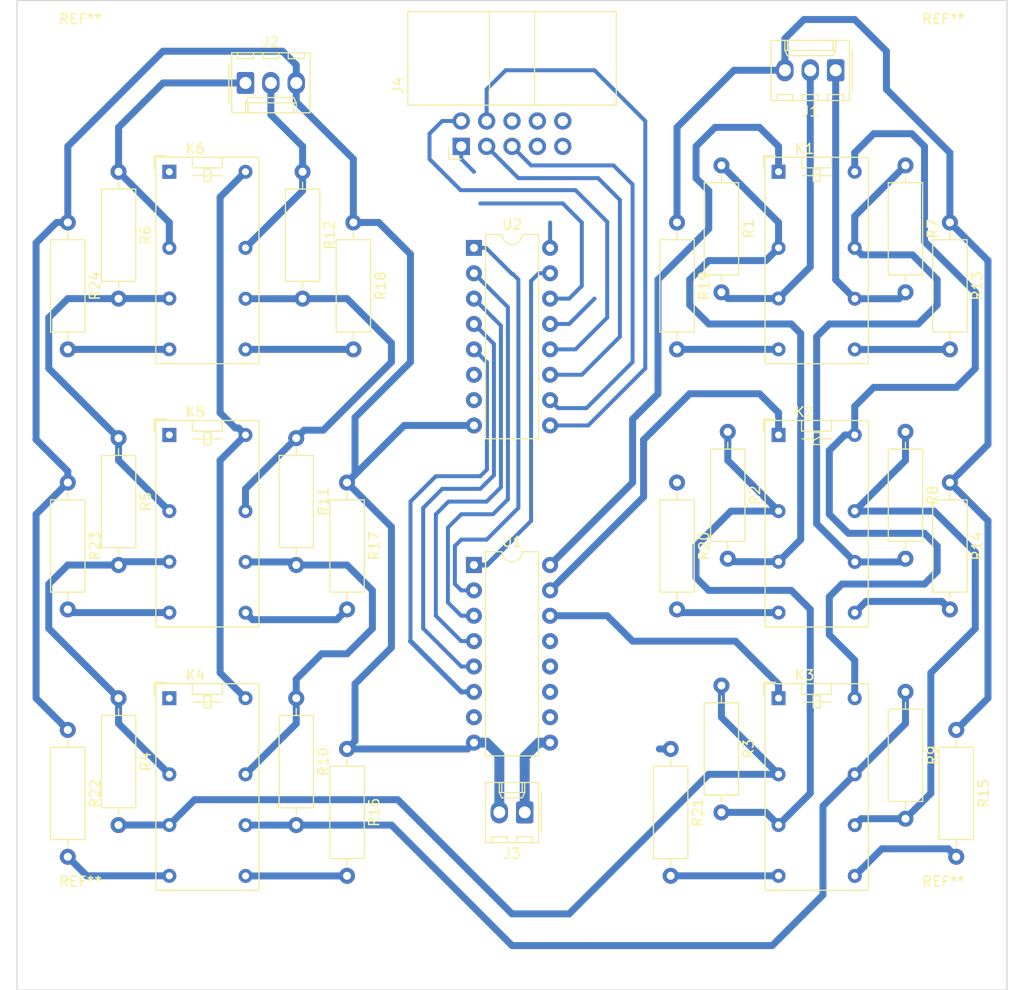
<source format=kicad_pcb>
(kicad_pcb (version 20171130) (host pcbnew "(5.0.1)-4")

  (general
    (thickness 1.6)
    (drawings 4)
    (tracks 367)
    (zones 0)
    (modules 40)
    (nets 50)
  )

  (page A4)
  (layers
    (0 F.Cu signal)
    (31 B.Cu signal)
    (32 B.Adhes user)
    (33 F.Adhes user)
    (34 B.Paste user)
    (35 F.Paste user)
    (36 B.SilkS user)
    (37 F.SilkS user)
    (38 B.Mask user)
    (39 F.Mask user)
    (40 Dwgs.User user)
    (41 Cmts.User user)
    (42 Eco1.User user)
    (43 Eco2.User user)
    (44 Edge.Cuts user)
    (45 Margin user)
    (46 B.CrtYd user)
    (47 F.CrtYd user)
    (48 B.Fab user)
    (49 F.Fab user)
  )

  (setup
    (last_trace_width 0.7)
    (user_trace_width 0.7)
    (user_trace_width 1)
    (trace_clearance 0.4)
    (zone_clearance 0.508)
    (zone_45_only no)
    (trace_min 0.2)
    (segment_width 0.2)
    (edge_width 0.1)
    (via_size 0.8)
    (via_drill 0.4)
    (via_min_size 0.4)
    (via_min_drill 0.3)
    (uvia_size 0.3)
    (uvia_drill 0.1)
    (uvias_allowed no)
    (uvia_min_size 0.2)
    (uvia_min_drill 0.1)
    (pcb_text_width 0.3)
    (pcb_text_size 1.5 1.5)
    (mod_edge_width 0.15)
    (mod_text_size 1 1)
    (mod_text_width 0.15)
    (pad_size 1.5 1.5)
    (pad_drill 0.6)
    (pad_to_mask_clearance 0)
    (aux_axis_origin 0 0)
    (visible_elements FFFFFF7F)
    (pcbplotparams
      (layerselection 0x010fc_ffffffff)
      (usegerberextensions false)
      (usegerberattributes false)
      (usegerberadvancedattributes false)
      (creategerberjobfile false)
      (excludeedgelayer true)
      (linewidth 0.100000)
      (plotframeref false)
      (viasonmask false)
      (mode 1)
      (useauxorigin false)
      (hpglpennumber 1)
      (hpglpenspeed 20)
      (hpglpendiameter 15.000000)
      (psnegative false)
      (psa4output false)
      (plotreference true)
      (plotvalue true)
      (plotinvisibletext false)
      (padsonsilk false)
      (subtractmaskfromsilk false)
      (outputformat 1)
      (mirror false)
      (drillshape 1)
      (scaleselection 1)
      (outputdirectory ""))
  )

  (net 0 "")
  (net 1 "Net-(J1-Pad1)")
  (net 2 "Net-(J1-Pad2)")
  (net 3 GND)
  (net 4 "Net-(J2-Pad2)")
  (net 5 "Net-(J2-Pad1)")
  (net 6 +12V)
  (net 7 "Net-(J4-Pad1)")
  (net 8 "Net-(J4-Pad2)")
  (net 9 "Net-(J4-Pad3)")
  (net 10 "Net-(J4-Pad4)")
  (net 11 "Net-(J4-Pad5)")
  (net 12 "Net-(K1-Pad13)")
  (net 13 "Net-(K1-Pad9)")
  (net 14 "Net-(K1-Pad4)")
  (net 15 "Net-(K1-Pad8)")
  (net 16 /K1)
  (net 17 /K2)
  (net 18 "Net-(K2-Pad8)")
  (net 19 "Net-(K2-Pad4)")
  (net 20 "Net-(K2-Pad9)")
  (net 21 "Net-(K2-Pad13)")
  (net 22 /K3)
  (net 23 "Net-(K3-Pad8)")
  (net 24 "Net-(K3-Pad4)")
  (net 25 "Net-(K3-Pad9)")
  (net 26 "Net-(K3-Pad13)")
  (net 27 "Net-(K4-Pad13)")
  (net 28 "Net-(K4-Pad9)")
  (net 29 "Net-(K4-Pad4)")
  (net 30 "Net-(K4-Pad8)")
  (net 31 /K4)
  (net 32 /K5)
  (net 33 "Net-(K5-Pad8)")
  (net 34 "Net-(K5-Pad4)")
  (net 35 "Net-(K5-Pad9)")
  (net 36 "Net-(K5-Pad13)")
  (net 37 "Net-(K6-Pad9)")
  (net 38 "Net-(K6-Pad8)")
  (net 39 /K6)
  (net 40 "Net-(U1-Pad7)")
  (net 41 "Net-(U1-Pad6)")
  (net 42 "Net-(U1-Pad5)")
  (net 43 "Net-(U1-Pad4)")
  (net 44 "Net-(U1-Pad3)")
  (net 45 "Net-(U1-Pad10)")
  (net 46 "Net-(U1-Pad2)")
  (net 47 "Net-(U1-Pad1)")
  (net 48 "Net-(U2-Pad6)")
  (net 49 "Net-(U2-Pad7)")

  (net_class Default "Это класс цепей по умолчанию."
    (clearance 0.4)
    (trace_width 0.4)
    (via_dia 0.8)
    (via_drill 0.4)
    (uvia_dia 0.3)
    (uvia_drill 0.1)
    (add_net +12V)
    (add_net /K1)
    (add_net /K2)
    (add_net /K3)
    (add_net /K4)
    (add_net /K5)
    (add_net /K6)
    (add_net GND)
    (add_net "Net-(J1-Pad1)")
    (add_net "Net-(J1-Pad2)")
    (add_net "Net-(J2-Pad1)")
    (add_net "Net-(J2-Pad2)")
    (add_net "Net-(J4-Pad1)")
    (add_net "Net-(J4-Pad2)")
    (add_net "Net-(J4-Pad3)")
    (add_net "Net-(J4-Pad4)")
    (add_net "Net-(J4-Pad5)")
    (add_net "Net-(K1-Pad13)")
    (add_net "Net-(K1-Pad4)")
    (add_net "Net-(K1-Pad8)")
    (add_net "Net-(K1-Pad9)")
    (add_net "Net-(K2-Pad13)")
    (add_net "Net-(K2-Pad4)")
    (add_net "Net-(K2-Pad8)")
    (add_net "Net-(K2-Pad9)")
    (add_net "Net-(K3-Pad13)")
    (add_net "Net-(K3-Pad4)")
    (add_net "Net-(K3-Pad8)")
    (add_net "Net-(K3-Pad9)")
    (add_net "Net-(K4-Pad13)")
    (add_net "Net-(K4-Pad4)")
    (add_net "Net-(K4-Pad8)")
    (add_net "Net-(K4-Pad9)")
    (add_net "Net-(K5-Pad13)")
    (add_net "Net-(K5-Pad4)")
    (add_net "Net-(K5-Pad8)")
    (add_net "Net-(K5-Pad9)")
    (add_net "Net-(K6-Pad8)")
    (add_net "Net-(K6-Pad9)")
    (add_net "Net-(U1-Pad1)")
    (add_net "Net-(U1-Pad10)")
    (add_net "Net-(U1-Pad2)")
    (add_net "Net-(U1-Pad3)")
    (add_net "Net-(U1-Pad4)")
    (add_net "Net-(U1-Pad5)")
    (add_net "Net-(U1-Pad6)")
    (add_net "Net-(U1-Pad7)")
    (add_net "Net-(U2-Pad6)")
    (add_net "Net-(U2-Pad7)")
  )

  (module Connector_Molex:Molex_KK-254_AE-6410-03A_1x03_P2.54mm_Vertical (layer F.Cu) (tedit 5B78013E) (tstamp 5C0E08E1)
    (at 161.925 37.465 180)
    (descr "Molex KK-254 Interconnect System, old/engineering part number: AE-6410-03A example for new part number: 22-27-2031, 3 Pins (http://www.molex.com/pdm_docs/sd/022272021_sd.pdf), generated with kicad-footprint-generator")
    (tags "connector Molex KK-254 side entry")
    (path /5BA1FC47)
    (fp_text reference J1 (at 2.54 -4.12 180) (layer F.SilkS)
      (effects (font (size 1 1) (thickness 0.15)))
    )
    (fp_text value Conn_01x03_Male (at 2.54 4.08 180) (layer F.Fab)
      (effects (font (size 1 1) (thickness 0.15)))
    )
    (fp_line (start -1.27 -2.92) (end -1.27 2.88) (layer F.Fab) (width 0.1))
    (fp_line (start -1.27 2.88) (end 6.35 2.88) (layer F.Fab) (width 0.1))
    (fp_line (start 6.35 2.88) (end 6.35 -2.92) (layer F.Fab) (width 0.1))
    (fp_line (start 6.35 -2.92) (end -1.27 -2.92) (layer F.Fab) (width 0.1))
    (fp_line (start -1.38 -3.03) (end -1.38 2.99) (layer F.SilkS) (width 0.12))
    (fp_line (start -1.38 2.99) (end 6.46 2.99) (layer F.SilkS) (width 0.12))
    (fp_line (start 6.46 2.99) (end 6.46 -3.03) (layer F.SilkS) (width 0.12))
    (fp_line (start 6.46 -3.03) (end -1.38 -3.03) (layer F.SilkS) (width 0.12))
    (fp_line (start -1.67 -2) (end -1.67 2) (layer F.SilkS) (width 0.12))
    (fp_line (start -1.27 -0.5) (end -0.562893 0) (layer F.Fab) (width 0.1))
    (fp_line (start -0.562893 0) (end -1.27 0.5) (layer F.Fab) (width 0.1))
    (fp_line (start 0 2.99) (end 0 1.99) (layer F.SilkS) (width 0.12))
    (fp_line (start 0 1.99) (end 5.08 1.99) (layer F.SilkS) (width 0.12))
    (fp_line (start 5.08 1.99) (end 5.08 2.99) (layer F.SilkS) (width 0.12))
    (fp_line (start 0 1.99) (end 0.25 1.46) (layer F.SilkS) (width 0.12))
    (fp_line (start 0.25 1.46) (end 4.83 1.46) (layer F.SilkS) (width 0.12))
    (fp_line (start 4.83 1.46) (end 5.08 1.99) (layer F.SilkS) (width 0.12))
    (fp_line (start 0.25 2.99) (end 0.25 1.99) (layer F.SilkS) (width 0.12))
    (fp_line (start 4.83 2.99) (end 4.83 1.99) (layer F.SilkS) (width 0.12))
    (fp_line (start -0.8 -3.03) (end -0.8 -2.43) (layer F.SilkS) (width 0.12))
    (fp_line (start -0.8 -2.43) (end 0.8 -2.43) (layer F.SilkS) (width 0.12))
    (fp_line (start 0.8 -2.43) (end 0.8 -3.03) (layer F.SilkS) (width 0.12))
    (fp_line (start 1.74 -3.03) (end 1.74 -2.43) (layer F.SilkS) (width 0.12))
    (fp_line (start 1.74 -2.43) (end 3.34 -2.43) (layer F.SilkS) (width 0.12))
    (fp_line (start 3.34 -2.43) (end 3.34 -3.03) (layer F.SilkS) (width 0.12))
    (fp_line (start 4.28 -3.03) (end 4.28 -2.43) (layer F.SilkS) (width 0.12))
    (fp_line (start 4.28 -2.43) (end 5.88 -2.43) (layer F.SilkS) (width 0.12))
    (fp_line (start 5.88 -2.43) (end 5.88 -3.03) (layer F.SilkS) (width 0.12))
    (fp_line (start -1.77 -3.42) (end -1.77 3.38) (layer F.CrtYd) (width 0.05))
    (fp_line (start -1.77 3.38) (end 6.85 3.38) (layer F.CrtYd) (width 0.05))
    (fp_line (start 6.85 3.38) (end 6.85 -3.42) (layer F.CrtYd) (width 0.05))
    (fp_line (start 6.85 -3.42) (end -1.77 -3.42) (layer F.CrtYd) (width 0.05))
    (fp_text user %R (at 2.54 -2.22 180) (layer F.Fab)
      (effects (font (size 1 1) (thickness 0.15)))
    )
    (pad 1 thru_hole roundrect (at 0 0 180) (size 1.74 2.2) (drill 1.2) (layers *.Cu *.Mask) (roundrect_rratio 0.143678)
      (net 1 "Net-(J1-Pad1)"))
    (pad 2 thru_hole oval (at 2.54 0 180) (size 1.74 2.2) (drill 1.2) (layers *.Cu *.Mask)
      (net 2 "Net-(J1-Pad2)"))
    (pad 3 thru_hole oval (at 5.08 0 180) (size 1.74 2.2) (drill 1.2) (layers *.Cu *.Mask)
      (net 3 GND))
    (model ${KISYS3DMOD}/Connector_Molex.3dshapes/Molex_KK-254_AE-6410-03A_1x03_P2.54mm_Vertical.wrl
      (at (xyz 0 0 0))
      (scale (xyz 1 1 1))
      (rotate (xyz 0 0 0))
    )
  )

  (module Connector_Molex:Molex_KK-254_AE-6410-03A_1x03_P2.54mm_Vertical (layer F.Cu) (tedit 5B78013E) (tstamp 5C0E0909)
    (at 102.87 38.735)
    (descr "Molex KK-254 Interconnect System, old/engineering part number: AE-6410-03A example for new part number: 22-27-2031, 3 Pins (http://www.molex.com/pdm_docs/sd/022272021_sd.pdf), generated with kicad-footprint-generator")
    (tags "connector Molex KK-254 side entry")
    (path /5BA1FB54)
    (fp_text reference J2 (at 2.54 -4.12) (layer F.SilkS)
      (effects (font (size 1 1) (thickness 0.15)))
    )
    (fp_text value Conn_01x03_Male (at 2.54 4.08) (layer F.Fab)
      (effects (font (size 1 1) (thickness 0.15)))
    )
    (fp_text user %R (at 2.54 -2.22) (layer F.Fab)
      (effects (font (size 1 1) (thickness 0.15)))
    )
    (fp_line (start 6.85 -3.42) (end -1.77 -3.42) (layer F.CrtYd) (width 0.05))
    (fp_line (start 6.85 3.38) (end 6.85 -3.42) (layer F.CrtYd) (width 0.05))
    (fp_line (start -1.77 3.38) (end 6.85 3.38) (layer F.CrtYd) (width 0.05))
    (fp_line (start -1.77 -3.42) (end -1.77 3.38) (layer F.CrtYd) (width 0.05))
    (fp_line (start 5.88 -2.43) (end 5.88 -3.03) (layer F.SilkS) (width 0.12))
    (fp_line (start 4.28 -2.43) (end 5.88 -2.43) (layer F.SilkS) (width 0.12))
    (fp_line (start 4.28 -3.03) (end 4.28 -2.43) (layer F.SilkS) (width 0.12))
    (fp_line (start 3.34 -2.43) (end 3.34 -3.03) (layer F.SilkS) (width 0.12))
    (fp_line (start 1.74 -2.43) (end 3.34 -2.43) (layer F.SilkS) (width 0.12))
    (fp_line (start 1.74 -3.03) (end 1.74 -2.43) (layer F.SilkS) (width 0.12))
    (fp_line (start 0.8 -2.43) (end 0.8 -3.03) (layer F.SilkS) (width 0.12))
    (fp_line (start -0.8 -2.43) (end 0.8 -2.43) (layer F.SilkS) (width 0.12))
    (fp_line (start -0.8 -3.03) (end -0.8 -2.43) (layer F.SilkS) (width 0.12))
    (fp_line (start 4.83 2.99) (end 4.83 1.99) (layer F.SilkS) (width 0.12))
    (fp_line (start 0.25 2.99) (end 0.25 1.99) (layer F.SilkS) (width 0.12))
    (fp_line (start 4.83 1.46) (end 5.08 1.99) (layer F.SilkS) (width 0.12))
    (fp_line (start 0.25 1.46) (end 4.83 1.46) (layer F.SilkS) (width 0.12))
    (fp_line (start 0 1.99) (end 0.25 1.46) (layer F.SilkS) (width 0.12))
    (fp_line (start 5.08 1.99) (end 5.08 2.99) (layer F.SilkS) (width 0.12))
    (fp_line (start 0 1.99) (end 5.08 1.99) (layer F.SilkS) (width 0.12))
    (fp_line (start 0 2.99) (end 0 1.99) (layer F.SilkS) (width 0.12))
    (fp_line (start -0.562893 0) (end -1.27 0.5) (layer F.Fab) (width 0.1))
    (fp_line (start -1.27 -0.5) (end -0.562893 0) (layer F.Fab) (width 0.1))
    (fp_line (start -1.67 -2) (end -1.67 2) (layer F.SilkS) (width 0.12))
    (fp_line (start 6.46 -3.03) (end -1.38 -3.03) (layer F.SilkS) (width 0.12))
    (fp_line (start 6.46 2.99) (end 6.46 -3.03) (layer F.SilkS) (width 0.12))
    (fp_line (start -1.38 2.99) (end 6.46 2.99) (layer F.SilkS) (width 0.12))
    (fp_line (start -1.38 -3.03) (end -1.38 2.99) (layer F.SilkS) (width 0.12))
    (fp_line (start 6.35 -2.92) (end -1.27 -2.92) (layer F.Fab) (width 0.1))
    (fp_line (start 6.35 2.88) (end 6.35 -2.92) (layer F.Fab) (width 0.1))
    (fp_line (start -1.27 2.88) (end 6.35 2.88) (layer F.Fab) (width 0.1))
    (fp_line (start -1.27 -2.92) (end -1.27 2.88) (layer F.Fab) (width 0.1))
    (pad 3 thru_hole oval (at 5.08 0) (size 1.74 2.2) (drill 1.2) (layers *.Cu *.Mask)
      (net 3 GND))
    (pad 2 thru_hole oval (at 2.54 0) (size 1.74 2.2) (drill 1.2) (layers *.Cu *.Mask)
      (net 4 "Net-(J2-Pad2)"))
    (pad 1 thru_hole roundrect (at 0 0) (size 1.74 2.2) (drill 1.2) (layers *.Cu *.Mask) (roundrect_rratio 0.143678)
      (net 5 "Net-(J2-Pad1)"))
    (model ${KISYS3DMOD}/Connector_Molex.3dshapes/Molex_KK-254_AE-6410-03A_1x03_P2.54mm_Vertical.wrl
      (at (xyz 0 0 0))
      (scale (xyz 1 1 1))
      (rotate (xyz 0 0 0))
    )
  )

  (module Connector_Molex:Molex_KK-254_AE-6410-02A_1x02_P2.54mm_Vertical (layer F.Cu) (tedit 5B78013E) (tstamp 5C0E092D)
    (at 130.81 111.76 180)
    (descr "Molex KK-254 Interconnect System, old/engineering part number: AE-6410-02A example for new part number: 22-27-2021, 2 Pins (http://www.molex.com/pdm_docs/sd/022272021_sd.pdf), generated with kicad-footprint-generator")
    (tags "connector Molex KK-254 side entry")
    (path /5BA1FA6A)
    (fp_text reference J3 (at 1.27 -4.12 180) (layer F.SilkS)
      (effects (font (size 1 1) (thickness 0.15)))
    )
    (fp_text value Conn_01x02_Male (at 1.27 4.08 180) (layer F.Fab)
      (effects (font (size 1 1) (thickness 0.15)))
    )
    (fp_line (start -1.27 -2.92) (end -1.27 2.88) (layer F.Fab) (width 0.1))
    (fp_line (start -1.27 2.88) (end 3.81 2.88) (layer F.Fab) (width 0.1))
    (fp_line (start 3.81 2.88) (end 3.81 -2.92) (layer F.Fab) (width 0.1))
    (fp_line (start 3.81 -2.92) (end -1.27 -2.92) (layer F.Fab) (width 0.1))
    (fp_line (start -1.38 -3.03) (end -1.38 2.99) (layer F.SilkS) (width 0.12))
    (fp_line (start -1.38 2.99) (end 3.92 2.99) (layer F.SilkS) (width 0.12))
    (fp_line (start 3.92 2.99) (end 3.92 -3.03) (layer F.SilkS) (width 0.12))
    (fp_line (start 3.92 -3.03) (end -1.38 -3.03) (layer F.SilkS) (width 0.12))
    (fp_line (start -1.67 -2) (end -1.67 2) (layer F.SilkS) (width 0.12))
    (fp_line (start -1.27 -0.5) (end -0.562893 0) (layer F.Fab) (width 0.1))
    (fp_line (start -0.562893 0) (end -1.27 0.5) (layer F.Fab) (width 0.1))
    (fp_line (start 0 2.99) (end 0 1.99) (layer F.SilkS) (width 0.12))
    (fp_line (start 0 1.99) (end 2.54 1.99) (layer F.SilkS) (width 0.12))
    (fp_line (start 2.54 1.99) (end 2.54 2.99) (layer F.SilkS) (width 0.12))
    (fp_line (start 0 1.99) (end 0.25 1.46) (layer F.SilkS) (width 0.12))
    (fp_line (start 0.25 1.46) (end 2.29 1.46) (layer F.SilkS) (width 0.12))
    (fp_line (start 2.29 1.46) (end 2.54 1.99) (layer F.SilkS) (width 0.12))
    (fp_line (start 0.25 2.99) (end 0.25 1.99) (layer F.SilkS) (width 0.12))
    (fp_line (start 2.29 2.99) (end 2.29 1.99) (layer F.SilkS) (width 0.12))
    (fp_line (start -0.8 -3.03) (end -0.8 -2.43) (layer F.SilkS) (width 0.12))
    (fp_line (start -0.8 -2.43) (end 0.8 -2.43) (layer F.SilkS) (width 0.12))
    (fp_line (start 0.8 -2.43) (end 0.8 -3.03) (layer F.SilkS) (width 0.12))
    (fp_line (start 1.74 -3.03) (end 1.74 -2.43) (layer F.SilkS) (width 0.12))
    (fp_line (start 1.74 -2.43) (end 3.34 -2.43) (layer F.SilkS) (width 0.12))
    (fp_line (start 3.34 -2.43) (end 3.34 -3.03) (layer F.SilkS) (width 0.12))
    (fp_line (start -1.77 -3.42) (end -1.77 3.38) (layer F.CrtYd) (width 0.05))
    (fp_line (start -1.77 3.38) (end 4.31 3.38) (layer F.CrtYd) (width 0.05))
    (fp_line (start 4.31 3.38) (end 4.31 -3.42) (layer F.CrtYd) (width 0.05))
    (fp_line (start 4.31 -3.42) (end -1.77 -3.42) (layer F.CrtYd) (width 0.05))
    (fp_text user %R (at 1.27 -2.22 180) (layer F.Fab)
      (effects (font (size 1 1) (thickness 0.15)))
    )
    (pad 1 thru_hole roundrect (at 0 0 180) (size 1.74 2.2) (drill 1.2) (layers *.Cu *.Mask) (roundrect_rratio 0.143678)
      (net 6 +12V))
    (pad 2 thru_hole oval (at 2.54 0 180) (size 1.74 2.2) (drill 1.2) (layers *.Cu *.Mask)
      (net 3 GND))
    (model ${KISYS3DMOD}/Connector_Molex.3dshapes/Molex_KK-254_AE-6410-02A_1x02_P2.54mm_Vertical.wrl
      (at (xyz 0 0 0))
      (scale (xyz 1 1 1))
      (rotate (xyz 0 0 0))
    )
  )

  (module Connector_IDC:IDC-Header_2x05_P2.54mm_Horizontal (layer F.Cu) (tedit 59DE1F47) (tstamp 5C0E095E)
    (at 124.46 45.085 90)
    (descr "Through hole angled IDC box header, 2x05, 2.54mm pitch, double rows")
    (tags "Through hole IDC box header THT 2x05 2.54mm double row")
    (path /5C0E9530)
    (fp_text reference J4 (at 6.105 -6.35 90) (layer F.SilkS)
      (effects (font (size 1 1) (thickness 0.15)))
    )
    (fp_text value Conn_01x05_Male (at 6.105 16.51 90) (layer F.Fab)
      (effects (font (size 1 1) (thickness 0.15)))
    )
    (fp_text user %R (at 8.805 5.08 180) (layer F.Fab)
      (effects (font (size 1 1) (thickness 0.15)))
    )
    (fp_line (start -0.32 -0.32) (end -0.32 0.32) (layer F.Fab) (width 0.1))
    (fp_line (start -0.32 0.32) (end 4.38 0.32) (layer F.Fab) (width 0.1))
    (fp_line (start -0.32 10.48) (end 4.38 10.48) (layer F.Fab) (width 0.1))
    (fp_line (start -0.32 2.22) (end -0.32 2.86) (layer F.Fab) (width 0.1))
    (fp_line (start -0.32 2.86) (end 4.38 2.86) (layer F.Fab) (width 0.1))
    (fp_line (start -0.32 4.76) (end -0.32 5.4) (layer F.Fab) (width 0.1))
    (fp_line (start -0.32 5.4) (end 4.38 5.4) (layer F.Fab) (width 0.1))
    (fp_line (start -0.32 7.3) (end -0.32 7.94) (layer F.Fab) (width 0.1))
    (fp_line (start -0.32 7.94) (end 4.38 7.94) (layer F.Fab) (width 0.1))
    (fp_line (start -0.32 9.84) (end -0.32 10.48) (layer F.Fab) (width 0.1))
    (fp_line (start 13.23 15.26) (end 13.23 -5.1) (layer F.Fab) (width 0.1))
    (fp_line (start 4.38 -0.32) (end -0.32 -0.32) (layer F.Fab) (width 0.1))
    (fp_line (start 4.38 -4.1) (end 5.38 -5.1) (layer F.Fab) (width 0.1))
    (fp_line (start 4.38 15.26) (end 13.23 15.26) (layer F.Fab) (width 0.1))
    (fp_line (start 4.38 15.26) (end 4.38 -4.1) (layer F.Fab) (width 0.1))
    (fp_line (start 4.38 2.22) (end -0.32 2.22) (layer F.Fab) (width 0.1))
    (fp_line (start 4.38 2.83) (end 13.23 2.83) (layer F.Fab) (width 0.1))
    (fp_line (start 4.38 4.76) (end -0.32 4.76) (layer F.Fab) (width 0.1))
    (fp_line (start 4.38 7.3) (end -0.32 7.3) (layer F.Fab) (width 0.1))
    (fp_line (start 4.38 7.33) (end 13.23 7.33) (layer F.Fab) (width 0.1))
    (fp_line (start 4.38 9.84) (end -0.32 9.84) (layer F.Fab) (width 0.1))
    (fp_line (start 5.38 -5.1) (end 13.23 -5.1) (layer F.Fab) (width 0.1))
    (fp_line (start -1.27 -1.27) (end -1.27 0) (layer F.SilkS) (width 0.12))
    (fp_line (start 0 -1.27) (end -1.27 -1.27) (layer F.SilkS) (width 0.12))
    (fp_line (start 13.48 -5.35) (end 13.48 15.51) (layer F.SilkS) (width 0.12))
    (fp_line (start 4.13 -5.35) (end 13.48 -5.35) (layer F.SilkS) (width 0.12))
    (fp_line (start 4.13 15.51) (end 13.48 15.51) (layer F.SilkS) (width 0.12))
    (fp_line (start 4.13 15.51) (end 4.13 -5.35) (layer F.SilkS) (width 0.12))
    (fp_line (start 4.13 2.83) (end 13.48 2.83) (layer F.SilkS) (width 0.12))
    (fp_line (start 4.13 7.33) (end 13.48 7.33) (layer F.SilkS) (width 0.12))
    (fp_line (start -1.12 -5.35) (end 13.48 -5.35) (layer F.CrtYd) (width 0.05))
    (fp_line (start -1.12 15.51) (end -1.12 -5.35) (layer F.CrtYd) (width 0.05))
    (fp_line (start 13.48 -5.35) (end 13.48 15.51) (layer F.CrtYd) (width 0.05))
    (fp_line (start 13.48 15.51) (end -1.12 15.51) (layer F.CrtYd) (width 0.05))
    (pad 1 thru_hole rect (at 0 0 90) (size 1.7272 1.7272) (drill 1.016) (layers *.Cu *.Mask)
      (net 7 "Net-(J4-Pad1)"))
    (pad 2 thru_hole oval (at 2.54 0 90) (size 1.7272 1.7272) (drill 1.016) (layers *.Cu *.Mask)
      (net 8 "Net-(J4-Pad2)"))
    (pad 3 thru_hole oval (at 0 2.54 90) (size 1.7272 1.7272) (drill 1.016) (layers *.Cu *.Mask)
      (net 9 "Net-(J4-Pad3)"))
    (pad 4 thru_hole oval (at 2.54 2.54 90) (size 1.7272 1.7272) (drill 1.016) (layers *.Cu *.Mask)
      (net 10 "Net-(J4-Pad4)"))
    (pad 5 thru_hole oval (at 0 5.08 90) (size 1.7272 1.7272) (drill 1.016) (layers *.Cu *.Mask)
      (net 11 "Net-(J4-Pad5)"))
    (pad 6 thru_hole oval (at 2.54 5.08 90) (size 1.7272 1.7272) (drill 1.016) (layers *.Cu *.Mask))
    (pad 7 thru_hole oval (at 0 7.62 90) (size 1.7272 1.7272) (drill 1.016) (layers *.Cu *.Mask))
    (pad 8 thru_hole oval (at 2.54 7.62 90) (size 1.7272 1.7272) (drill 1.016) (layers *.Cu *.Mask))
    (pad 9 thru_hole oval (at 0 10.16 90) (size 1.7272 1.7272) (drill 1.016) (layers *.Cu *.Mask))
    (pad 10 thru_hole oval (at 2.54 10.16 90) (size 1.7272 1.7272) (drill 1.016) (layers *.Cu *.Mask))
    (model ${KISYS3DMOD}/Connector_IDC.3dshapes/IDC-Header_2x05_P2.54mm_Horizontal.wrl
      (at (xyz 0 0 0))
      (scale (xyz 1 1 1))
      (rotate (xyz 0 0 0))
    )
  )

  (module Relay_THT:Relay_DPDT_Omron_G5V-2 (layer F.Cu) (tedit 59D689A9) (tstamp 5C0E0984)
    (at 156.21 47.625)
    (descr http://omronfs.omron.com/en_US/ecb/products/pdf/en-g5v2.pdf)
    (tags "Omron G5V-2 Relay DPDT")
    (path /5BA1F534)
    (fp_text reference K1 (at 2.6 -2.3) (layer F.SilkS)
      (effects (font (size 1 1) (thickness 0.15)))
    )
    (fp_text value G5V-2 (at -2.41 9.01 90) (layer F.Fab)
      (effects (font (size 1 1) (thickness 0.15)))
    )
    (fp_line (start -1.45 -1.55) (end -1.45 19.33) (layer F.CrtYd) (width 0.05))
    (fp_line (start 4.17 -0.24) (end 3.47 -0.24) (layer F.SilkS) (width 0.12))
    (fp_line (start 4.17 0.96) (end 4.17 -0.24) (layer F.SilkS) (width 0.12))
    (fp_line (start 3.47 0.96) (end 4.17 0.96) (layer F.SilkS) (width 0.12))
    (fp_line (start 3.47 -0.24) (end 3.47 0.96) (layer F.SilkS) (width 0.12))
    (fp_line (start 3.47 0.56) (end 4.17 0.16) (layer F.SilkS) (width 0.12))
    (fp_line (start 4.17 0.39) (end 5.27 0.39) (layer F.SilkS) (width 0.12))
    (fp_line (start 3.47 0.39) (end 2.37 0.39) (layer F.SilkS) (width 0.12))
    (fp_text user %R (at 3.94 9.16) (layer F.Fab)
      (effects (font (size 1 1) (thickness 0.15)))
    )
    (fp_line (start 9.07 -1.55) (end 9.07 19.33) (layer F.CrtYd) (width 0.05))
    (fp_line (start -1.45 -1.55) (end 9.07 -1.55) (layer F.CrtYd) (width 0.05))
    (fp_line (start 9.07 19.33) (end -1.45 19.33) (layer F.CrtYd) (width 0.05))
    (fp_line (start 5.3 -0.39) (end 5.3 -1.45) (layer F.SilkS) (width 0.12))
    (fp_line (start 2.3 -0.39) (end 5.3 -0.39) (layer F.SilkS) (width 0.12))
    (fp_line (start 2.3 -1.45) (end 2.3 -0.41) (layer F.SilkS) (width 0.12))
    (fp_line (start 8.97 -1.45) (end -1.35 -1.45) (layer F.SilkS) (width 0.12))
    (fp_line (start 8.97 19.22) (end 8.97 -1.45) (layer F.SilkS) (width 0.12))
    (fp_line (start -1.35 19.22) (end 8.97 19.22) (layer F.SilkS) (width 0.12))
    (fp_line (start -1.35 -1.45) (end -1.35 19.22) (layer F.SilkS) (width 0.12))
    (fp_line (start 8.83 19.07) (end 8.83 -1.31) (layer F.Fab) (width 0.12))
    (fp_line (start -1.21 19.07) (end 8.83 19.07) (layer F.Fab) (width 0.12))
    (fp_line (start -1.21 -0.3) (end -1.21 19.58) (layer F.Fab) (width 0.12))
    (fp_line (start 8.83 -1.31) (end -0.3 -1.31) (layer F.Fab) (width 0.12))
    (fp_line (start -1.21 -0.3) (end -0.3 -1.31) (layer F.Fab) (width 0.12))
    (fp_line (start -1.51 -0.3) (end -1.51 -1.6) (layer F.SilkS) (width 0.12))
    (fp_line (start -1.51 -1.6) (end -0.3 -1.6) (layer F.SilkS) (width 0.12))
    (pad 13 thru_hole circle (at 7.62 7.62) (size 1.4 1.4) (drill 0.7) (layers *.Cu *.Mask)
      (net 12 "Net-(K1-Pad13)"))
    (pad 9 thru_hole circle (at 7.63 17.79) (size 1.4 1.4) (drill 0.7) (layers *.Cu *.Mask)
      (net 13 "Net-(K1-Pad9)"))
    (pad 11 thru_hole circle (at 7.63 12.71) (size 1.4 1.4) (drill 0.7) (layers *.Cu *.Mask)
      (net 1 "Net-(J1-Pad1)"))
    (pad 4 thru_hole circle (at 0 7.62) (size 1.4 1.4) (drill 0.7) (layers *.Cu *.Mask)
      (net 14 "Net-(K1-Pad4)"))
    (pad 8 thru_hole circle (at 0 17.78) (size 1.4 1.4) (drill 0.7) (layers *.Cu *.Mask)
      (net 15 "Net-(K1-Pad8)"))
    (pad 6 thru_hole circle (at 0 12.69) (size 1.4 1.4) (drill 0.7) (layers *.Cu *.Mask)
      (net 2 "Net-(J1-Pad2)"))
    (pad 16 thru_hole circle (at 7.62 0) (size 1.4 1.4) (drill 0.7) (layers *.Cu *.Mask)
      (net 6 +12V))
    (pad 1 thru_hole rect (at 0 0) (size 1.4 1.4) (drill 0.7) (layers *.Cu *.Mask)
      (net 16 /K1))
    (model ${KISYS3DMOD}/Relay_THT.3dshapes/Relay_DPDT_Omron_G5V-2.wrl
      (at (xyz 0 0 0))
      (scale (xyz 1 1 1))
      (rotate (xyz 0 0 0))
    )
  )

  (module Relay_THT:Relay_DPDT_Omron_G5V-2 (layer F.Cu) (tedit 59D689A9) (tstamp 5C0E09AA)
    (at 156.21 73.9775)
    (descr http://omronfs.omron.com/en_US/ecb/products/pdf/en-g5v2.pdf)
    (tags "Omron G5V-2 Relay DPDT")
    (path /5BA2D134)
    (fp_text reference K2 (at 2.6 -2.3) (layer F.SilkS)
      (effects (font (size 1 1) (thickness 0.15)))
    )
    (fp_text value G5V-2 (at -2.41 9.01 90) (layer F.Fab)
      (effects (font (size 1 1) (thickness 0.15)))
    )
    (fp_line (start -1.51 -1.6) (end -0.3 -1.6) (layer F.SilkS) (width 0.12))
    (fp_line (start -1.51 -0.3) (end -1.51 -1.6) (layer F.SilkS) (width 0.12))
    (fp_line (start -1.21 -0.3) (end -0.3 -1.31) (layer F.Fab) (width 0.12))
    (fp_line (start 8.83 -1.31) (end -0.3 -1.31) (layer F.Fab) (width 0.12))
    (fp_line (start -1.21 -0.3) (end -1.21 19.58) (layer F.Fab) (width 0.12))
    (fp_line (start -1.21 19.07) (end 8.83 19.07) (layer F.Fab) (width 0.12))
    (fp_line (start 8.83 19.07) (end 8.83 -1.31) (layer F.Fab) (width 0.12))
    (fp_line (start -1.35 -1.45) (end -1.35 19.22) (layer F.SilkS) (width 0.12))
    (fp_line (start -1.35 19.22) (end 8.97 19.22) (layer F.SilkS) (width 0.12))
    (fp_line (start 8.97 19.22) (end 8.97 -1.45) (layer F.SilkS) (width 0.12))
    (fp_line (start 8.97 -1.45) (end -1.35 -1.45) (layer F.SilkS) (width 0.12))
    (fp_line (start 2.3 -1.45) (end 2.3 -0.41) (layer F.SilkS) (width 0.12))
    (fp_line (start 2.3 -0.39) (end 5.3 -0.39) (layer F.SilkS) (width 0.12))
    (fp_line (start 5.3 -0.39) (end 5.3 -1.45) (layer F.SilkS) (width 0.12))
    (fp_line (start 9.07 19.33) (end -1.45 19.33) (layer F.CrtYd) (width 0.05))
    (fp_line (start -1.45 -1.55) (end 9.07 -1.55) (layer F.CrtYd) (width 0.05))
    (fp_line (start 9.07 -1.55) (end 9.07 19.33) (layer F.CrtYd) (width 0.05))
    (fp_text user %R (at 3.94 9.16) (layer F.Fab)
      (effects (font (size 1 1) (thickness 0.15)))
    )
    (fp_line (start 3.47 0.39) (end 2.37 0.39) (layer F.SilkS) (width 0.12))
    (fp_line (start 4.17 0.39) (end 5.27 0.39) (layer F.SilkS) (width 0.12))
    (fp_line (start 3.47 0.56) (end 4.17 0.16) (layer F.SilkS) (width 0.12))
    (fp_line (start 3.47 -0.24) (end 3.47 0.96) (layer F.SilkS) (width 0.12))
    (fp_line (start 3.47 0.96) (end 4.17 0.96) (layer F.SilkS) (width 0.12))
    (fp_line (start 4.17 0.96) (end 4.17 -0.24) (layer F.SilkS) (width 0.12))
    (fp_line (start 4.17 -0.24) (end 3.47 -0.24) (layer F.SilkS) (width 0.12))
    (fp_line (start -1.45 -1.55) (end -1.45 19.33) (layer F.CrtYd) (width 0.05))
    (pad 1 thru_hole rect (at 0 0) (size 1.4 1.4) (drill 0.7) (layers *.Cu *.Mask)
      (net 17 /K2))
    (pad 16 thru_hole circle (at 7.62 0) (size 1.4 1.4) (drill 0.7) (layers *.Cu *.Mask)
      (net 6 +12V))
    (pad 6 thru_hole circle (at 0 12.69) (size 1.4 1.4) (drill 0.7) (layers *.Cu *.Mask)
      (net 14 "Net-(K1-Pad4)"))
    (pad 8 thru_hole circle (at 0 17.78) (size 1.4 1.4) (drill 0.7) (layers *.Cu *.Mask)
      (net 18 "Net-(K2-Pad8)"))
    (pad 4 thru_hole circle (at 0 7.62) (size 1.4 1.4) (drill 0.7) (layers *.Cu *.Mask)
      (net 19 "Net-(K2-Pad4)"))
    (pad 11 thru_hole circle (at 7.63 12.71) (size 1.4 1.4) (drill 0.7) (layers *.Cu *.Mask)
      (net 12 "Net-(K1-Pad13)"))
    (pad 9 thru_hole circle (at 7.63 17.79) (size 1.4 1.4) (drill 0.7) (layers *.Cu *.Mask)
      (net 20 "Net-(K2-Pad9)"))
    (pad 13 thru_hole circle (at 7.62 7.62) (size 1.4 1.4) (drill 0.7) (layers *.Cu *.Mask)
      (net 21 "Net-(K2-Pad13)"))
    (model ${KISYS3DMOD}/Relay_THT.3dshapes/Relay_DPDT_Omron_G5V-2.wrl
      (at (xyz 0 0 0))
      (scale (xyz 1 1 1))
      (rotate (xyz 0 0 0))
    )
  )

  (module Relay_THT:Relay_DPDT_Omron_G5V-2 (layer F.Cu) (tedit 59D689A9) (tstamp 5C0E09D0)
    (at 156.21 100.33)
    (descr http://omronfs.omron.com/en_US/ecb/products/pdf/en-g5v2.pdf)
    (tags "Omron G5V-2 Relay DPDT")
    (path /5BA2D754)
    (fp_text reference K3 (at 2.6 -2.3) (layer F.SilkS)
      (effects (font (size 1 1) (thickness 0.15)))
    )
    (fp_text value G5V-2 (at -2.41 9.01 90) (layer F.Fab)
      (effects (font (size 1 1) (thickness 0.15)))
    )
    (fp_line (start -1.51 -1.6) (end -0.3 -1.6) (layer F.SilkS) (width 0.12))
    (fp_line (start -1.51 -0.3) (end -1.51 -1.6) (layer F.SilkS) (width 0.12))
    (fp_line (start -1.21 -0.3) (end -0.3 -1.31) (layer F.Fab) (width 0.12))
    (fp_line (start 8.83 -1.31) (end -0.3 -1.31) (layer F.Fab) (width 0.12))
    (fp_line (start -1.21 -0.3) (end -1.21 19.58) (layer F.Fab) (width 0.12))
    (fp_line (start -1.21 19.07) (end 8.83 19.07) (layer F.Fab) (width 0.12))
    (fp_line (start 8.83 19.07) (end 8.83 -1.31) (layer F.Fab) (width 0.12))
    (fp_line (start -1.35 -1.45) (end -1.35 19.22) (layer F.SilkS) (width 0.12))
    (fp_line (start -1.35 19.22) (end 8.97 19.22) (layer F.SilkS) (width 0.12))
    (fp_line (start 8.97 19.22) (end 8.97 -1.45) (layer F.SilkS) (width 0.12))
    (fp_line (start 8.97 -1.45) (end -1.35 -1.45) (layer F.SilkS) (width 0.12))
    (fp_line (start 2.3 -1.45) (end 2.3 -0.41) (layer F.SilkS) (width 0.12))
    (fp_line (start 2.3 -0.39) (end 5.3 -0.39) (layer F.SilkS) (width 0.12))
    (fp_line (start 5.3 -0.39) (end 5.3 -1.45) (layer F.SilkS) (width 0.12))
    (fp_line (start 9.07 19.33) (end -1.45 19.33) (layer F.CrtYd) (width 0.05))
    (fp_line (start -1.45 -1.55) (end 9.07 -1.55) (layer F.CrtYd) (width 0.05))
    (fp_line (start 9.07 -1.55) (end 9.07 19.33) (layer F.CrtYd) (width 0.05))
    (fp_text user %R (at 3.94 9.16) (layer F.Fab)
      (effects (font (size 1 1) (thickness 0.15)))
    )
    (fp_line (start 3.47 0.39) (end 2.37 0.39) (layer F.SilkS) (width 0.12))
    (fp_line (start 4.17 0.39) (end 5.27 0.39) (layer F.SilkS) (width 0.12))
    (fp_line (start 3.47 0.56) (end 4.17 0.16) (layer F.SilkS) (width 0.12))
    (fp_line (start 3.47 -0.24) (end 3.47 0.96) (layer F.SilkS) (width 0.12))
    (fp_line (start 3.47 0.96) (end 4.17 0.96) (layer F.SilkS) (width 0.12))
    (fp_line (start 4.17 0.96) (end 4.17 -0.24) (layer F.SilkS) (width 0.12))
    (fp_line (start 4.17 -0.24) (end 3.47 -0.24) (layer F.SilkS) (width 0.12))
    (fp_line (start -1.45 -1.55) (end -1.45 19.33) (layer F.CrtYd) (width 0.05))
    (pad 1 thru_hole rect (at 0 0) (size 1.4 1.4) (drill 0.7) (layers *.Cu *.Mask)
      (net 22 /K3))
    (pad 16 thru_hole circle (at 7.62 0) (size 1.4 1.4) (drill 0.7) (layers *.Cu *.Mask)
      (net 6 +12V))
    (pad 6 thru_hole circle (at 0 12.69) (size 1.4 1.4) (drill 0.7) (layers *.Cu *.Mask)
      (net 19 "Net-(K2-Pad4)"))
    (pad 8 thru_hole circle (at 0 17.78) (size 1.4 1.4) (drill 0.7) (layers *.Cu *.Mask)
      (net 23 "Net-(K3-Pad8)"))
    (pad 4 thru_hole circle (at 0 7.62) (size 1.4 1.4) (drill 0.7) (layers *.Cu *.Mask)
      (net 24 "Net-(K3-Pad4)"))
    (pad 11 thru_hole circle (at 7.63 12.71) (size 1.4 1.4) (drill 0.7) (layers *.Cu *.Mask)
      (net 21 "Net-(K2-Pad13)"))
    (pad 9 thru_hole circle (at 7.63 17.79) (size 1.4 1.4) (drill 0.7) (layers *.Cu *.Mask)
      (net 25 "Net-(K3-Pad9)"))
    (pad 13 thru_hole circle (at 7.62 7.62) (size 1.4 1.4) (drill 0.7) (layers *.Cu *.Mask)
      (net 26 "Net-(K3-Pad13)"))
    (model ${KISYS3DMOD}/Relay_THT.3dshapes/Relay_DPDT_Omron_G5V-2.wrl
      (at (xyz 0 0 0))
      (scale (xyz 1 1 1))
      (rotate (xyz 0 0 0))
    )
  )

  (module Relay_THT:Relay_DPDT_Omron_G5V-2 (layer F.Cu) (tedit 59D689A9) (tstamp 5C0E09F6)
    (at 95.25 100.33)
    (descr http://omronfs.omron.com/en_US/ecb/products/pdf/en-g5v2.pdf)
    (tags "Omron G5V-2 Relay DPDT")
    (path /5BA2E2F2)
    (fp_text reference K4 (at 2.6 -2.3) (layer F.SilkS)
      (effects (font (size 1 1) (thickness 0.15)))
    )
    (fp_text value G5V-2 (at -2.41 9.01 90) (layer F.Fab)
      (effects (font (size 1 1) (thickness 0.15)))
    )
    (fp_line (start -1.45 -1.55) (end -1.45 19.33) (layer F.CrtYd) (width 0.05))
    (fp_line (start 4.17 -0.24) (end 3.47 -0.24) (layer F.SilkS) (width 0.12))
    (fp_line (start 4.17 0.96) (end 4.17 -0.24) (layer F.SilkS) (width 0.12))
    (fp_line (start 3.47 0.96) (end 4.17 0.96) (layer F.SilkS) (width 0.12))
    (fp_line (start 3.47 -0.24) (end 3.47 0.96) (layer F.SilkS) (width 0.12))
    (fp_line (start 3.47 0.56) (end 4.17 0.16) (layer F.SilkS) (width 0.12))
    (fp_line (start 4.17 0.39) (end 5.27 0.39) (layer F.SilkS) (width 0.12))
    (fp_line (start 3.47 0.39) (end 2.37 0.39) (layer F.SilkS) (width 0.12))
    (fp_text user %R (at 3.94 9.16) (layer F.Fab)
      (effects (font (size 1 1) (thickness 0.15)))
    )
    (fp_line (start 9.07 -1.55) (end 9.07 19.33) (layer F.CrtYd) (width 0.05))
    (fp_line (start -1.45 -1.55) (end 9.07 -1.55) (layer F.CrtYd) (width 0.05))
    (fp_line (start 9.07 19.33) (end -1.45 19.33) (layer F.CrtYd) (width 0.05))
    (fp_line (start 5.3 -0.39) (end 5.3 -1.45) (layer F.SilkS) (width 0.12))
    (fp_line (start 2.3 -0.39) (end 5.3 -0.39) (layer F.SilkS) (width 0.12))
    (fp_line (start 2.3 -1.45) (end 2.3 -0.41) (layer F.SilkS) (width 0.12))
    (fp_line (start 8.97 -1.45) (end -1.35 -1.45) (layer F.SilkS) (width 0.12))
    (fp_line (start 8.97 19.22) (end 8.97 -1.45) (layer F.SilkS) (width 0.12))
    (fp_line (start -1.35 19.22) (end 8.97 19.22) (layer F.SilkS) (width 0.12))
    (fp_line (start -1.35 -1.45) (end -1.35 19.22) (layer F.SilkS) (width 0.12))
    (fp_line (start 8.83 19.07) (end 8.83 -1.31) (layer F.Fab) (width 0.12))
    (fp_line (start -1.21 19.07) (end 8.83 19.07) (layer F.Fab) (width 0.12))
    (fp_line (start -1.21 -0.3) (end -1.21 19.58) (layer F.Fab) (width 0.12))
    (fp_line (start 8.83 -1.31) (end -0.3 -1.31) (layer F.Fab) (width 0.12))
    (fp_line (start -1.21 -0.3) (end -0.3 -1.31) (layer F.Fab) (width 0.12))
    (fp_line (start -1.51 -0.3) (end -1.51 -1.6) (layer F.SilkS) (width 0.12))
    (fp_line (start -1.51 -1.6) (end -0.3 -1.6) (layer F.SilkS) (width 0.12))
    (pad 13 thru_hole circle (at 7.62 7.62) (size 1.4 1.4) (drill 0.7) (layers *.Cu *.Mask)
      (net 27 "Net-(K4-Pad13)"))
    (pad 9 thru_hole circle (at 7.63 17.79) (size 1.4 1.4) (drill 0.7) (layers *.Cu *.Mask)
      (net 28 "Net-(K4-Pad9)"))
    (pad 11 thru_hole circle (at 7.63 12.71) (size 1.4 1.4) (drill 0.7) (layers *.Cu *.Mask)
      (net 26 "Net-(K3-Pad13)"))
    (pad 4 thru_hole circle (at 0 7.62) (size 1.4 1.4) (drill 0.7) (layers *.Cu *.Mask)
      (net 29 "Net-(K4-Pad4)"))
    (pad 8 thru_hole circle (at 0 17.78) (size 1.4 1.4) (drill 0.7) (layers *.Cu *.Mask)
      (net 30 "Net-(K4-Pad8)"))
    (pad 6 thru_hole circle (at 0 12.69) (size 1.4 1.4) (drill 0.7) (layers *.Cu *.Mask)
      (net 24 "Net-(K3-Pad4)"))
    (pad 16 thru_hole circle (at 7.62 0) (size 1.4 1.4) (drill 0.7) (layers *.Cu *.Mask)
      (net 6 +12V))
    (pad 1 thru_hole rect (at 0 0) (size 1.4 1.4) (drill 0.7) (layers *.Cu *.Mask)
      (net 31 /K4))
    (model ${KISYS3DMOD}/Relay_THT.3dshapes/Relay_DPDT_Omron_G5V-2.wrl
      (at (xyz 0 0 0))
      (scale (xyz 1 1 1))
      (rotate (xyz 0 0 0))
    )
  )

  (module Relay_THT:Relay_DPDT_Omron_G5V-2 (layer F.Cu) (tedit 59D689A9) (tstamp 5C0E0A1C)
    (at 95.25 73.9775)
    (descr http://omronfs.omron.com/en_US/ecb/products/pdf/en-g5v2.pdf)
    (tags "Omron G5V-2 Relay DPDT")
    (path /5BA2F92D)
    (fp_text reference K5 (at 2.6 -2.3) (layer F.SilkS)
      (effects (font (size 1 1) (thickness 0.15)))
    )
    (fp_text value G5V-2 (at -2.41 9.01 90) (layer F.Fab)
      (effects (font (size 1 1) (thickness 0.15)))
    )
    (fp_line (start -1.51 -1.6) (end -0.3 -1.6) (layer F.SilkS) (width 0.12))
    (fp_line (start -1.51 -0.3) (end -1.51 -1.6) (layer F.SilkS) (width 0.12))
    (fp_line (start -1.21 -0.3) (end -0.3 -1.31) (layer F.Fab) (width 0.12))
    (fp_line (start 8.83 -1.31) (end -0.3 -1.31) (layer F.Fab) (width 0.12))
    (fp_line (start -1.21 -0.3) (end -1.21 19.58) (layer F.Fab) (width 0.12))
    (fp_line (start -1.21 19.07) (end 8.83 19.07) (layer F.Fab) (width 0.12))
    (fp_line (start 8.83 19.07) (end 8.83 -1.31) (layer F.Fab) (width 0.12))
    (fp_line (start -1.35 -1.45) (end -1.35 19.22) (layer F.SilkS) (width 0.12))
    (fp_line (start -1.35 19.22) (end 8.97 19.22) (layer F.SilkS) (width 0.12))
    (fp_line (start 8.97 19.22) (end 8.97 -1.45) (layer F.SilkS) (width 0.12))
    (fp_line (start 8.97 -1.45) (end -1.35 -1.45) (layer F.SilkS) (width 0.12))
    (fp_line (start 2.3 -1.45) (end 2.3 -0.41) (layer F.SilkS) (width 0.12))
    (fp_line (start 2.3 -0.39) (end 5.3 -0.39) (layer F.SilkS) (width 0.12))
    (fp_line (start 5.3 -0.39) (end 5.3 -1.45) (layer F.SilkS) (width 0.12))
    (fp_line (start 9.07 19.33) (end -1.45 19.33) (layer F.CrtYd) (width 0.05))
    (fp_line (start -1.45 -1.55) (end 9.07 -1.55) (layer F.CrtYd) (width 0.05))
    (fp_line (start 9.07 -1.55) (end 9.07 19.33) (layer F.CrtYd) (width 0.05))
    (fp_text user %R (at 3.94 9.16) (layer F.Fab)
      (effects (font (size 1 1) (thickness 0.15)))
    )
    (fp_line (start 3.47 0.39) (end 2.37 0.39) (layer F.SilkS) (width 0.12))
    (fp_line (start 4.17 0.39) (end 5.27 0.39) (layer F.SilkS) (width 0.12))
    (fp_line (start 3.47 0.56) (end 4.17 0.16) (layer F.SilkS) (width 0.12))
    (fp_line (start 3.47 -0.24) (end 3.47 0.96) (layer F.SilkS) (width 0.12))
    (fp_line (start 3.47 0.96) (end 4.17 0.96) (layer F.SilkS) (width 0.12))
    (fp_line (start 4.17 0.96) (end 4.17 -0.24) (layer F.SilkS) (width 0.12))
    (fp_line (start 4.17 -0.24) (end 3.47 -0.24) (layer F.SilkS) (width 0.12))
    (fp_line (start -1.45 -1.55) (end -1.45 19.33) (layer F.CrtYd) (width 0.05))
    (pad 1 thru_hole rect (at 0 0) (size 1.4 1.4) (drill 0.7) (layers *.Cu *.Mask)
      (net 32 /K5))
    (pad 16 thru_hole circle (at 7.62 0) (size 1.4 1.4) (drill 0.7) (layers *.Cu *.Mask)
      (net 6 +12V))
    (pad 6 thru_hole circle (at 0 12.69) (size 1.4 1.4) (drill 0.7) (layers *.Cu *.Mask)
      (net 29 "Net-(K4-Pad4)"))
    (pad 8 thru_hole circle (at 0 17.78) (size 1.4 1.4) (drill 0.7) (layers *.Cu *.Mask)
      (net 33 "Net-(K5-Pad8)"))
    (pad 4 thru_hole circle (at 0 7.62) (size 1.4 1.4) (drill 0.7) (layers *.Cu *.Mask)
      (net 34 "Net-(K5-Pad4)"))
    (pad 11 thru_hole circle (at 7.63 12.71) (size 1.4 1.4) (drill 0.7) (layers *.Cu *.Mask)
      (net 27 "Net-(K4-Pad13)"))
    (pad 9 thru_hole circle (at 7.63 17.79) (size 1.4 1.4) (drill 0.7) (layers *.Cu *.Mask)
      (net 35 "Net-(K5-Pad9)"))
    (pad 13 thru_hole circle (at 7.62 7.62) (size 1.4 1.4) (drill 0.7) (layers *.Cu *.Mask)
      (net 36 "Net-(K5-Pad13)"))
    (model ${KISYS3DMOD}/Relay_THT.3dshapes/Relay_DPDT_Omron_G5V-2.wrl
      (at (xyz 0 0 0))
      (scale (xyz 1 1 1))
      (rotate (xyz 0 0 0))
    )
  )

  (module Relay_THT:Relay_DPDT_Omron_G5V-2 (layer F.Cu) (tedit 59D689A9) (tstamp 5C0E0A42)
    (at 95.25 47.625)
    (descr http://omronfs.omron.com/en_US/ecb/products/pdf/en-g5v2.pdf)
    (tags "Omron G5V-2 Relay DPDT")
    (path /5BA315DF)
    (fp_text reference K6 (at 2.6 -2.3) (layer F.SilkS)
      (effects (font (size 1 1) (thickness 0.15)))
    )
    (fp_text value G5V-2 (at -2.41 9.01 90) (layer F.Fab)
      (effects (font (size 1 1) (thickness 0.15)))
    )
    (fp_line (start -1.45 -1.55) (end -1.45 19.33) (layer F.CrtYd) (width 0.05))
    (fp_line (start 4.17 -0.24) (end 3.47 -0.24) (layer F.SilkS) (width 0.12))
    (fp_line (start 4.17 0.96) (end 4.17 -0.24) (layer F.SilkS) (width 0.12))
    (fp_line (start 3.47 0.96) (end 4.17 0.96) (layer F.SilkS) (width 0.12))
    (fp_line (start 3.47 -0.24) (end 3.47 0.96) (layer F.SilkS) (width 0.12))
    (fp_line (start 3.47 0.56) (end 4.17 0.16) (layer F.SilkS) (width 0.12))
    (fp_line (start 4.17 0.39) (end 5.27 0.39) (layer F.SilkS) (width 0.12))
    (fp_line (start 3.47 0.39) (end 2.37 0.39) (layer F.SilkS) (width 0.12))
    (fp_text user %R (at 3.94 9.16) (layer F.Fab)
      (effects (font (size 1 1) (thickness 0.15)))
    )
    (fp_line (start 9.07 -1.55) (end 9.07 19.33) (layer F.CrtYd) (width 0.05))
    (fp_line (start -1.45 -1.55) (end 9.07 -1.55) (layer F.CrtYd) (width 0.05))
    (fp_line (start 9.07 19.33) (end -1.45 19.33) (layer F.CrtYd) (width 0.05))
    (fp_line (start 5.3 -0.39) (end 5.3 -1.45) (layer F.SilkS) (width 0.12))
    (fp_line (start 2.3 -0.39) (end 5.3 -0.39) (layer F.SilkS) (width 0.12))
    (fp_line (start 2.3 -1.45) (end 2.3 -0.41) (layer F.SilkS) (width 0.12))
    (fp_line (start 8.97 -1.45) (end -1.35 -1.45) (layer F.SilkS) (width 0.12))
    (fp_line (start 8.97 19.22) (end 8.97 -1.45) (layer F.SilkS) (width 0.12))
    (fp_line (start -1.35 19.22) (end 8.97 19.22) (layer F.SilkS) (width 0.12))
    (fp_line (start -1.35 -1.45) (end -1.35 19.22) (layer F.SilkS) (width 0.12))
    (fp_line (start 8.83 19.07) (end 8.83 -1.31) (layer F.Fab) (width 0.12))
    (fp_line (start -1.21 19.07) (end 8.83 19.07) (layer F.Fab) (width 0.12))
    (fp_line (start -1.21 -0.3) (end -1.21 19.58) (layer F.Fab) (width 0.12))
    (fp_line (start 8.83 -1.31) (end -0.3 -1.31) (layer F.Fab) (width 0.12))
    (fp_line (start -1.21 -0.3) (end -0.3 -1.31) (layer F.Fab) (width 0.12))
    (fp_line (start -1.51 -0.3) (end -1.51 -1.6) (layer F.SilkS) (width 0.12))
    (fp_line (start -1.51 -1.6) (end -0.3 -1.6) (layer F.SilkS) (width 0.12))
    (pad 13 thru_hole circle (at 7.62 7.62) (size 1.4 1.4) (drill 0.7) (layers *.Cu *.Mask)
      (net 4 "Net-(J2-Pad2)"))
    (pad 9 thru_hole circle (at 7.63 17.79) (size 1.4 1.4) (drill 0.7) (layers *.Cu *.Mask)
      (net 37 "Net-(K6-Pad9)"))
    (pad 11 thru_hole circle (at 7.63 12.71) (size 1.4 1.4) (drill 0.7) (layers *.Cu *.Mask)
      (net 36 "Net-(K5-Pad13)"))
    (pad 4 thru_hole circle (at 0 7.62) (size 1.4 1.4) (drill 0.7) (layers *.Cu *.Mask)
      (net 5 "Net-(J2-Pad1)"))
    (pad 8 thru_hole circle (at 0 17.78) (size 1.4 1.4) (drill 0.7) (layers *.Cu *.Mask)
      (net 38 "Net-(K6-Pad8)"))
    (pad 6 thru_hole circle (at 0 12.69) (size 1.4 1.4) (drill 0.7) (layers *.Cu *.Mask)
      (net 34 "Net-(K5-Pad4)"))
    (pad 16 thru_hole circle (at 7.62 0) (size 1.4 1.4) (drill 0.7) (layers *.Cu *.Mask)
      (net 6 +12V))
    (pad 1 thru_hole rect (at 0 0) (size 1.4 1.4) (drill 0.7) (layers *.Cu *.Mask)
      (net 39 /K6))
    (model ${KISYS3DMOD}/Relay_THT.3dshapes/Relay_DPDT_Omron_G5V-2.wrl
      (at (xyz 0 0 0))
      (scale (xyz 1 1 1))
      (rotate (xyz 0 0 0))
    )
  )

  (module Resistor_THT:R_Axial_DIN0309_L9.0mm_D3.2mm_P12.70mm_Horizontal (layer F.Cu) (tedit 5AE5139B) (tstamp 5C0E0A59)
    (at 150.495 46.99 270)
    (descr "Resistor, Axial_DIN0309 series, Axial, Horizontal, pin pitch=12.7mm, 0.5W = 1/2W, length*diameter=9*3.2mm^2, http://cdn-reichelt.de/documents/datenblatt/B400/1_4W%23YAG.pdf")
    (tags "Resistor Axial_DIN0309 series Axial Horizontal pin pitch 12.7mm 0.5W = 1/2W length 9mm diameter 3.2mm")
    (path /5BA1FD90)
    (fp_text reference R1 (at 6.35 -2.72 270) (layer F.SilkS)
      (effects (font (size 1 1) (thickness 0.15)))
    )
    (fp_text value R (at 6.35 2.72 270) (layer F.Fab)
      (effects (font (size 1 1) (thickness 0.15)))
    )
    (fp_text user %R (at 6.35 0 270) (layer F.Fab)
      (effects (font (size 1 1) (thickness 0.15)))
    )
    (fp_line (start 13.75 -1.85) (end -1.05 -1.85) (layer F.CrtYd) (width 0.05))
    (fp_line (start 13.75 1.85) (end 13.75 -1.85) (layer F.CrtYd) (width 0.05))
    (fp_line (start -1.05 1.85) (end 13.75 1.85) (layer F.CrtYd) (width 0.05))
    (fp_line (start -1.05 -1.85) (end -1.05 1.85) (layer F.CrtYd) (width 0.05))
    (fp_line (start 11.66 0) (end 10.97 0) (layer F.SilkS) (width 0.12))
    (fp_line (start 1.04 0) (end 1.73 0) (layer F.SilkS) (width 0.12))
    (fp_line (start 10.97 -1.72) (end 1.73 -1.72) (layer F.SilkS) (width 0.12))
    (fp_line (start 10.97 1.72) (end 10.97 -1.72) (layer F.SilkS) (width 0.12))
    (fp_line (start 1.73 1.72) (end 10.97 1.72) (layer F.SilkS) (width 0.12))
    (fp_line (start 1.73 -1.72) (end 1.73 1.72) (layer F.SilkS) (width 0.12))
    (fp_line (start 12.7 0) (end 10.85 0) (layer F.Fab) (width 0.1))
    (fp_line (start 0 0) (end 1.85 0) (layer F.Fab) (width 0.1))
    (fp_line (start 10.85 -1.6) (end 1.85 -1.6) (layer F.Fab) (width 0.1))
    (fp_line (start 10.85 1.6) (end 10.85 -1.6) (layer F.Fab) (width 0.1))
    (fp_line (start 1.85 1.6) (end 10.85 1.6) (layer F.Fab) (width 0.1))
    (fp_line (start 1.85 -1.6) (end 1.85 1.6) (layer F.Fab) (width 0.1))
    (pad 2 thru_hole oval (at 12.7 0 270) (size 1.6 1.6) (drill 0.8) (layers *.Cu *.Mask)
      (net 2 "Net-(J1-Pad2)"))
    (pad 1 thru_hole circle (at 0 0 270) (size 1.6 1.6) (drill 0.8) (layers *.Cu *.Mask)
      (net 14 "Net-(K1-Pad4)"))
    (model ${KISYS3DMOD}/Resistor_THT.3dshapes/R_Axial_DIN0309_L9.0mm_D3.2mm_P12.70mm_Horizontal.wrl
      (at (xyz 0 0 0))
      (scale (xyz 1 1 1))
      (rotate (xyz 0 0 0))
    )
  )

  (module Resistor_THT:R_Axial_DIN0309_L9.0mm_D3.2mm_P12.70mm_Horizontal (layer F.Cu) (tedit 5AE5139B) (tstamp 5C0E0A70)
    (at 151.13 73.66 270)
    (descr "Resistor, Axial_DIN0309 series, Axial, Horizontal, pin pitch=12.7mm, 0.5W = 1/2W, length*diameter=9*3.2mm^2, http://cdn-reichelt.de/documents/datenblatt/B400/1_4W%23YAG.pdf")
    (tags "Resistor Axial_DIN0309 series Axial Horizontal pin pitch 12.7mm 0.5W = 1/2W length 9mm diameter 3.2mm")
    (path /5BA2D13B)
    (fp_text reference R2 (at 6.35 -2.72 270) (layer F.SilkS)
      (effects (font (size 1 1) (thickness 0.15)))
    )
    (fp_text value R (at 6.35 2.72 270) (layer F.Fab)
      (effects (font (size 1 1) (thickness 0.15)))
    )
    (fp_line (start 1.85 -1.6) (end 1.85 1.6) (layer F.Fab) (width 0.1))
    (fp_line (start 1.85 1.6) (end 10.85 1.6) (layer F.Fab) (width 0.1))
    (fp_line (start 10.85 1.6) (end 10.85 -1.6) (layer F.Fab) (width 0.1))
    (fp_line (start 10.85 -1.6) (end 1.85 -1.6) (layer F.Fab) (width 0.1))
    (fp_line (start 0 0) (end 1.85 0) (layer F.Fab) (width 0.1))
    (fp_line (start 12.7 0) (end 10.85 0) (layer F.Fab) (width 0.1))
    (fp_line (start 1.73 -1.72) (end 1.73 1.72) (layer F.SilkS) (width 0.12))
    (fp_line (start 1.73 1.72) (end 10.97 1.72) (layer F.SilkS) (width 0.12))
    (fp_line (start 10.97 1.72) (end 10.97 -1.72) (layer F.SilkS) (width 0.12))
    (fp_line (start 10.97 -1.72) (end 1.73 -1.72) (layer F.SilkS) (width 0.12))
    (fp_line (start 1.04 0) (end 1.73 0) (layer F.SilkS) (width 0.12))
    (fp_line (start 11.66 0) (end 10.97 0) (layer F.SilkS) (width 0.12))
    (fp_line (start -1.05 -1.85) (end -1.05 1.85) (layer F.CrtYd) (width 0.05))
    (fp_line (start -1.05 1.85) (end 13.75 1.85) (layer F.CrtYd) (width 0.05))
    (fp_line (start 13.75 1.85) (end 13.75 -1.85) (layer F.CrtYd) (width 0.05))
    (fp_line (start 13.75 -1.85) (end -1.05 -1.85) (layer F.CrtYd) (width 0.05))
    (fp_text user %R (at 6.35 0 270) (layer F.Fab)
      (effects (font (size 1 1) (thickness 0.15)))
    )
    (pad 1 thru_hole circle (at 0 0 270) (size 1.6 1.6) (drill 0.8) (layers *.Cu *.Mask)
      (net 19 "Net-(K2-Pad4)"))
    (pad 2 thru_hole oval (at 12.7 0 270) (size 1.6 1.6) (drill 0.8) (layers *.Cu *.Mask)
      (net 14 "Net-(K1-Pad4)"))
    (model ${KISYS3DMOD}/Resistor_THT.3dshapes/R_Axial_DIN0309_L9.0mm_D3.2mm_P12.70mm_Horizontal.wrl
      (at (xyz 0 0 0))
      (scale (xyz 1 1 1))
      (rotate (xyz 0 0 0))
    )
  )

  (module Resistor_THT:R_Axial_DIN0309_L9.0mm_D3.2mm_P12.70mm_Horizontal (layer F.Cu) (tedit 5AE5139B) (tstamp 5C0E0A87)
    (at 150.495 99.06 270)
    (descr "Resistor, Axial_DIN0309 series, Axial, Horizontal, pin pitch=12.7mm, 0.5W = 1/2W, length*diameter=9*3.2mm^2, http://cdn-reichelt.de/documents/datenblatt/B400/1_4W%23YAG.pdf")
    (tags "Resistor Axial_DIN0309 series Axial Horizontal pin pitch 12.7mm 0.5W = 1/2W length 9mm diameter 3.2mm")
    (path /5BA2D75B)
    (fp_text reference R3 (at 6.35 -2.72 270) (layer F.SilkS)
      (effects (font (size 1 1) (thickness 0.15)))
    )
    (fp_text value R (at 6.35 2.72 270) (layer F.Fab)
      (effects (font (size 1 1) (thickness 0.15)))
    )
    (fp_line (start 1.85 -1.6) (end 1.85 1.6) (layer F.Fab) (width 0.1))
    (fp_line (start 1.85 1.6) (end 10.85 1.6) (layer F.Fab) (width 0.1))
    (fp_line (start 10.85 1.6) (end 10.85 -1.6) (layer F.Fab) (width 0.1))
    (fp_line (start 10.85 -1.6) (end 1.85 -1.6) (layer F.Fab) (width 0.1))
    (fp_line (start 0 0) (end 1.85 0) (layer F.Fab) (width 0.1))
    (fp_line (start 12.7 0) (end 10.85 0) (layer F.Fab) (width 0.1))
    (fp_line (start 1.73 -1.72) (end 1.73 1.72) (layer F.SilkS) (width 0.12))
    (fp_line (start 1.73 1.72) (end 10.97 1.72) (layer F.SilkS) (width 0.12))
    (fp_line (start 10.97 1.72) (end 10.97 -1.72) (layer F.SilkS) (width 0.12))
    (fp_line (start 10.97 -1.72) (end 1.73 -1.72) (layer F.SilkS) (width 0.12))
    (fp_line (start 1.04 0) (end 1.73 0) (layer F.SilkS) (width 0.12))
    (fp_line (start 11.66 0) (end 10.97 0) (layer F.SilkS) (width 0.12))
    (fp_line (start -1.05 -1.85) (end -1.05 1.85) (layer F.CrtYd) (width 0.05))
    (fp_line (start -1.05 1.85) (end 13.75 1.85) (layer F.CrtYd) (width 0.05))
    (fp_line (start 13.75 1.85) (end 13.75 -1.85) (layer F.CrtYd) (width 0.05))
    (fp_line (start 13.75 -1.85) (end -1.05 -1.85) (layer F.CrtYd) (width 0.05))
    (fp_text user %R (at 6.35 0 270) (layer F.Fab)
      (effects (font (size 1 1) (thickness 0.15)))
    )
    (pad 1 thru_hole circle (at 0 0 270) (size 1.6 1.6) (drill 0.8) (layers *.Cu *.Mask)
      (net 24 "Net-(K3-Pad4)"))
    (pad 2 thru_hole oval (at 12.7 0 270) (size 1.6 1.6) (drill 0.8) (layers *.Cu *.Mask)
      (net 19 "Net-(K2-Pad4)"))
    (model ${KISYS3DMOD}/Resistor_THT.3dshapes/R_Axial_DIN0309_L9.0mm_D3.2mm_P12.70mm_Horizontal.wrl
      (at (xyz 0 0 0))
      (scale (xyz 1 1 1))
      (rotate (xyz 0 0 0))
    )
  )

  (module Resistor_THT:R_Axial_DIN0309_L9.0mm_D3.2mm_P12.70mm_Horizontal (layer F.Cu) (tedit 5AE5139B) (tstamp 5C0E0A9E)
    (at 90.17 100.33 270)
    (descr "Resistor, Axial_DIN0309 series, Axial, Horizontal, pin pitch=12.7mm, 0.5W = 1/2W, length*diameter=9*3.2mm^2, http://cdn-reichelt.de/documents/datenblatt/B400/1_4W%23YAG.pdf")
    (tags "Resistor Axial_DIN0309 series Axial Horizontal pin pitch 12.7mm 0.5W = 1/2W length 9mm diameter 3.2mm")
    (path /5BA2E2F9)
    (fp_text reference R4 (at 6.35 -2.72 270) (layer F.SilkS)
      (effects (font (size 1 1) (thickness 0.15)))
    )
    (fp_text value R (at 6.35 2.72 270) (layer F.Fab)
      (effects (font (size 1 1) (thickness 0.15)))
    )
    (fp_text user %R (at 6.35 0 270) (layer F.Fab)
      (effects (font (size 1 1) (thickness 0.15)))
    )
    (fp_line (start 13.75 -1.85) (end -1.05 -1.85) (layer F.CrtYd) (width 0.05))
    (fp_line (start 13.75 1.85) (end 13.75 -1.85) (layer F.CrtYd) (width 0.05))
    (fp_line (start -1.05 1.85) (end 13.75 1.85) (layer F.CrtYd) (width 0.05))
    (fp_line (start -1.05 -1.85) (end -1.05 1.85) (layer F.CrtYd) (width 0.05))
    (fp_line (start 11.66 0) (end 10.97 0) (layer F.SilkS) (width 0.12))
    (fp_line (start 1.04 0) (end 1.73 0) (layer F.SilkS) (width 0.12))
    (fp_line (start 10.97 -1.72) (end 1.73 -1.72) (layer F.SilkS) (width 0.12))
    (fp_line (start 10.97 1.72) (end 10.97 -1.72) (layer F.SilkS) (width 0.12))
    (fp_line (start 1.73 1.72) (end 10.97 1.72) (layer F.SilkS) (width 0.12))
    (fp_line (start 1.73 -1.72) (end 1.73 1.72) (layer F.SilkS) (width 0.12))
    (fp_line (start 12.7 0) (end 10.85 0) (layer F.Fab) (width 0.1))
    (fp_line (start 0 0) (end 1.85 0) (layer F.Fab) (width 0.1))
    (fp_line (start 10.85 -1.6) (end 1.85 -1.6) (layer F.Fab) (width 0.1))
    (fp_line (start 10.85 1.6) (end 10.85 -1.6) (layer F.Fab) (width 0.1))
    (fp_line (start 1.85 1.6) (end 10.85 1.6) (layer F.Fab) (width 0.1))
    (fp_line (start 1.85 -1.6) (end 1.85 1.6) (layer F.Fab) (width 0.1))
    (pad 2 thru_hole oval (at 12.7 0 270) (size 1.6 1.6) (drill 0.8) (layers *.Cu *.Mask)
      (net 24 "Net-(K3-Pad4)"))
    (pad 1 thru_hole circle (at 0 0 270) (size 1.6 1.6) (drill 0.8) (layers *.Cu *.Mask)
      (net 29 "Net-(K4-Pad4)"))
    (model ${KISYS3DMOD}/Resistor_THT.3dshapes/R_Axial_DIN0309_L9.0mm_D3.2mm_P12.70mm_Horizontal.wrl
      (at (xyz 0 0 0))
      (scale (xyz 1 1 1))
      (rotate (xyz 0 0 0))
    )
  )

  (module Resistor_THT:R_Axial_DIN0309_L9.0mm_D3.2mm_P12.70mm_Horizontal (layer F.Cu) (tedit 5AE5139B) (tstamp 5C0E0AB5)
    (at 90.17 74.295 270)
    (descr "Resistor, Axial_DIN0309 series, Axial, Horizontal, pin pitch=12.7mm, 0.5W = 1/2W, length*diameter=9*3.2mm^2, http://cdn-reichelt.de/documents/datenblatt/B400/1_4W%23YAG.pdf")
    (tags "Resistor Axial_DIN0309 series Axial Horizontal pin pitch 12.7mm 0.5W = 1/2W length 9mm diameter 3.2mm")
    (path /5BA2F934)
    (fp_text reference R5 (at 6.35 -2.72 270) (layer F.SilkS)
      (effects (font (size 1 1) (thickness 0.15)))
    )
    (fp_text value R (at 6.35 2.72 270) (layer F.Fab)
      (effects (font (size 1 1) (thickness 0.15)))
    )
    (fp_text user %R (at 6.35 0 270) (layer F.Fab)
      (effects (font (size 1 1) (thickness 0.15)))
    )
    (fp_line (start 13.75 -1.85) (end -1.05 -1.85) (layer F.CrtYd) (width 0.05))
    (fp_line (start 13.75 1.85) (end 13.75 -1.85) (layer F.CrtYd) (width 0.05))
    (fp_line (start -1.05 1.85) (end 13.75 1.85) (layer F.CrtYd) (width 0.05))
    (fp_line (start -1.05 -1.85) (end -1.05 1.85) (layer F.CrtYd) (width 0.05))
    (fp_line (start 11.66 0) (end 10.97 0) (layer F.SilkS) (width 0.12))
    (fp_line (start 1.04 0) (end 1.73 0) (layer F.SilkS) (width 0.12))
    (fp_line (start 10.97 -1.72) (end 1.73 -1.72) (layer F.SilkS) (width 0.12))
    (fp_line (start 10.97 1.72) (end 10.97 -1.72) (layer F.SilkS) (width 0.12))
    (fp_line (start 1.73 1.72) (end 10.97 1.72) (layer F.SilkS) (width 0.12))
    (fp_line (start 1.73 -1.72) (end 1.73 1.72) (layer F.SilkS) (width 0.12))
    (fp_line (start 12.7 0) (end 10.85 0) (layer F.Fab) (width 0.1))
    (fp_line (start 0 0) (end 1.85 0) (layer F.Fab) (width 0.1))
    (fp_line (start 10.85 -1.6) (end 1.85 -1.6) (layer F.Fab) (width 0.1))
    (fp_line (start 10.85 1.6) (end 10.85 -1.6) (layer F.Fab) (width 0.1))
    (fp_line (start 1.85 1.6) (end 10.85 1.6) (layer F.Fab) (width 0.1))
    (fp_line (start 1.85 -1.6) (end 1.85 1.6) (layer F.Fab) (width 0.1))
    (pad 2 thru_hole oval (at 12.7 0 270) (size 1.6 1.6) (drill 0.8) (layers *.Cu *.Mask)
      (net 29 "Net-(K4-Pad4)"))
    (pad 1 thru_hole circle (at 0 0 270) (size 1.6 1.6) (drill 0.8) (layers *.Cu *.Mask)
      (net 34 "Net-(K5-Pad4)"))
    (model ${KISYS3DMOD}/Resistor_THT.3dshapes/R_Axial_DIN0309_L9.0mm_D3.2mm_P12.70mm_Horizontal.wrl
      (at (xyz 0 0 0))
      (scale (xyz 1 1 1))
      (rotate (xyz 0 0 0))
    )
  )

  (module Resistor_THT:R_Axial_DIN0309_L9.0mm_D3.2mm_P12.70mm_Horizontal (layer F.Cu) (tedit 5AE5139B) (tstamp 5C1A64A0)
    (at 90.17 47.625 270)
    (descr "Resistor, Axial_DIN0309 series, Axial, Horizontal, pin pitch=12.7mm, 0.5W = 1/2W, length*diameter=9*3.2mm^2, http://cdn-reichelt.de/documents/datenblatt/B400/1_4W%23YAG.pdf")
    (tags "Resistor Axial_DIN0309 series Axial Horizontal pin pitch 12.7mm 0.5W = 1/2W length 9mm diameter 3.2mm")
    (path /5BA315E6)
    (fp_text reference R6 (at 6.35 -2.72 270) (layer F.SilkS)
      (effects (font (size 1 1) (thickness 0.15)))
    )
    (fp_text value R (at 6.35 2.72 270) (layer F.Fab)
      (effects (font (size 1 1) (thickness 0.15)))
    )
    (fp_line (start 1.85 -1.6) (end 1.85 1.6) (layer F.Fab) (width 0.1))
    (fp_line (start 1.85 1.6) (end 10.85 1.6) (layer F.Fab) (width 0.1))
    (fp_line (start 10.85 1.6) (end 10.85 -1.6) (layer F.Fab) (width 0.1))
    (fp_line (start 10.85 -1.6) (end 1.85 -1.6) (layer F.Fab) (width 0.1))
    (fp_line (start 0 0) (end 1.85 0) (layer F.Fab) (width 0.1))
    (fp_line (start 12.7 0) (end 10.85 0) (layer F.Fab) (width 0.1))
    (fp_line (start 1.73 -1.72) (end 1.73 1.72) (layer F.SilkS) (width 0.12))
    (fp_line (start 1.73 1.72) (end 10.97 1.72) (layer F.SilkS) (width 0.12))
    (fp_line (start 10.97 1.72) (end 10.97 -1.72) (layer F.SilkS) (width 0.12))
    (fp_line (start 10.97 -1.72) (end 1.73 -1.72) (layer F.SilkS) (width 0.12))
    (fp_line (start 1.04 0) (end 1.73 0) (layer F.SilkS) (width 0.12))
    (fp_line (start 11.66 0) (end 10.97 0) (layer F.SilkS) (width 0.12))
    (fp_line (start -1.05 -1.85) (end -1.05 1.85) (layer F.CrtYd) (width 0.05))
    (fp_line (start -1.05 1.85) (end 13.75 1.85) (layer F.CrtYd) (width 0.05))
    (fp_line (start 13.75 1.85) (end 13.75 -1.85) (layer F.CrtYd) (width 0.05))
    (fp_line (start 13.75 -1.85) (end -1.05 -1.85) (layer F.CrtYd) (width 0.05))
    (fp_text user %R (at 6.35 0 270) (layer F.Fab)
      (effects (font (size 1 1) (thickness 0.15)))
    )
    (pad 1 thru_hole circle (at 0 0 270) (size 1.6 1.6) (drill 0.8) (layers *.Cu *.Mask)
      (net 5 "Net-(J2-Pad1)"))
    (pad 2 thru_hole oval (at 12.7 0 270) (size 1.6 1.6) (drill 0.8) (layers *.Cu *.Mask)
      (net 34 "Net-(K5-Pad4)"))
    (model ${KISYS3DMOD}/Resistor_THT.3dshapes/R_Axial_DIN0309_L9.0mm_D3.2mm_P12.70mm_Horizontal.wrl
      (at (xyz 0 0 0))
      (scale (xyz 1 1 1))
      (rotate (xyz 0 0 0))
    )
  )

  (module Resistor_THT:R_Axial_DIN0309_L9.0mm_D3.2mm_P12.70mm_Horizontal (layer F.Cu) (tedit 5AE5139B) (tstamp 5C0E0AE3)
    (at 168.91 46.99 270)
    (descr "Resistor, Axial_DIN0309 series, Axial, Horizontal, pin pitch=12.7mm, 0.5W = 1/2W, length*diameter=9*3.2mm^2, http://cdn-reichelt.de/documents/datenblatt/B400/1_4W%23YAG.pdf")
    (tags "Resistor Axial_DIN0309 series Axial Horizontal pin pitch 12.7mm 0.5W = 1/2W length 9mm diameter 3.2mm")
    (path /5BA1FF16)
    (fp_text reference R7 (at 6.35 -2.72 270) (layer F.SilkS)
      (effects (font (size 1 1) (thickness 0.15)))
    )
    (fp_text value R (at 6.35 2.72 270) (layer F.Fab)
      (effects (font (size 1 1) (thickness 0.15)))
    )
    (fp_text user %R (at 6.35 0 270) (layer F.Fab)
      (effects (font (size 1 1) (thickness 0.15)))
    )
    (fp_line (start 13.75 -1.85) (end -1.05 -1.85) (layer F.CrtYd) (width 0.05))
    (fp_line (start 13.75 1.85) (end 13.75 -1.85) (layer F.CrtYd) (width 0.05))
    (fp_line (start -1.05 1.85) (end 13.75 1.85) (layer F.CrtYd) (width 0.05))
    (fp_line (start -1.05 -1.85) (end -1.05 1.85) (layer F.CrtYd) (width 0.05))
    (fp_line (start 11.66 0) (end 10.97 0) (layer F.SilkS) (width 0.12))
    (fp_line (start 1.04 0) (end 1.73 0) (layer F.SilkS) (width 0.12))
    (fp_line (start 10.97 -1.72) (end 1.73 -1.72) (layer F.SilkS) (width 0.12))
    (fp_line (start 10.97 1.72) (end 10.97 -1.72) (layer F.SilkS) (width 0.12))
    (fp_line (start 1.73 1.72) (end 10.97 1.72) (layer F.SilkS) (width 0.12))
    (fp_line (start 1.73 -1.72) (end 1.73 1.72) (layer F.SilkS) (width 0.12))
    (fp_line (start 12.7 0) (end 10.85 0) (layer F.Fab) (width 0.1))
    (fp_line (start 0 0) (end 1.85 0) (layer F.Fab) (width 0.1))
    (fp_line (start 10.85 -1.6) (end 1.85 -1.6) (layer F.Fab) (width 0.1))
    (fp_line (start 10.85 1.6) (end 10.85 -1.6) (layer F.Fab) (width 0.1))
    (fp_line (start 1.85 1.6) (end 10.85 1.6) (layer F.Fab) (width 0.1))
    (fp_line (start 1.85 -1.6) (end 1.85 1.6) (layer F.Fab) (width 0.1))
    (pad 2 thru_hole oval (at 12.7 0 270) (size 1.6 1.6) (drill 0.8) (layers *.Cu *.Mask)
      (net 1 "Net-(J1-Pad1)"))
    (pad 1 thru_hole circle (at 0 0 270) (size 1.6 1.6) (drill 0.8) (layers *.Cu *.Mask)
      (net 12 "Net-(K1-Pad13)"))
    (model ${KISYS3DMOD}/Resistor_THT.3dshapes/R_Axial_DIN0309_L9.0mm_D3.2mm_P12.70mm_Horizontal.wrl
      (at (xyz 0 0 0))
      (scale (xyz 1 1 1))
      (rotate (xyz 0 0 0))
    )
  )

  (module Resistor_THT:R_Axial_DIN0309_L9.0mm_D3.2mm_P12.70mm_Horizontal (layer F.Cu) (tedit 5AE5139B) (tstamp 5C0E0AFA)
    (at 168.91 73.66 270)
    (descr "Resistor, Axial_DIN0309 series, Axial, Horizontal, pin pitch=12.7mm, 0.5W = 1/2W, length*diameter=9*3.2mm^2, http://cdn-reichelt.de/documents/datenblatt/B400/1_4W%23YAG.pdf")
    (tags "Resistor Axial_DIN0309 series Axial Horizontal pin pitch 12.7mm 0.5W = 1/2W length 9mm diameter 3.2mm")
    (path /5BA2D149)
    (fp_text reference R8 (at 6.35 -2.72 270) (layer F.SilkS)
      (effects (font (size 1 1) (thickness 0.15)))
    )
    (fp_text value R (at 6.35 2.72 270) (layer F.Fab)
      (effects (font (size 1 1) (thickness 0.15)))
    )
    (fp_line (start 1.85 -1.6) (end 1.85 1.6) (layer F.Fab) (width 0.1))
    (fp_line (start 1.85 1.6) (end 10.85 1.6) (layer F.Fab) (width 0.1))
    (fp_line (start 10.85 1.6) (end 10.85 -1.6) (layer F.Fab) (width 0.1))
    (fp_line (start 10.85 -1.6) (end 1.85 -1.6) (layer F.Fab) (width 0.1))
    (fp_line (start 0 0) (end 1.85 0) (layer F.Fab) (width 0.1))
    (fp_line (start 12.7 0) (end 10.85 0) (layer F.Fab) (width 0.1))
    (fp_line (start 1.73 -1.72) (end 1.73 1.72) (layer F.SilkS) (width 0.12))
    (fp_line (start 1.73 1.72) (end 10.97 1.72) (layer F.SilkS) (width 0.12))
    (fp_line (start 10.97 1.72) (end 10.97 -1.72) (layer F.SilkS) (width 0.12))
    (fp_line (start 10.97 -1.72) (end 1.73 -1.72) (layer F.SilkS) (width 0.12))
    (fp_line (start 1.04 0) (end 1.73 0) (layer F.SilkS) (width 0.12))
    (fp_line (start 11.66 0) (end 10.97 0) (layer F.SilkS) (width 0.12))
    (fp_line (start -1.05 -1.85) (end -1.05 1.85) (layer F.CrtYd) (width 0.05))
    (fp_line (start -1.05 1.85) (end 13.75 1.85) (layer F.CrtYd) (width 0.05))
    (fp_line (start 13.75 1.85) (end 13.75 -1.85) (layer F.CrtYd) (width 0.05))
    (fp_line (start 13.75 -1.85) (end -1.05 -1.85) (layer F.CrtYd) (width 0.05))
    (fp_text user %R (at 6.35 0 270) (layer F.Fab)
      (effects (font (size 1 1) (thickness 0.15)))
    )
    (pad 1 thru_hole circle (at 0 0 270) (size 1.6 1.6) (drill 0.8) (layers *.Cu *.Mask)
      (net 21 "Net-(K2-Pad13)"))
    (pad 2 thru_hole oval (at 12.7 0 270) (size 1.6 1.6) (drill 0.8) (layers *.Cu *.Mask)
      (net 12 "Net-(K1-Pad13)"))
    (model ${KISYS3DMOD}/Resistor_THT.3dshapes/R_Axial_DIN0309_L9.0mm_D3.2mm_P12.70mm_Horizontal.wrl
      (at (xyz 0 0 0))
      (scale (xyz 1 1 1))
      (rotate (xyz 0 0 0))
    )
  )

  (module Resistor_THT:R_Axial_DIN0309_L9.0mm_D3.2mm_P12.70mm_Horizontal (layer F.Cu) (tedit 5AE5139B) (tstamp 5C0E0B11)
    (at 168.91 99.695 270)
    (descr "Resistor, Axial_DIN0309 series, Axial, Horizontal, pin pitch=12.7mm, 0.5W = 1/2W, length*diameter=9*3.2mm^2, http://cdn-reichelt.de/documents/datenblatt/B400/1_4W%23YAG.pdf")
    (tags "Resistor Axial_DIN0309 series Axial Horizontal pin pitch 12.7mm 0.5W = 1/2W length 9mm diameter 3.2mm")
    (path /5BA2D769)
    (fp_text reference R9 (at 6.35 -2.72 270) (layer F.SilkS)
      (effects (font (size 1 1) (thickness 0.15)))
    )
    (fp_text value R (at 6.35 2.72 270) (layer F.Fab)
      (effects (font (size 1 1) (thickness 0.15)))
    )
    (fp_line (start 1.85 -1.6) (end 1.85 1.6) (layer F.Fab) (width 0.1))
    (fp_line (start 1.85 1.6) (end 10.85 1.6) (layer F.Fab) (width 0.1))
    (fp_line (start 10.85 1.6) (end 10.85 -1.6) (layer F.Fab) (width 0.1))
    (fp_line (start 10.85 -1.6) (end 1.85 -1.6) (layer F.Fab) (width 0.1))
    (fp_line (start 0 0) (end 1.85 0) (layer F.Fab) (width 0.1))
    (fp_line (start 12.7 0) (end 10.85 0) (layer F.Fab) (width 0.1))
    (fp_line (start 1.73 -1.72) (end 1.73 1.72) (layer F.SilkS) (width 0.12))
    (fp_line (start 1.73 1.72) (end 10.97 1.72) (layer F.SilkS) (width 0.12))
    (fp_line (start 10.97 1.72) (end 10.97 -1.72) (layer F.SilkS) (width 0.12))
    (fp_line (start 10.97 -1.72) (end 1.73 -1.72) (layer F.SilkS) (width 0.12))
    (fp_line (start 1.04 0) (end 1.73 0) (layer F.SilkS) (width 0.12))
    (fp_line (start 11.66 0) (end 10.97 0) (layer F.SilkS) (width 0.12))
    (fp_line (start -1.05 -1.85) (end -1.05 1.85) (layer F.CrtYd) (width 0.05))
    (fp_line (start -1.05 1.85) (end 13.75 1.85) (layer F.CrtYd) (width 0.05))
    (fp_line (start 13.75 1.85) (end 13.75 -1.85) (layer F.CrtYd) (width 0.05))
    (fp_line (start 13.75 -1.85) (end -1.05 -1.85) (layer F.CrtYd) (width 0.05))
    (fp_text user %R (at 6.35 0 270) (layer F.Fab)
      (effects (font (size 1 1) (thickness 0.15)))
    )
    (pad 1 thru_hole circle (at 0 0 270) (size 1.6 1.6) (drill 0.8) (layers *.Cu *.Mask)
      (net 26 "Net-(K3-Pad13)"))
    (pad 2 thru_hole oval (at 12.7 0 270) (size 1.6 1.6) (drill 0.8) (layers *.Cu *.Mask)
      (net 21 "Net-(K2-Pad13)"))
    (model ${KISYS3DMOD}/Resistor_THT.3dshapes/R_Axial_DIN0309_L9.0mm_D3.2mm_P12.70mm_Horizontal.wrl
      (at (xyz 0 0 0))
      (scale (xyz 1 1 1))
      (rotate (xyz 0 0 0))
    )
  )

  (module Resistor_THT:R_Axial_DIN0309_L9.0mm_D3.2mm_P12.70mm_Horizontal (layer F.Cu) (tedit 5AE5139B) (tstamp 5C0E0B28)
    (at 107.95 100.33 270)
    (descr "Resistor, Axial_DIN0309 series, Axial, Horizontal, pin pitch=12.7mm, 0.5W = 1/2W, length*diameter=9*3.2mm^2, http://cdn-reichelt.de/documents/datenblatt/B400/1_4W%23YAG.pdf")
    (tags "Resistor Axial_DIN0309 series Axial Horizontal pin pitch 12.7mm 0.5W = 1/2W length 9mm diameter 3.2mm")
    (path /5BA2E307)
    (fp_text reference R10 (at 6.35 -2.72 270) (layer F.SilkS)
      (effects (font (size 1 1) (thickness 0.15)))
    )
    (fp_text value R (at 6.35 2.72 270) (layer F.Fab)
      (effects (font (size 1 1) (thickness 0.15)))
    )
    (fp_text user %R (at 6.35 0 270) (layer F.Fab)
      (effects (font (size 1 1) (thickness 0.15)))
    )
    (fp_line (start 13.75 -1.85) (end -1.05 -1.85) (layer F.CrtYd) (width 0.05))
    (fp_line (start 13.75 1.85) (end 13.75 -1.85) (layer F.CrtYd) (width 0.05))
    (fp_line (start -1.05 1.85) (end 13.75 1.85) (layer F.CrtYd) (width 0.05))
    (fp_line (start -1.05 -1.85) (end -1.05 1.85) (layer F.CrtYd) (width 0.05))
    (fp_line (start 11.66 0) (end 10.97 0) (layer F.SilkS) (width 0.12))
    (fp_line (start 1.04 0) (end 1.73 0) (layer F.SilkS) (width 0.12))
    (fp_line (start 10.97 -1.72) (end 1.73 -1.72) (layer F.SilkS) (width 0.12))
    (fp_line (start 10.97 1.72) (end 10.97 -1.72) (layer F.SilkS) (width 0.12))
    (fp_line (start 1.73 1.72) (end 10.97 1.72) (layer F.SilkS) (width 0.12))
    (fp_line (start 1.73 -1.72) (end 1.73 1.72) (layer F.SilkS) (width 0.12))
    (fp_line (start 12.7 0) (end 10.85 0) (layer F.Fab) (width 0.1))
    (fp_line (start 0 0) (end 1.85 0) (layer F.Fab) (width 0.1))
    (fp_line (start 10.85 -1.6) (end 1.85 -1.6) (layer F.Fab) (width 0.1))
    (fp_line (start 10.85 1.6) (end 10.85 -1.6) (layer F.Fab) (width 0.1))
    (fp_line (start 1.85 1.6) (end 10.85 1.6) (layer F.Fab) (width 0.1))
    (fp_line (start 1.85 -1.6) (end 1.85 1.6) (layer F.Fab) (width 0.1))
    (pad 2 thru_hole oval (at 12.7 0 270) (size 1.6 1.6) (drill 0.8) (layers *.Cu *.Mask)
      (net 26 "Net-(K3-Pad13)"))
    (pad 1 thru_hole circle (at 0 0 270) (size 1.6 1.6) (drill 0.8) (layers *.Cu *.Mask)
      (net 27 "Net-(K4-Pad13)"))
    (model ${KISYS3DMOD}/Resistor_THT.3dshapes/R_Axial_DIN0309_L9.0mm_D3.2mm_P12.70mm_Horizontal.wrl
      (at (xyz 0 0 0))
      (scale (xyz 1 1 1))
      (rotate (xyz 0 0 0))
    )
  )

  (module Resistor_THT:R_Axial_DIN0309_L9.0mm_D3.2mm_P12.70mm_Horizontal (layer F.Cu) (tedit 5AE5139B) (tstamp 5C0E0B3F)
    (at 107.95 74.295 270)
    (descr "Resistor, Axial_DIN0309 series, Axial, Horizontal, pin pitch=12.7mm, 0.5W = 1/2W, length*diameter=9*3.2mm^2, http://cdn-reichelt.de/documents/datenblatt/B400/1_4W%23YAG.pdf")
    (tags "Resistor Axial_DIN0309 series Axial Horizontal pin pitch 12.7mm 0.5W = 1/2W length 9mm diameter 3.2mm")
    (path /5BA2F942)
    (fp_text reference R11 (at 6.35 -2.72 270) (layer F.SilkS)
      (effects (font (size 1 1) (thickness 0.15)))
    )
    (fp_text value R (at 6.35 2.72 270) (layer F.Fab)
      (effects (font (size 1 1) (thickness 0.15)))
    )
    (fp_text user %R (at 6.35 0 270) (layer F.Fab)
      (effects (font (size 1 1) (thickness 0.15)))
    )
    (fp_line (start 13.75 -1.85) (end -1.05 -1.85) (layer F.CrtYd) (width 0.05))
    (fp_line (start 13.75 1.85) (end 13.75 -1.85) (layer F.CrtYd) (width 0.05))
    (fp_line (start -1.05 1.85) (end 13.75 1.85) (layer F.CrtYd) (width 0.05))
    (fp_line (start -1.05 -1.85) (end -1.05 1.85) (layer F.CrtYd) (width 0.05))
    (fp_line (start 11.66 0) (end 10.97 0) (layer F.SilkS) (width 0.12))
    (fp_line (start 1.04 0) (end 1.73 0) (layer F.SilkS) (width 0.12))
    (fp_line (start 10.97 -1.72) (end 1.73 -1.72) (layer F.SilkS) (width 0.12))
    (fp_line (start 10.97 1.72) (end 10.97 -1.72) (layer F.SilkS) (width 0.12))
    (fp_line (start 1.73 1.72) (end 10.97 1.72) (layer F.SilkS) (width 0.12))
    (fp_line (start 1.73 -1.72) (end 1.73 1.72) (layer F.SilkS) (width 0.12))
    (fp_line (start 12.7 0) (end 10.85 0) (layer F.Fab) (width 0.1))
    (fp_line (start 0 0) (end 1.85 0) (layer F.Fab) (width 0.1))
    (fp_line (start 10.85 -1.6) (end 1.85 -1.6) (layer F.Fab) (width 0.1))
    (fp_line (start 10.85 1.6) (end 10.85 -1.6) (layer F.Fab) (width 0.1))
    (fp_line (start 1.85 1.6) (end 10.85 1.6) (layer F.Fab) (width 0.1))
    (fp_line (start 1.85 -1.6) (end 1.85 1.6) (layer F.Fab) (width 0.1))
    (pad 2 thru_hole oval (at 12.7 0 270) (size 1.6 1.6) (drill 0.8) (layers *.Cu *.Mask)
      (net 27 "Net-(K4-Pad13)"))
    (pad 1 thru_hole circle (at 0 0 270) (size 1.6 1.6) (drill 0.8) (layers *.Cu *.Mask)
      (net 36 "Net-(K5-Pad13)"))
    (model ${KISYS3DMOD}/Resistor_THT.3dshapes/R_Axial_DIN0309_L9.0mm_D3.2mm_P12.70mm_Horizontal.wrl
      (at (xyz 0 0 0))
      (scale (xyz 1 1 1))
      (rotate (xyz 0 0 0))
    )
  )

  (module Resistor_THT:R_Axial_DIN0309_L9.0mm_D3.2mm_P12.70mm_Horizontal (layer F.Cu) (tedit 5AE5139B) (tstamp 5C0E0B56)
    (at 108.585 47.625 270)
    (descr "Resistor, Axial_DIN0309 series, Axial, Horizontal, pin pitch=12.7mm, 0.5W = 1/2W, length*diameter=9*3.2mm^2, http://cdn-reichelt.de/documents/datenblatt/B400/1_4W%23YAG.pdf")
    (tags "Resistor Axial_DIN0309 series Axial Horizontal pin pitch 12.7mm 0.5W = 1/2W length 9mm diameter 3.2mm")
    (path /5BA315F4)
    (fp_text reference R12 (at 6.35 -2.72 270) (layer F.SilkS)
      (effects (font (size 1 1) (thickness 0.15)))
    )
    (fp_text value R (at 6.35 2.72 270) (layer F.Fab)
      (effects (font (size 1 1) (thickness 0.15)))
    )
    (fp_line (start 1.85 -1.6) (end 1.85 1.6) (layer F.Fab) (width 0.1))
    (fp_line (start 1.85 1.6) (end 10.85 1.6) (layer F.Fab) (width 0.1))
    (fp_line (start 10.85 1.6) (end 10.85 -1.6) (layer F.Fab) (width 0.1))
    (fp_line (start 10.85 -1.6) (end 1.85 -1.6) (layer F.Fab) (width 0.1))
    (fp_line (start 0 0) (end 1.85 0) (layer F.Fab) (width 0.1))
    (fp_line (start 12.7 0) (end 10.85 0) (layer F.Fab) (width 0.1))
    (fp_line (start 1.73 -1.72) (end 1.73 1.72) (layer F.SilkS) (width 0.12))
    (fp_line (start 1.73 1.72) (end 10.97 1.72) (layer F.SilkS) (width 0.12))
    (fp_line (start 10.97 1.72) (end 10.97 -1.72) (layer F.SilkS) (width 0.12))
    (fp_line (start 10.97 -1.72) (end 1.73 -1.72) (layer F.SilkS) (width 0.12))
    (fp_line (start 1.04 0) (end 1.73 0) (layer F.SilkS) (width 0.12))
    (fp_line (start 11.66 0) (end 10.97 0) (layer F.SilkS) (width 0.12))
    (fp_line (start -1.05 -1.85) (end -1.05 1.85) (layer F.CrtYd) (width 0.05))
    (fp_line (start -1.05 1.85) (end 13.75 1.85) (layer F.CrtYd) (width 0.05))
    (fp_line (start 13.75 1.85) (end 13.75 -1.85) (layer F.CrtYd) (width 0.05))
    (fp_line (start 13.75 -1.85) (end -1.05 -1.85) (layer F.CrtYd) (width 0.05))
    (fp_text user %R (at 6.35 0 270) (layer F.Fab)
      (effects (font (size 1 1) (thickness 0.15)))
    )
    (pad 1 thru_hole circle (at 0 0 270) (size 1.6 1.6) (drill 0.8) (layers *.Cu *.Mask)
      (net 4 "Net-(J2-Pad2)"))
    (pad 2 thru_hole oval (at 12.7 0 270) (size 1.6 1.6) (drill 0.8) (layers *.Cu *.Mask)
      (net 36 "Net-(K5-Pad13)"))
    (model ${KISYS3DMOD}/Resistor_THT.3dshapes/R_Axial_DIN0309_L9.0mm_D3.2mm_P12.70mm_Horizontal.wrl
      (at (xyz 0 0 0))
      (scale (xyz 1 1 1))
      (rotate (xyz 0 0 0))
    )
  )

  (module Resistor_THT:R_Axial_DIN0309_L9.0mm_D3.2mm_P12.70mm_Horizontal (layer F.Cu) (tedit 5AE5139B) (tstamp 5C0E0B6D)
    (at 173.355 52.705 270)
    (descr "Resistor, Axial_DIN0309 series, Axial, Horizontal, pin pitch=12.7mm, 0.5W = 1/2W, length*diameter=9*3.2mm^2, http://cdn-reichelt.de/documents/datenblatt/B400/1_4W%23YAG.pdf")
    (tags "Resistor Axial_DIN0309 series Axial Horizontal pin pitch 12.7mm 0.5W = 1/2W length 9mm diameter 3.2mm")
    (path /5BA2001E)
    (fp_text reference R13 (at 6.35 -2.72 270) (layer F.SilkS)
      (effects (font (size 1 1) (thickness 0.15)))
    )
    (fp_text value R (at 6.35 2.72 270) (layer F.Fab)
      (effects (font (size 1 1) (thickness 0.15)))
    )
    (fp_line (start 1.85 -1.6) (end 1.85 1.6) (layer F.Fab) (width 0.1))
    (fp_line (start 1.85 1.6) (end 10.85 1.6) (layer F.Fab) (width 0.1))
    (fp_line (start 10.85 1.6) (end 10.85 -1.6) (layer F.Fab) (width 0.1))
    (fp_line (start 10.85 -1.6) (end 1.85 -1.6) (layer F.Fab) (width 0.1))
    (fp_line (start 0 0) (end 1.85 0) (layer F.Fab) (width 0.1))
    (fp_line (start 12.7 0) (end 10.85 0) (layer F.Fab) (width 0.1))
    (fp_line (start 1.73 -1.72) (end 1.73 1.72) (layer F.SilkS) (width 0.12))
    (fp_line (start 1.73 1.72) (end 10.97 1.72) (layer F.SilkS) (width 0.12))
    (fp_line (start 10.97 1.72) (end 10.97 -1.72) (layer F.SilkS) (width 0.12))
    (fp_line (start 10.97 -1.72) (end 1.73 -1.72) (layer F.SilkS) (width 0.12))
    (fp_line (start 1.04 0) (end 1.73 0) (layer F.SilkS) (width 0.12))
    (fp_line (start 11.66 0) (end 10.97 0) (layer F.SilkS) (width 0.12))
    (fp_line (start -1.05 -1.85) (end -1.05 1.85) (layer F.CrtYd) (width 0.05))
    (fp_line (start -1.05 1.85) (end 13.75 1.85) (layer F.CrtYd) (width 0.05))
    (fp_line (start 13.75 1.85) (end 13.75 -1.85) (layer F.CrtYd) (width 0.05))
    (fp_line (start 13.75 -1.85) (end -1.05 -1.85) (layer F.CrtYd) (width 0.05))
    (fp_text user %R (at 6.694999 0.264999 270) (layer F.Fab)
      (effects (font (size 1 1) (thickness 0.15)))
    )
    (pad 1 thru_hole circle (at 0 0 270) (size 1.6 1.6) (drill 0.8) (layers *.Cu *.Mask)
      (net 3 GND))
    (pad 2 thru_hole oval (at 12.7 0 270) (size 1.6 1.6) (drill 0.8) (layers *.Cu *.Mask)
      (net 13 "Net-(K1-Pad9)"))
    (model ${KISYS3DMOD}/Resistor_THT.3dshapes/R_Axial_DIN0309_L9.0mm_D3.2mm_P12.70mm_Horizontal.wrl
      (at (xyz 0 0 0))
      (scale (xyz 1 1 1))
      (rotate (xyz 0 0 0))
    )
  )

  (module Resistor_THT:R_Axial_DIN0309_L9.0mm_D3.2mm_P12.70mm_Horizontal (layer F.Cu) (tedit 5AE5139B) (tstamp 5C0E0B84)
    (at 173.355 78.74 270)
    (descr "Resistor, Axial_DIN0309 series, Axial, Horizontal, pin pitch=12.7mm, 0.5W = 1/2W, length*diameter=9*3.2mm^2, http://cdn-reichelt.de/documents/datenblatt/B400/1_4W%23YAG.pdf")
    (tags "Resistor Axial_DIN0309 series Axial Horizontal pin pitch 12.7mm 0.5W = 1/2W length 9mm diameter 3.2mm")
    (path /5BA2D150)
    (fp_text reference R14 (at 6.35 -2.72 270) (layer F.SilkS)
      (effects (font (size 1 1) (thickness 0.15)))
    )
    (fp_text value R (at 6.35 2.72 270) (layer F.Fab)
      (effects (font (size 1 1) (thickness 0.15)))
    )
    (fp_line (start 1.85 -1.6) (end 1.85 1.6) (layer F.Fab) (width 0.1))
    (fp_line (start 1.85 1.6) (end 10.85 1.6) (layer F.Fab) (width 0.1))
    (fp_line (start 10.85 1.6) (end 10.85 -1.6) (layer F.Fab) (width 0.1))
    (fp_line (start 10.85 -1.6) (end 1.85 -1.6) (layer F.Fab) (width 0.1))
    (fp_line (start 0 0) (end 1.85 0) (layer F.Fab) (width 0.1))
    (fp_line (start 12.7 0) (end 10.85 0) (layer F.Fab) (width 0.1))
    (fp_line (start 1.73 -1.72) (end 1.73 1.72) (layer F.SilkS) (width 0.12))
    (fp_line (start 1.73 1.72) (end 10.97 1.72) (layer F.SilkS) (width 0.12))
    (fp_line (start 10.97 1.72) (end 10.97 -1.72) (layer F.SilkS) (width 0.12))
    (fp_line (start 10.97 -1.72) (end 1.73 -1.72) (layer F.SilkS) (width 0.12))
    (fp_line (start 1.04 0) (end 1.73 0) (layer F.SilkS) (width 0.12))
    (fp_line (start 11.66 0) (end 10.97 0) (layer F.SilkS) (width 0.12))
    (fp_line (start -1.05 -1.85) (end -1.05 1.85) (layer F.CrtYd) (width 0.05))
    (fp_line (start -1.05 1.85) (end 13.75 1.85) (layer F.CrtYd) (width 0.05))
    (fp_line (start 13.75 1.85) (end 13.75 -1.85) (layer F.CrtYd) (width 0.05))
    (fp_line (start 13.75 -1.85) (end -1.05 -1.85) (layer F.CrtYd) (width 0.05))
    (fp_text user %R (at 6.35 0 270) (layer F.Fab)
      (effects (font (size 1 1) (thickness 0.15)))
    )
    (pad 1 thru_hole circle (at 0 0 270) (size 1.6 1.6) (drill 0.8) (layers *.Cu *.Mask)
      (net 3 GND))
    (pad 2 thru_hole oval (at 12.7 0 270) (size 1.6 1.6) (drill 0.8) (layers *.Cu *.Mask)
      (net 20 "Net-(K2-Pad9)"))
    (model ${KISYS3DMOD}/Resistor_THT.3dshapes/R_Axial_DIN0309_L9.0mm_D3.2mm_P12.70mm_Horizontal.wrl
      (at (xyz 0 0 0))
      (scale (xyz 1 1 1))
      (rotate (xyz 0 0 0))
    )
  )

  (module Resistor_THT:R_Axial_DIN0309_L9.0mm_D3.2mm_P12.70mm_Horizontal (layer F.Cu) (tedit 5AE5139B) (tstamp 5C0E0B9B)
    (at 173.99 103.505 270)
    (descr "Resistor, Axial_DIN0309 series, Axial, Horizontal, pin pitch=12.7mm, 0.5W = 1/2W, length*diameter=9*3.2mm^2, http://cdn-reichelt.de/documents/datenblatt/B400/1_4W%23YAG.pdf")
    (tags "Resistor Axial_DIN0309 series Axial Horizontal pin pitch 12.7mm 0.5W = 1/2W length 9mm diameter 3.2mm")
    (path /5BA2D770)
    (fp_text reference R15 (at 6.35 -2.72 270) (layer F.SilkS)
      (effects (font (size 1 1) (thickness 0.15)))
    )
    (fp_text value R (at 6.35 2.72 270) (layer F.Fab)
      (effects (font (size 1 1) (thickness 0.15)))
    )
    (fp_text user %R (at 6.35 0 270) (layer F.Fab)
      (effects (font (size 1 1) (thickness 0.15)))
    )
    (fp_line (start 13.75 -1.85) (end -1.05 -1.85) (layer F.CrtYd) (width 0.05))
    (fp_line (start 13.75 1.85) (end 13.75 -1.85) (layer F.CrtYd) (width 0.05))
    (fp_line (start -1.05 1.85) (end 13.75 1.85) (layer F.CrtYd) (width 0.05))
    (fp_line (start -1.05 -1.85) (end -1.05 1.85) (layer F.CrtYd) (width 0.05))
    (fp_line (start 11.66 0) (end 10.97 0) (layer F.SilkS) (width 0.12))
    (fp_line (start 1.04 0) (end 1.73 0) (layer F.SilkS) (width 0.12))
    (fp_line (start 10.97 -1.72) (end 1.73 -1.72) (layer F.SilkS) (width 0.12))
    (fp_line (start 10.97 1.72) (end 10.97 -1.72) (layer F.SilkS) (width 0.12))
    (fp_line (start 1.73 1.72) (end 10.97 1.72) (layer F.SilkS) (width 0.12))
    (fp_line (start 1.73 -1.72) (end 1.73 1.72) (layer F.SilkS) (width 0.12))
    (fp_line (start 12.7 0) (end 10.85 0) (layer F.Fab) (width 0.1))
    (fp_line (start 0 0) (end 1.85 0) (layer F.Fab) (width 0.1))
    (fp_line (start 10.85 -1.6) (end 1.85 -1.6) (layer F.Fab) (width 0.1))
    (fp_line (start 10.85 1.6) (end 10.85 -1.6) (layer F.Fab) (width 0.1))
    (fp_line (start 1.85 1.6) (end 10.85 1.6) (layer F.Fab) (width 0.1))
    (fp_line (start 1.85 -1.6) (end 1.85 1.6) (layer F.Fab) (width 0.1))
    (pad 2 thru_hole oval (at 12.7 0 270) (size 1.6 1.6) (drill 0.8) (layers *.Cu *.Mask)
      (net 25 "Net-(K3-Pad9)"))
    (pad 1 thru_hole circle (at 0 0 270) (size 1.6 1.6) (drill 0.8) (layers *.Cu *.Mask)
      (net 3 GND))
    (model ${KISYS3DMOD}/Resistor_THT.3dshapes/R_Axial_DIN0309_L9.0mm_D3.2mm_P12.70mm_Horizontal.wrl
      (at (xyz 0 0 0))
      (scale (xyz 1 1 1))
      (rotate (xyz 0 0 0))
    )
  )

  (module Resistor_THT:R_Axial_DIN0309_L9.0mm_D3.2mm_P12.70mm_Horizontal (layer F.Cu) (tedit 5AE5139B) (tstamp 5C0E0BB2)
    (at 113.03 105.41 270)
    (descr "Resistor, Axial_DIN0309 series, Axial, Horizontal, pin pitch=12.7mm, 0.5W = 1/2W, length*diameter=9*3.2mm^2, http://cdn-reichelt.de/documents/datenblatt/B400/1_4W%23YAG.pdf")
    (tags "Resistor Axial_DIN0309 series Axial Horizontal pin pitch 12.7mm 0.5W = 1/2W length 9mm diameter 3.2mm")
    (path /5BA2E30E)
    (fp_text reference R16 (at 6.35 -2.72 270) (layer F.SilkS)
      (effects (font (size 1 1) (thickness 0.15)))
    )
    (fp_text value R (at 6.35 2.72 270) (layer F.Fab)
      (effects (font (size 1 1) (thickness 0.15)))
    )
    (fp_line (start 1.85 -1.6) (end 1.85 1.6) (layer F.Fab) (width 0.1))
    (fp_line (start 1.85 1.6) (end 10.85 1.6) (layer F.Fab) (width 0.1))
    (fp_line (start 10.85 1.6) (end 10.85 -1.6) (layer F.Fab) (width 0.1))
    (fp_line (start 10.85 -1.6) (end 1.85 -1.6) (layer F.Fab) (width 0.1))
    (fp_line (start 0 0) (end 1.85 0) (layer F.Fab) (width 0.1))
    (fp_line (start 12.7 0) (end 10.85 0) (layer F.Fab) (width 0.1))
    (fp_line (start 1.73 -1.72) (end 1.73 1.72) (layer F.SilkS) (width 0.12))
    (fp_line (start 1.73 1.72) (end 10.97 1.72) (layer F.SilkS) (width 0.12))
    (fp_line (start 10.97 1.72) (end 10.97 -1.72) (layer F.SilkS) (width 0.12))
    (fp_line (start 10.97 -1.72) (end 1.73 -1.72) (layer F.SilkS) (width 0.12))
    (fp_line (start 1.04 0) (end 1.73 0) (layer F.SilkS) (width 0.12))
    (fp_line (start 11.66 0) (end 10.97 0) (layer F.SilkS) (width 0.12))
    (fp_line (start -1.05 -1.85) (end -1.05 1.85) (layer F.CrtYd) (width 0.05))
    (fp_line (start -1.05 1.85) (end 13.75 1.85) (layer F.CrtYd) (width 0.05))
    (fp_line (start 13.75 1.85) (end 13.75 -1.85) (layer F.CrtYd) (width 0.05))
    (fp_line (start 13.75 -1.85) (end -1.05 -1.85) (layer F.CrtYd) (width 0.05))
    (fp_text user %R (at 6.35 0 270) (layer F.Fab)
      (effects (font (size 1 1) (thickness 0.15)))
    )
    (pad 1 thru_hole circle (at 0 0 270) (size 1.6 1.6) (drill 0.8) (layers *.Cu *.Mask)
      (net 3 GND))
    (pad 2 thru_hole oval (at 12.7 0 270) (size 1.6 1.6) (drill 0.8) (layers *.Cu *.Mask)
      (net 28 "Net-(K4-Pad9)"))
    (model ${KISYS3DMOD}/Resistor_THT.3dshapes/R_Axial_DIN0309_L9.0mm_D3.2mm_P12.70mm_Horizontal.wrl
      (at (xyz 0 0 0))
      (scale (xyz 1 1 1))
      (rotate (xyz 0 0 0))
    )
  )

  (module Resistor_THT:R_Axial_DIN0309_L9.0mm_D3.2mm_P12.70mm_Horizontal (layer F.Cu) (tedit 5AE5139B) (tstamp 5C0E0BC9)
    (at 113.03 78.74 270)
    (descr "Resistor, Axial_DIN0309 series, Axial, Horizontal, pin pitch=12.7mm, 0.5W = 1/2W, length*diameter=9*3.2mm^2, http://cdn-reichelt.de/documents/datenblatt/B400/1_4W%23YAG.pdf")
    (tags "Resistor Axial_DIN0309 series Axial Horizontal pin pitch 12.7mm 0.5W = 1/2W length 9mm diameter 3.2mm")
    (path /5BA2F949)
    (fp_text reference R17 (at 6.35 -2.72 270) (layer F.SilkS)
      (effects (font (size 1 1) (thickness 0.15)))
    )
    (fp_text value R (at 6.35 2.72 270) (layer F.Fab)
      (effects (font (size 1 1) (thickness 0.15)))
    )
    (fp_text user %R (at 6.35 0 270) (layer F.Fab)
      (effects (font (size 1 1) (thickness 0.15)))
    )
    (fp_line (start 13.75 -1.85) (end -1.05 -1.85) (layer F.CrtYd) (width 0.05))
    (fp_line (start 13.75 1.85) (end 13.75 -1.85) (layer F.CrtYd) (width 0.05))
    (fp_line (start -1.05 1.85) (end 13.75 1.85) (layer F.CrtYd) (width 0.05))
    (fp_line (start -1.05 -1.85) (end -1.05 1.85) (layer F.CrtYd) (width 0.05))
    (fp_line (start 11.66 0) (end 10.97 0) (layer F.SilkS) (width 0.12))
    (fp_line (start 1.04 0) (end 1.73 0) (layer F.SilkS) (width 0.12))
    (fp_line (start 10.97 -1.72) (end 1.73 -1.72) (layer F.SilkS) (width 0.12))
    (fp_line (start 10.97 1.72) (end 10.97 -1.72) (layer F.SilkS) (width 0.12))
    (fp_line (start 1.73 1.72) (end 10.97 1.72) (layer F.SilkS) (width 0.12))
    (fp_line (start 1.73 -1.72) (end 1.73 1.72) (layer F.SilkS) (width 0.12))
    (fp_line (start 12.7 0) (end 10.85 0) (layer F.Fab) (width 0.1))
    (fp_line (start 0 0) (end 1.85 0) (layer F.Fab) (width 0.1))
    (fp_line (start 10.85 -1.6) (end 1.85 -1.6) (layer F.Fab) (width 0.1))
    (fp_line (start 10.85 1.6) (end 10.85 -1.6) (layer F.Fab) (width 0.1))
    (fp_line (start 1.85 1.6) (end 10.85 1.6) (layer F.Fab) (width 0.1))
    (fp_line (start 1.85 -1.6) (end 1.85 1.6) (layer F.Fab) (width 0.1))
    (pad 2 thru_hole oval (at 12.7 0 270) (size 1.6 1.6) (drill 0.8) (layers *.Cu *.Mask)
      (net 35 "Net-(K5-Pad9)"))
    (pad 1 thru_hole circle (at 0 0 270) (size 1.6 1.6) (drill 0.8) (layers *.Cu *.Mask)
      (net 3 GND))
    (model ${KISYS3DMOD}/Resistor_THT.3dshapes/R_Axial_DIN0309_L9.0mm_D3.2mm_P12.70mm_Horizontal.wrl
      (at (xyz 0 0 0))
      (scale (xyz 1 1 1))
      (rotate (xyz 0 0 0))
    )
  )

  (module Resistor_THT:R_Axial_DIN0309_L9.0mm_D3.2mm_P12.70mm_Horizontal (layer F.Cu) (tedit 5AE5139B) (tstamp 5C0E0BE0)
    (at 113.665 52.705 270)
    (descr "Resistor, Axial_DIN0309 series, Axial, Horizontal, pin pitch=12.7mm, 0.5W = 1/2W, length*diameter=9*3.2mm^2, http://cdn-reichelt.de/documents/datenblatt/B400/1_4W%23YAG.pdf")
    (tags "Resistor Axial_DIN0309 series Axial Horizontal pin pitch 12.7mm 0.5W = 1/2W length 9mm diameter 3.2mm")
    (path /5BA315FB)
    (fp_text reference R18 (at 6.35 -2.72 270) (layer F.SilkS)
      (effects (font (size 1 1) (thickness 0.15)))
    )
    (fp_text value R (at 6.35 2.72 270) (layer F.Fab)
      (effects (font (size 1 1) (thickness 0.15)))
    )
    (fp_text user %R (at 6.35 0 270) (layer F.Fab)
      (effects (font (size 1 1) (thickness 0.15)))
    )
    (fp_line (start 13.75 -1.85) (end -1.05 -1.85) (layer F.CrtYd) (width 0.05))
    (fp_line (start 13.75 1.85) (end 13.75 -1.85) (layer F.CrtYd) (width 0.05))
    (fp_line (start -1.05 1.85) (end 13.75 1.85) (layer F.CrtYd) (width 0.05))
    (fp_line (start -1.05 -1.85) (end -1.05 1.85) (layer F.CrtYd) (width 0.05))
    (fp_line (start 11.66 0) (end 10.97 0) (layer F.SilkS) (width 0.12))
    (fp_line (start 1.04 0) (end 1.73 0) (layer F.SilkS) (width 0.12))
    (fp_line (start 10.97 -1.72) (end 1.73 -1.72) (layer F.SilkS) (width 0.12))
    (fp_line (start 10.97 1.72) (end 10.97 -1.72) (layer F.SilkS) (width 0.12))
    (fp_line (start 1.73 1.72) (end 10.97 1.72) (layer F.SilkS) (width 0.12))
    (fp_line (start 1.73 -1.72) (end 1.73 1.72) (layer F.SilkS) (width 0.12))
    (fp_line (start 12.7 0) (end 10.85 0) (layer F.Fab) (width 0.1))
    (fp_line (start 0 0) (end 1.85 0) (layer F.Fab) (width 0.1))
    (fp_line (start 10.85 -1.6) (end 1.85 -1.6) (layer F.Fab) (width 0.1))
    (fp_line (start 10.85 1.6) (end 10.85 -1.6) (layer F.Fab) (width 0.1))
    (fp_line (start 1.85 1.6) (end 10.85 1.6) (layer F.Fab) (width 0.1))
    (fp_line (start 1.85 -1.6) (end 1.85 1.6) (layer F.Fab) (width 0.1))
    (pad 2 thru_hole oval (at 12.7 0 270) (size 1.6 1.6) (drill 0.8) (layers *.Cu *.Mask)
      (net 37 "Net-(K6-Pad9)"))
    (pad 1 thru_hole circle (at 0 0 270) (size 1.6 1.6) (drill 0.8) (layers *.Cu *.Mask)
      (net 3 GND))
    (model ${KISYS3DMOD}/Resistor_THT.3dshapes/R_Axial_DIN0309_L9.0mm_D3.2mm_P12.70mm_Horizontal.wrl
      (at (xyz 0 0 0))
      (scale (xyz 1 1 1))
      (rotate (xyz 0 0 0))
    )
  )

  (module Resistor_THT:R_Axial_DIN0309_L9.0mm_D3.2mm_P12.70mm_Horizontal (layer F.Cu) (tedit 5AE5139B) (tstamp 5C0E0BF7)
    (at 146.05 52.705 270)
    (descr "Resistor, Axial_DIN0309 series, Axial, Horizontal, pin pitch=12.7mm, 0.5W = 1/2W, length*diameter=9*3.2mm^2, http://cdn-reichelt.de/documents/datenblatt/B400/1_4W%23YAG.pdf")
    (tags "Resistor Axial_DIN0309 series Axial Horizontal pin pitch 12.7mm 0.5W = 1/2W length 9mm diameter 3.2mm")
    (path /5BA1FE47)
    (fp_text reference R19 (at 6.35 -2.72 270) (layer F.SilkS)
      (effects (font (size 1 1) (thickness 0.15)))
    )
    (fp_text value R (at 6.35 2.72 270) (layer F.Fab)
      (effects (font (size 1 1) (thickness 0.15)))
    )
    (fp_line (start 1.85 -1.6) (end 1.85 1.6) (layer F.Fab) (width 0.1))
    (fp_line (start 1.85 1.6) (end 10.85 1.6) (layer F.Fab) (width 0.1))
    (fp_line (start 10.85 1.6) (end 10.85 -1.6) (layer F.Fab) (width 0.1))
    (fp_line (start 10.85 -1.6) (end 1.85 -1.6) (layer F.Fab) (width 0.1))
    (fp_line (start 0 0) (end 1.85 0) (layer F.Fab) (width 0.1))
    (fp_line (start 12.7 0) (end 10.85 0) (layer F.Fab) (width 0.1))
    (fp_line (start 1.73 -1.72) (end 1.73 1.72) (layer F.SilkS) (width 0.12))
    (fp_line (start 1.73 1.72) (end 10.97 1.72) (layer F.SilkS) (width 0.12))
    (fp_line (start 10.97 1.72) (end 10.97 -1.72) (layer F.SilkS) (width 0.12))
    (fp_line (start 10.97 -1.72) (end 1.73 -1.72) (layer F.SilkS) (width 0.12))
    (fp_line (start 1.04 0) (end 1.73 0) (layer F.SilkS) (width 0.12))
    (fp_line (start 11.66 0) (end 10.97 0) (layer F.SilkS) (width 0.12))
    (fp_line (start -1.05 -1.85) (end -1.05 1.85) (layer F.CrtYd) (width 0.05))
    (fp_line (start -1.05 1.85) (end 13.75 1.85) (layer F.CrtYd) (width 0.05))
    (fp_line (start 13.75 1.85) (end 13.75 -1.85) (layer F.CrtYd) (width 0.05))
    (fp_line (start 13.75 -1.85) (end -1.05 -1.85) (layer F.CrtYd) (width 0.05))
    (fp_text user %R (at 6.35 0 270) (layer F.Fab)
      (effects (font (size 1 1) (thickness 0.15)))
    )
    (pad 1 thru_hole circle (at 0 0 270) (size 1.6 1.6) (drill 0.8) (layers *.Cu *.Mask)
      (net 3 GND))
    (pad 2 thru_hole oval (at 12.7 0 270) (size 1.6 1.6) (drill 0.8) (layers *.Cu *.Mask)
      (net 15 "Net-(K1-Pad8)"))
    (model ${KISYS3DMOD}/Resistor_THT.3dshapes/R_Axial_DIN0309_L9.0mm_D3.2mm_P12.70mm_Horizontal.wrl
      (at (xyz 0 0 0))
      (scale (xyz 1 1 1))
      (rotate (xyz 0 0 0))
    )
  )

  (module Resistor_THT:R_Axial_DIN0309_L9.0mm_D3.2mm_P12.70mm_Horizontal (layer F.Cu) (tedit 5AE5139B) (tstamp 5C0E0C0E)
    (at 146.05 78.74 270)
    (descr "Resistor, Axial_DIN0309 series, Axial, Horizontal, pin pitch=12.7mm, 0.5W = 1/2W, length*diameter=9*3.2mm^2, http://cdn-reichelt.de/documents/datenblatt/B400/1_4W%23YAG.pdf")
    (tags "Resistor Axial_DIN0309 series Axial Horizontal pin pitch 12.7mm 0.5W = 1/2W length 9mm diameter 3.2mm")
    (path /5BA2D142)
    (fp_text reference R20 (at 6.35 -2.72 270) (layer F.SilkS)
      (effects (font (size 1 1) (thickness 0.15)))
    )
    (fp_text value R (at 6.35 2.72 270) (layer F.Fab)
      (effects (font (size 1 1) (thickness 0.15)))
    )
    (fp_text user %R (at 6.35 0 270) (layer F.Fab)
      (effects (font (size 1 1) (thickness 0.15)))
    )
    (fp_line (start 13.75 -1.85) (end -1.05 -1.85) (layer F.CrtYd) (width 0.05))
    (fp_line (start 13.75 1.85) (end 13.75 -1.85) (layer F.CrtYd) (width 0.05))
    (fp_line (start -1.05 1.85) (end 13.75 1.85) (layer F.CrtYd) (width 0.05))
    (fp_line (start -1.05 -1.85) (end -1.05 1.85) (layer F.CrtYd) (width 0.05))
    (fp_line (start 11.66 0) (end 10.97 0) (layer F.SilkS) (width 0.12))
    (fp_line (start 1.04 0) (end 1.73 0) (layer F.SilkS) (width 0.12))
    (fp_line (start 10.97 -1.72) (end 1.73 -1.72) (layer F.SilkS) (width 0.12))
    (fp_line (start 10.97 1.72) (end 10.97 -1.72) (layer F.SilkS) (width 0.12))
    (fp_line (start 1.73 1.72) (end 10.97 1.72) (layer F.SilkS) (width 0.12))
    (fp_line (start 1.73 -1.72) (end 1.73 1.72) (layer F.SilkS) (width 0.12))
    (fp_line (start 12.7 0) (end 10.85 0) (layer F.Fab) (width 0.1))
    (fp_line (start 0 0) (end 1.85 0) (layer F.Fab) (width 0.1))
    (fp_line (start 10.85 -1.6) (end 1.85 -1.6) (layer F.Fab) (width 0.1))
    (fp_line (start 10.85 1.6) (end 10.85 -1.6) (layer F.Fab) (width 0.1))
    (fp_line (start 1.85 1.6) (end 10.85 1.6) (layer F.Fab) (width 0.1))
    (fp_line (start 1.85 -1.6) (end 1.85 1.6) (layer F.Fab) (width 0.1))
    (pad 2 thru_hole oval (at 12.7 0 270) (size 1.6 1.6) (drill 0.8) (layers *.Cu *.Mask)
      (net 18 "Net-(K2-Pad8)"))
    (pad 1 thru_hole circle (at 0 0 270) (size 1.6 1.6) (drill 0.8) (layers *.Cu *.Mask)
      (net 3 GND))
    (model ${KISYS3DMOD}/Resistor_THT.3dshapes/R_Axial_DIN0309_L9.0mm_D3.2mm_P12.70mm_Horizontal.wrl
      (at (xyz 0 0 0))
      (scale (xyz 1 1 1))
      (rotate (xyz 0 0 0))
    )
  )

  (module Resistor_THT:R_Axial_DIN0309_L9.0mm_D3.2mm_P12.70mm_Horizontal (layer F.Cu) (tedit 5AE5139B) (tstamp 5C0E0C25)
    (at 145.415 105.41 270)
    (descr "Resistor, Axial_DIN0309 series, Axial, Horizontal, pin pitch=12.7mm, 0.5W = 1/2W, length*diameter=9*3.2mm^2, http://cdn-reichelt.de/documents/datenblatt/B400/1_4W%23YAG.pdf")
    (tags "Resistor Axial_DIN0309 series Axial Horizontal pin pitch 12.7mm 0.5W = 1/2W length 9mm diameter 3.2mm")
    (path /5BA2D762)
    (fp_text reference R21 (at 6.35 -2.72 270) (layer F.SilkS)
      (effects (font (size 1 1) (thickness 0.15)))
    )
    (fp_text value R (at 6.35 2.72 270) (layer F.Fab)
      (effects (font (size 1 1) (thickness 0.15)))
    )
    (fp_text user %R (at 6.35 0 270) (layer F.Fab)
      (effects (font (size 1 1) (thickness 0.15)))
    )
    (fp_line (start 13.75 -1.85) (end -1.05 -1.85) (layer F.CrtYd) (width 0.05))
    (fp_line (start 13.75 1.85) (end 13.75 -1.85) (layer F.CrtYd) (width 0.05))
    (fp_line (start -1.05 1.85) (end 13.75 1.85) (layer F.CrtYd) (width 0.05))
    (fp_line (start -1.05 -1.85) (end -1.05 1.85) (layer F.CrtYd) (width 0.05))
    (fp_line (start 11.66 0) (end 10.97 0) (layer F.SilkS) (width 0.12))
    (fp_line (start 1.04 0) (end 1.73 0) (layer F.SilkS) (width 0.12))
    (fp_line (start 10.97 -1.72) (end 1.73 -1.72) (layer F.SilkS) (width 0.12))
    (fp_line (start 10.97 1.72) (end 10.97 -1.72) (layer F.SilkS) (width 0.12))
    (fp_line (start 1.73 1.72) (end 10.97 1.72) (layer F.SilkS) (width 0.12))
    (fp_line (start 1.73 -1.72) (end 1.73 1.72) (layer F.SilkS) (width 0.12))
    (fp_line (start 12.7 0) (end 10.85 0) (layer F.Fab) (width 0.1))
    (fp_line (start 0 0) (end 1.85 0) (layer F.Fab) (width 0.1))
    (fp_line (start 10.85 -1.6) (end 1.85 -1.6) (layer F.Fab) (width 0.1))
    (fp_line (start 10.85 1.6) (end 10.85 -1.6) (layer F.Fab) (width 0.1))
    (fp_line (start 1.85 1.6) (end 10.85 1.6) (layer F.Fab) (width 0.1))
    (fp_line (start 1.85 -1.6) (end 1.85 1.6) (layer F.Fab) (width 0.1))
    (pad 2 thru_hole oval (at 12.7 0 270) (size 1.6 1.6) (drill 0.8) (layers *.Cu *.Mask)
      (net 23 "Net-(K3-Pad8)"))
    (pad 1 thru_hole circle (at 0 0 270) (size 1.6 1.6) (drill 0.8) (layers *.Cu *.Mask)
      (net 3 GND))
    (model ${KISYS3DMOD}/Resistor_THT.3dshapes/R_Axial_DIN0309_L9.0mm_D3.2mm_P12.70mm_Horizontal.wrl
      (at (xyz 0 0 0))
      (scale (xyz 1 1 1))
      (rotate (xyz 0 0 0))
    )
  )

  (module Resistor_THT:R_Axial_DIN0309_L9.0mm_D3.2mm_P12.70mm_Horizontal (layer F.Cu) (tedit 5AE5139B) (tstamp 5C0E0C3C)
    (at 85.09 103.505 270)
    (descr "Resistor, Axial_DIN0309 series, Axial, Horizontal, pin pitch=12.7mm, 0.5W = 1/2W, length*diameter=9*3.2mm^2, http://cdn-reichelt.de/documents/datenblatt/B400/1_4W%23YAG.pdf")
    (tags "Resistor Axial_DIN0309 series Axial Horizontal pin pitch 12.7mm 0.5W = 1/2W length 9mm diameter 3.2mm")
    (path /5BA2E300)
    (fp_text reference R22 (at 6.35 -2.72 270) (layer F.SilkS)
      (effects (font (size 1 1) (thickness 0.15)))
    )
    (fp_text value R (at 6.35 2.72 270) (layer F.Fab)
      (effects (font (size 1 1) (thickness 0.15)))
    )
    (fp_line (start 1.85 -1.6) (end 1.85 1.6) (layer F.Fab) (width 0.1))
    (fp_line (start 1.85 1.6) (end 10.85 1.6) (layer F.Fab) (width 0.1))
    (fp_line (start 10.85 1.6) (end 10.85 -1.6) (layer F.Fab) (width 0.1))
    (fp_line (start 10.85 -1.6) (end 1.85 -1.6) (layer F.Fab) (width 0.1))
    (fp_line (start 0 0) (end 1.85 0) (layer F.Fab) (width 0.1))
    (fp_line (start 12.7 0) (end 10.85 0) (layer F.Fab) (width 0.1))
    (fp_line (start 1.73 -1.72) (end 1.73 1.72) (layer F.SilkS) (width 0.12))
    (fp_line (start 1.73 1.72) (end 10.97 1.72) (layer F.SilkS) (width 0.12))
    (fp_line (start 10.97 1.72) (end 10.97 -1.72) (layer F.SilkS) (width 0.12))
    (fp_line (start 10.97 -1.72) (end 1.73 -1.72) (layer F.SilkS) (width 0.12))
    (fp_line (start 1.04 0) (end 1.73 0) (layer F.SilkS) (width 0.12))
    (fp_line (start 11.66 0) (end 10.97 0) (layer F.SilkS) (width 0.12))
    (fp_line (start -1.05 -1.85) (end -1.05 1.85) (layer F.CrtYd) (width 0.05))
    (fp_line (start -1.05 1.85) (end 13.75 1.85) (layer F.CrtYd) (width 0.05))
    (fp_line (start 13.75 1.85) (end 13.75 -1.85) (layer F.CrtYd) (width 0.05))
    (fp_line (start 13.75 -1.85) (end -1.05 -1.85) (layer F.CrtYd) (width 0.05))
    (fp_text user %R (at 6.35 0 270) (layer F.Fab)
      (effects (font (size 1 1) (thickness 0.15)))
    )
    (pad 1 thru_hole circle (at 0 0 270) (size 1.6 1.6) (drill 0.8) (layers *.Cu *.Mask)
      (net 3 GND))
    (pad 2 thru_hole oval (at 12.7 0 270) (size 1.6 1.6) (drill 0.8) (layers *.Cu *.Mask)
      (net 30 "Net-(K4-Pad8)"))
    (model ${KISYS3DMOD}/Resistor_THT.3dshapes/R_Axial_DIN0309_L9.0mm_D3.2mm_P12.70mm_Horizontal.wrl
      (at (xyz 0 0 0))
      (scale (xyz 1 1 1))
      (rotate (xyz 0 0 0))
    )
  )

  (module Resistor_THT:R_Axial_DIN0309_L9.0mm_D3.2mm_P12.70mm_Horizontal (layer F.Cu) (tedit 5AE5139B) (tstamp 5C0E0C53)
    (at 85.09 78.74 270)
    (descr "Resistor, Axial_DIN0309 series, Axial, Horizontal, pin pitch=12.7mm, 0.5W = 1/2W, length*diameter=9*3.2mm^2, http://cdn-reichelt.de/documents/datenblatt/B400/1_4W%23YAG.pdf")
    (tags "Resistor Axial_DIN0309 series Axial Horizontal pin pitch 12.7mm 0.5W = 1/2W length 9mm diameter 3.2mm")
    (path /5BA2F93B)
    (fp_text reference R23 (at 6.35 -2.72 270) (layer F.SilkS)
      (effects (font (size 1 1) (thickness 0.15)))
    )
    (fp_text value R (at 6.35 2.72 270) (layer F.Fab)
      (effects (font (size 1 1) (thickness 0.15)))
    )
    (fp_line (start 1.85 -1.6) (end 1.85 1.6) (layer F.Fab) (width 0.1))
    (fp_line (start 1.85 1.6) (end 10.85 1.6) (layer F.Fab) (width 0.1))
    (fp_line (start 10.85 1.6) (end 10.85 -1.6) (layer F.Fab) (width 0.1))
    (fp_line (start 10.85 -1.6) (end 1.85 -1.6) (layer F.Fab) (width 0.1))
    (fp_line (start 0 0) (end 1.85 0) (layer F.Fab) (width 0.1))
    (fp_line (start 12.7 0) (end 10.85 0) (layer F.Fab) (width 0.1))
    (fp_line (start 1.73 -1.72) (end 1.73 1.72) (layer F.SilkS) (width 0.12))
    (fp_line (start 1.73 1.72) (end 10.97 1.72) (layer F.SilkS) (width 0.12))
    (fp_line (start 10.97 1.72) (end 10.97 -1.72) (layer F.SilkS) (width 0.12))
    (fp_line (start 10.97 -1.72) (end 1.73 -1.72) (layer F.SilkS) (width 0.12))
    (fp_line (start 1.04 0) (end 1.73 0) (layer F.SilkS) (width 0.12))
    (fp_line (start 11.66 0) (end 10.97 0) (layer F.SilkS) (width 0.12))
    (fp_line (start -1.05 -1.85) (end -1.05 1.85) (layer F.CrtYd) (width 0.05))
    (fp_line (start -1.05 1.85) (end 13.75 1.85) (layer F.CrtYd) (width 0.05))
    (fp_line (start 13.75 1.85) (end 13.75 -1.85) (layer F.CrtYd) (width 0.05))
    (fp_line (start 13.75 -1.85) (end -1.05 -1.85) (layer F.CrtYd) (width 0.05))
    (fp_text user %R (at 6.35 0 270) (layer F.Fab)
      (effects (font (size 1 1) (thickness 0.15)))
    )
    (pad 1 thru_hole circle (at 0 0 270) (size 1.6 1.6) (drill 0.8) (layers *.Cu *.Mask)
      (net 3 GND))
    (pad 2 thru_hole oval (at 12.7 0 270) (size 1.6 1.6) (drill 0.8) (layers *.Cu *.Mask)
      (net 33 "Net-(K5-Pad8)"))
    (model ${KISYS3DMOD}/Resistor_THT.3dshapes/R_Axial_DIN0309_L9.0mm_D3.2mm_P12.70mm_Horizontal.wrl
      (at (xyz 0 0 0))
      (scale (xyz 1 1 1))
      (rotate (xyz 0 0 0))
    )
  )

  (module Resistor_THT:R_Axial_DIN0309_L9.0mm_D3.2mm_P12.70mm_Horizontal (layer F.Cu) (tedit 5AE5139B) (tstamp 5C0E0C6A)
    (at 85.09 52.705 270)
    (descr "Resistor, Axial_DIN0309 series, Axial, Horizontal, pin pitch=12.7mm, 0.5W = 1/2W, length*diameter=9*3.2mm^2, http://cdn-reichelt.de/documents/datenblatt/B400/1_4W%23YAG.pdf")
    (tags "Resistor Axial_DIN0309 series Axial Horizontal pin pitch 12.7mm 0.5W = 1/2W length 9mm diameter 3.2mm")
    (path /5BA315ED)
    (fp_text reference R24 (at 6.35 -2.72 270) (layer F.SilkS)
      (effects (font (size 1 1) (thickness 0.15)))
    )
    (fp_text value R (at 6.35 2.72 270) (layer F.Fab)
      (effects (font (size 1 1) (thickness 0.15)))
    )
    (fp_text user %R (at 6.35 0 270) (layer F.Fab)
      (effects (font (size 1 1) (thickness 0.15)))
    )
    (fp_line (start 13.75 -1.85) (end -1.05 -1.85) (layer F.CrtYd) (width 0.05))
    (fp_line (start 13.75 1.85) (end 13.75 -1.85) (layer F.CrtYd) (width 0.05))
    (fp_line (start -1.05 1.85) (end 13.75 1.85) (layer F.CrtYd) (width 0.05))
    (fp_line (start -1.05 -1.85) (end -1.05 1.85) (layer F.CrtYd) (width 0.05))
    (fp_line (start 11.66 0) (end 10.97 0) (layer F.SilkS) (width 0.12))
    (fp_line (start 1.04 0) (end 1.73 0) (layer F.SilkS) (width 0.12))
    (fp_line (start 10.97 -1.72) (end 1.73 -1.72) (layer F.SilkS) (width 0.12))
    (fp_line (start 10.97 1.72) (end 10.97 -1.72) (layer F.SilkS) (width 0.12))
    (fp_line (start 1.73 1.72) (end 10.97 1.72) (layer F.SilkS) (width 0.12))
    (fp_line (start 1.73 -1.72) (end 1.73 1.72) (layer F.SilkS) (width 0.12))
    (fp_line (start 12.7 0) (end 10.85 0) (layer F.Fab) (width 0.1))
    (fp_line (start 0 0) (end 1.85 0) (layer F.Fab) (width 0.1))
    (fp_line (start 10.85 -1.6) (end 1.85 -1.6) (layer F.Fab) (width 0.1))
    (fp_line (start 10.85 1.6) (end 10.85 -1.6) (layer F.Fab) (width 0.1))
    (fp_line (start 1.85 1.6) (end 10.85 1.6) (layer F.Fab) (width 0.1))
    (fp_line (start 1.85 -1.6) (end 1.85 1.6) (layer F.Fab) (width 0.1))
    (pad 2 thru_hole oval (at 12.7 0 270) (size 1.6 1.6) (drill 0.8) (layers *.Cu *.Mask)
      (net 38 "Net-(K6-Pad8)"))
    (pad 1 thru_hole circle (at 0 0 270) (size 1.6 1.6) (drill 0.8) (layers *.Cu *.Mask)
      (net 3 GND))
    (model ${KISYS3DMOD}/Resistor_THT.3dshapes/R_Axial_DIN0309_L9.0mm_D3.2mm_P12.70mm_Horizontal.wrl
      (at (xyz 0 0 0))
      (scale (xyz 1 1 1))
      (rotate (xyz 0 0 0))
    )
  )

  (module Package_DIP:DIP-16_W7.62mm (layer F.Cu) (tedit 5A02E8C5) (tstamp 5C0E0C8E)
    (at 125.73 86.995)
    (descr "16-lead though-hole mounted DIP package, row spacing 7.62 mm (300 mils)")
    (tags "THT DIP DIL PDIP 2.54mm 7.62mm 300mil")
    (path /5BA1F705)
    (fp_text reference U1 (at 3.81 -2.33) (layer F.SilkS)
      (effects (font (size 1 1) (thickness 0.15)))
    )
    (fp_text value ULN2003A (at 3.81 20.11) (layer F.Fab)
      (effects (font (size 1 1) (thickness 0.15)))
    )
    (fp_text user %R (at 3.81 8.89) (layer F.Fab)
      (effects (font (size 1 1) (thickness 0.15)))
    )
    (fp_line (start 8.7 -1.55) (end -1.1 -1.55) (layer F.CrtYd) (width 0.05))
    (fp_line (start 8.7 19.3) (end 8.7 -1.55) (layer F.CrtYd) (width 0.05))
    (fp_line (start -1.1 19.3) (end 8.7 19.3) (layer F.CrtYd) (width 0.05))
    (fp_line (start -1.1 -1.55) (end -1.1 19.3) (layer F.CrtYd) (width 0.05))
    (fp_line (start 6.46 -1.33) (end 4.81 -1.33) (layer F.SilkS) (width 0.12))
    (fp_line (start 6.46 19.11) (end 6.46 -1.33) (layer F.SilkS) (width 0.12))
    (fp_line (start 1.16 19.11) (end 6.46 19.11) (layer F.SilkS) (width 0.12))
    (fp_line (start 1.16 -1.33) (end 1.16 19.11) (layer F.SilkS) (width 0.12))
    (fp_line (start 2.81 -1.33) (end 1.16 -1.33) (layer F.SilkS) (width 0.12))
    (fp_line (start 0.635 -0.27) (end 1.635 -1.27) (layer F.Fab) (width 0.1))
    (fp_line (start 0.635 19.05) (end 0.635 -0.27) (layer F.Fab) (width 0.1))
    (fp_line (start 6.985 19.05) (end 0.635 19.05) (layer F.Fab) (width 0.1))
    (fp_line (start 6.985 -1.27) (end 6.985 19.05) (layer F.Fab) (width 0.1))
    (fp_line (start 1.635 -1.27) (end 6.985 -1.27) (layer F.Fab) (width 0.1))
    (fp_arc (start 3.81 -1.33) (end 2.81 -1.33) (angle -180) (layer F.SilkS) (width 0.12))
    (pad 16 thru_hole oval (at 7.62 0) (size 1.6 1.6) (drill 0.8) (layers *.Cu *.Mask)
      (net 16 /K1))
    (pad 8 thru_hole oval (at 0 17.78) (size 1.6 1.6) (drill 0.8) (layers *.Cu *.Mask)
      (net 3 GND))
    (pad 15 thru_hole oval (at 7.62 2.54) (size 1.6 1.6) (drill 0.8) (layers *.Cu *.Mask)
      (net 17 /K2))
    (pad 7 thru_hole oval (at 0 15.24) (size 1.6 1.6) (drill 0.8) (layers *.Cu *.Mask)
      (net 40 "Net-(U1-Pad7)"))
    (pad 14 thru_hole oval (at 7.62 5.08) (size 1.6 1.6) (drill 0.8) (layers *.Cu *.Mask)
      (net 22 /K3))
    (pad 6 thru_hole oval (at 0 12.7) (size 1.6 1.6) (drill 0.8) (layers *.Cu *.Mask)
      (net 41 "Net-(U1-Pad6)"))
    (pad 13 thru_hole oval (at 7.62 7.62) (size 1.6 1.6) (drill 0.8) (layers *.Cu *.Mask)
      (net 31 /K4))
    (pad 5 thru_hole oval (at 0 10.16) (size 1.6 1.6) (drill 0.8) (layers *.Cu *.Mask)
      (net 42 "Net-(U1-Pad5)"))
    (pad 12 thru_hole oval (at 7.62 10.16) (size 1.6 1.6) (drill 0.8) (layers *.Cu *.Mask)
      (net 32 /K5))
    (pad 4 thru_hole oval (at 0 7.62) (size 1.6 1.6) (drill 0.8) (layers *.Cu *.Mask)
      (net 43 "Net-(U1-Pad4)"))
    (pad 11 thru_hole oval (at 7.62 12.7) (size 1.6 1.6) (drill 0.8) (layers *.Cu *.Mask)
      (net 39 /K6))
    (pad 3 thru_hole oval (at 0 5.08) (size 1.6 1.6) (drill 0.8) (layers *.Cu *.Mask)
      (net 44 "Net-(U1-Pad3)"))
    (pad 10 thru_hole oval (at 7.62 15.24) (size 1.6 1.6) (drill 0.8) (layers *.Cu *.Mask)
      (net 45 "Net-(U1-Pad10)"))
    (pad 2 thru_hole oval (at 0 2.54) (size 1.6 1.6) (drill 0.8) (layers *.Cu *.Mask)
      (net 46 "Net-(U1-Pad2)"))
    (pad 9 thru_hole oval (at 7.62 17.78) (size 1.6 1.6) (drill 0.8) (layers *.Cu *.Mask)
      (net 6 +12V))
    (pad 1 thru_hole rect (at 0 0) (size 1.6 1.6) (drill 0.8) (layers *.Cu *.Mask)
      (net 47 "Net-(U1-Pad1)"))
    (model ${KISYS3DMOD}/Package_DIP.3dshapes/DIP-16_W7.62mm.wrl
      (at (xyz 0 0 0))
      (scale (xyz 1 1 1))
      (rotate (xyz 0 0 0))
    )
  )

  (module Package_DIP:DIP-16_W7.62mm (layer F.Cu) (tedit 5A02E8C5) (tstamp 5C0E0CB2)
    (at 125.73 55.245)
    (descr "16-lead though-hole mounted DIP package, row spacing 7.62 mm (300 mils)")
    (tags "THT DIP DIL PDIP 2.54mm 7.62mm 300mil")
    (path /5BA1F649)
    (fp_text reference U2 (at 3.81 -2.33) (layer F.SilkS)
      (effects (font (size 1 1) (thickness 0.15)))
    )
    (fp_text value 74HC595 (at 3.81 20.11) (layer F.Fab)
      (effects (font (size 1 1) (thickness 0.15)))
    )
    (fp_arc (start 3.81 -1.33) (end 2.81 -1.33) (angle -180) (layer F.SilkS) (width 0.12))
    (fp_line (start 1.635 -1.27) (end 6.985 -1.27) (layer F.Fab) (width 0.1))
    (fp_line (start 6.985 -1.27) (end 6.985 19.05) (layer F.Fab) (width 0.1))
    (fp_line (start 6.985 19.05) (end 0.635 19.05) (layer F.Fab) (width 0.1))
    (fp_line (start 0.635 19.05) (end 0.635 -0.27) (layer F.Fab) (width 0.1))
    (fp_line (start 0.635 -0.27) (end 1.635 -1.27) (layer F.Fab) (width 0.1))
    (fp_line (start 2.81 -1.33) (end 1.16 -1.33) (layer F.SilkS) (width 0.12))
    (fp_line (start 1.16 -1.33) (end 1.16 19.11) (layer F.SilkS) (width 0.12))
    (fp_line (start 1.16 19.11) (end 6.46 19.11) (layer F.SilkS) (width 0.12))
    (fp_line (start 6.46 19.11) (end 6.46 -1.33) (layer F.SilkS) (width 0.12))
    (fp_line (start 6.46 -1.33) (end 4.81 -1.33) (layer F.SilkS) (width 0.12))
    (fp_line (start -1.1 -1.55) (end -1.1 19.3) (layer F.CrtYd) (width 0.05))
    (fp_line (start -1.1 19.3) (end 8.7 19.3) (layer F.CrtYd) (width 0.05))
    (fp_line (start 8.7 19.3) (end 8.7 -1.55) (layer F.CrtYd) (width 0.05))
    (fp_line (start 8.7 -1.55) (end -1.1 -1.55) (layer F.CrtYd) (width 0.05))
    (fp_text user %R (at 3.81 8.89) (layer F.Fab)
      (effects (font (size 1 1) (thickness 0.15)))
    )
    (pad 1 thru_hole rect (at 0 0) (size 1.6 1.6) (drill 0.8) (layers *.Cu *.Mask)
      (net 46 "Net-(U1-Pad2)"))
    (pad 9 thru_hole oval (at 7.62 17.78) (size 1.6 1.6) (drill 0.8) (layers *.Cu *.Mask)
      (net 10 "Net-(J4-Pad4)"))
    (pad 2 thru_hole oval (at 0 2.54) (size 1.6 1.6) (drill 0.8) (layers *.Cu *.Mask)
      (net 44 "Net-(U1-Pad3)"))
    (pad 10 thru_hole oval (at 7.62 15.24) (size 1.6 1.6) (drill 0.8) (layers *.Cu *.Mask)
      (net 11 "Net-(J4-Pad5)"))
    (pad 3 thru_hole oval (at 0 5.08) (size 1.6 1.6) (drill 0.8) (layers *.Cu *.Mask)
      (net 43 "Net-(U1-Pad4)"))
    (pad 11 thru_hole oval (at 7.62 12.7) (size 1.6 1.6) (drill 0.8) (layers *.Cu *.Mask)
      (net 9 "Net-(J4-Pad3)"))
    (pad 4 thru_hole oval (at 0 7.62) (size 1.6 1.6) (drill 0.8) (layers *.Cu *.Mask)
      (net 42 "Net-(U1-Pad5)"))
    (pad 12 thru_hole oval (at 7.62 10.16) (size 1.6 1.6) (drill 0.8) (layers *.Cu *.Mask)
      (net 8 "Net-(J4-Pad2)"))
    (pad 5 thru_hole oval (at 0 10.16) (size 1.6 1.6) (drill 0.8) (layers *.Cu *.Mask)
      (net 41 "Net-(U1-Pad6)"))
    (pad 13 thru_hole oval (at 7.62 7.62) (size 1.6 1.6) (drill 0.8) (layers *.Cu *.Mask)
      (net 3 GND))
    (pad 6 thru_hole oval (at 0 12.7) (size 1.6 1.6) (drill 0.8) (layers *.Cu *.Mask)
      (net 48 "Net-(U2-Pad6)"))
    (pad 14 thru_hole oval (at 7.62 5.08) (size 1.6 1.6) (drill 0.8) (layers *.Cu *.Mask)
      (net 7 "Net-(J4-Pad1)"))
    (pad 7 thru_hole oval (at 0 15.24) (size 1.6 1.6) (drill 0.8) (layers *.Cu *.Mask)
      (net 49 "Net-(U2-Pad7)"))
    (pad 15 thru_hole oval (at 7.62 2.54) (size 1.6 1.6) (drill 0.8) (layers *.Cu *.Mask)
      (net 47 "Net-(U1-Pad1)"))
    (pad 8 thru_hole oval (at 0 17.78) (size 1.6 1.6) (drill 0.8) (layers *.Cu *.Mask)
      (net 3 GND))
    (pad 16 thru_hole oval (at 7.62 0) (size 1.6 1.6) (drill 0.8) (layers *.Cu *.Mask)
      (net 11 "Net-(J4-Pad5)"))
    (model ${KISYS3DMOD}/Package_DIP.3dshapes/DIP-16_W7.62mm.wrl
      (at (xyz 0 0 0))
      (scale (xyz 1 1 1))
      (rotate (xyz 0 0 0))
    )
  )

  (module MountingHole:MountingHole_3.5mm (layer F.Cu) (tedit 56D1B4CB) (tstamp 5C1A46F4)
    (at 86.36 36.83)
    (descr "Mounting Hole 3.5mm, no annular")
    (tags "mounting hole 3.5mm no annular")
    (attr virtual)
    (fp_text reference REF** (at 0 -4.5) (layer F.SilkS)
      (effects (font (size 1 1) (thickness 0.15)))
    )
    (fp_text value MountingHole_3.5mm (at 0 4.5) (layer F.Fab)
      (effects (font (size 1 1) (thickness 0.15)))
    )
    (fp_circle (center 0 0) (end 3.75 0) (layer F.CrtYd) (width 0.05))
    (fp_circle (center 0 0) (end 3.5 0) (layer Cmts.User) (width 0.15))
    (fp_text user %R (at 0.3 0) (layer F.Fab)
      (effects (font (size 1 1) (thickness 0.15)))
    )
    (pad 1 np_thru_hole circle (at 0 0) (size 3.5 3.5) (drill 3.5) (layers *.Cu *.Mask))
  )

  (module MountingHole:MountingHole_3.5mm (layer F.Cu) (tedit 56D1B4CB) (tstamp 5C1A4703)
    (at 172.72 36.83)
    (descr "Mounting Hole 3.5mm, no annular")
    (tags "mounting hole 3.5mm no annular")
    (attr virtual)
    (fp_text reference REF** (at 0 -4.5) (layer F.SilkS)
      (effects (font (size 1 1) (thickness 0.15)))
    )
    (fp_text value MountingHole_3.5mm (at 0 4.5) (layer F.Fab)
      (effects (font (size 1 1) (thickness 0.15)))
    )
    (fp_circle (center 0 0) (end 3.75 0) (layer F.CrtYd) (width 0.05))
    (fp_circle (center 0 0) (end 3.5 0) (layer Cmts.User) (width 0.15))
    (fp_text user %R (at 0.3 0) (layer F.Fab)
      (effects (font (size 1 1) (thickness 0.15)))
    )
    (pad 1 np_thru_hole circle (at 0 0) (size 3.5 3.5) (drill 3.5) (layers *.Cu *.Mask))
  )

  (module MountingHole:MountingHole_3.5mm (layer F.Cu) (tedit 56D1B4CB) (tstamp 5C1A4712)
    (at 172.72 123.19)
    (descr "Mounting Hole 3.5mm, no annular")
    (tags "mounting hole 3.5mm no annular")
    (attr virtual)
    (fp_text reference REF** (at 0 -4.5) (layer F.SilkS)
      (effects (font (size 1 1) (thickness 0.15)))
    )
    (fp_text value MountingHole_3.5mm (at 0 4.5) (layer F.Fab)
      (effects (font (size 1 1) (thickness 0.15)))
    )
    (fp_circle (center 0 0) (end 3.75 0) (layer F.CrtYd) (width 0.05))
    (fp_circle (center 0 0) (end 3.5 0) (layer Cmts.User) (width 0.15))
    (fp_text user %R (at 0.3 0) (layer F.Fab)
      (effects (font (size 1 1) (thickness 0.15)))
    )
    (pad 1 np_thru_hole circle (at 0 0) (size 3.5 3.5) (drill 3.5) (layers *.Cu *.Mask))
  )

  (module MountingHole:MountingHole_3.5mm (layer F.Cu) (tedit 56D1B4CB) (tstamp 5C1A4721)
    (at 86.36 123.19)
    (descr "Mounting Hole 3.5mm, no annular")
    (tags "mounting hole 3.5mm no annular")
    (attr virtual)
    (fp_text reference REF** (at 0 -4.5) (layer F.SilkS)
      (effects (font (size 1 1) (thickness 0.15)))
    )
    (fp_text value MountingHole_3.5mm (at 0 4.5) (layer F.Fab)
      (effects (font (size 1 1) (thickness 0.15)))
    )
    (fp_circle (center 0 0) (end 3.75 0) (layer F.CrtYd) (width 0.05))
    (fp_circle (center 0 0) (end 3.5 0) (layer Cmts.User) (width 0.15))
    (fp_text user %R (at 0.3 0) (layer F.Fab)
      (effects (font (size 1 1) (thickness 0.15)))
    )
    (pad 1 np_thru_hole circle (at 0 0) (size 3.5 3.5) (drill 3.5) (layers *.Cu *.Mask))
  )

  (gr_line (start 80.01 129.54) (end 80.01 30.48) (layer Edge.Cuts) (width 0.1))
  (gr_line (start 179.07 129.54) (end 80.01 129.54) (layer Edge.Cuts) (width 0.1))
  (gr_line (start 179.07 30.48) (end 179.07 129.54) (layer Edge.Cuts) (width 0.1))
  (gr_line (start 80.01 30.48) (end 179.07 30.48) (layer Edge.Cuts) (width 0.1))

  (segment (start 168.265 60.335) (end 168.91 59.69) (width 0.7) (layer B.Cu) (net 1))
  (segment (start 163.84 60.335) (end 168.265 60.335) (width 0.7) (layer B.Cu) (net 1))
  (segment (start 161.925 58.42) (end 163.84 60.335) (width 0.7) (layer B.Cu) (net 1))
  (segment (start 161.925 37.465) (end 161.925 58.42) (width 0.7) (layer B.Cu) (net 1))
  (segment (start 151.12 60.315) (end 150.495 59.69) (width 0.7) (layer B.Cu) (net 2))
  (segment (start 156.21 60.315) (end 151.12 60.315) (width 0.7) (layer B.Cu) (net 2))
  (segment (start 159.385 57.14) (end 159.385 37.465) (width 0.7) (layer B.Cu) (net 2))
  (segment (start 156.21 60.315) (end 159.385 57.14) (width 0.7) (layer B.Cu) (net 2))
  (segment (start 128.27 111.76) (end 128.27 106.045) (width 1) (layer B.Cu) (net 3))
  (segment (start 128.27 106.045) (end 127 104.775) (width 1) (layer B.Cu) (net 3))
  (segment (start 127 104.775) (end 125.73 104.775) (width 1) (layer B.Cu) (net 3))
  (segment (start 156.845 37.465) (end 151.765 37.465) (width 0.7) (layer B.Cu) (net 3))
  (segment (start 146.05 43.18) (end 146.05 52.705) (width 0.7) (layer B.Cu) (net 3))
  (segment (start 151.765 37.465) (end 146.05 43.18) (width 0.7) (layer B.Cu) (net 3))
  (segment (start 177.165 56.515) (end 173.355 52.705) (width 0.7) (layer B.Cu) (net 3))
  (segment (start 173.355 78.74) (end 177.165 74.93) (width 0.7) (layer B.Cu) (net 3))
  (segment (start 177.165 74.93) (end 177.165 56.515) (width 0.7) (layer B.Cu) (net 3))
  (segment (start 156.845 34.29) (end 156.845 37.465) (width 0.7) (layer B.Cu) (net 3))
  (segment (start 173.355 52.705) (end 173.355 45.72) (width 0.7) (layer B.Cu) (net 3))
  (segment (start 173.355 45.72) (end 167.005 39.37) (width 0.7) (layer B.Cu) (net 3))
  (segment (start 167.005 39.37) (end 167.005 35.56) (width 0.7) (layer B.Cu) (net 3))
  (segment (start 167.005 35.56) (end 163.83 32.385) (width 0.7) (layer B.Cu) (net 3))
  (segment (start 163.83 32.385) (end 158.75 32.385) (width 0.7) (layer B.Cu) (net 3))
  (segment (start 158.75 32.385) (end 156.845 34.29) (width 0.7) (layer B.Cu) (net 3))
  (segment (start 173.99 103.505) (end 174.789999 102.705001) (width 0.7) (layer B.Cu) (net 3))
  (segment (start 177.165 100.33) (end 173.99 103.505) (width 0.7) (layer B.Cu) (net 3))
  (segment (start 173.355 78.74) (end 177.165 82.55) (width 0.7) (layer B.Cu) (net 3))
  (segment (start 177.165 82.55) (end 177.165 100.33) (width 0.7) (layer B.Cu) (net 3))
  (segment (start 85.09 103.505) (end 81.915 100.33) (width 0.7) (layer B.Cu) (net 3))
  (segment (start 81.915 81.915) (end 85.09 78.74) (width 0.7) (layer B.Cu) (net 3))
  (segment (start 81.915 100.33) (end 81.915 81.915) (width 0.7) (layer B.Cu) (net 3))
  (segment (start 145.415 105.41) (end 144.28363 105.41) (width 0.7) (layer B.Cu) (net 3))
  (segment (start 85.09 77.60863) (end 85.09 78.74) (width 0.7) (layer B.Cu) (net 3))
  (segment (start 81.915 74.43363) (end 85.09 77.60863) (width 0.7) (layer B.Cu) (net 3))
  (segment (start 81.915 54.74863) (end 81.915 74.43363) (width 0.7) (layer B.Cu) (net 3))
  (segment (start 83.95863 52.705) (end 81.915 54.74863) (width 0.7) (layer B.Cu) (net 3))
  (segment (start 85.09 52.705) (end 83.95863 52.705) (width 0.7) (layer B.Cu) (net 3))
  (segment (start 113.665 52.705) (end 113.665 46.355) (width 0.7) (layer B.Cu) (net 3))
  (segment (start 107.95 40.64) (end 107.95 38.735) (width 0.7) (layer B.Cu) (net 3))
  (segment (start 113.665 46.355) (end 107.95 40.64) (width 0.7) (layer B.Cu) (net 3))
  (segment (start 85.09 45.085) (end 85.09 52.705) (width 0.7) (layer B.Cu) (net 3))
  (segment (start 94.615 35.56) (end 85.09 45.085) (width 0.7) (layer B.Cu) (net 3))
  (segment (start 106.575 35.56) (end 94.615 35.56) (width 0.7) (layer B.Cu) (net 3))
  (segment (start 107.95 38.735) (end 107.95 36.935) (width 0.7) (layer B.Cu) (net 3))
  (segment (start 107.95 36.935) (end 106.575 35.56) (width 0.7) (layer B.Cu) (net 3))
  (segment (start 113.829999 77.940001) (end 113.829999 72.225001) (width 0.7) (layer B.Cu) (net 3))
  (segment (start 113.03 78.74) (end 113.829999 77.940001) (width 0.7) (layer B.Cu) (net 3))
  (segment (start 113.829999 72.225001) (end 119.38 66.675) (width 0.7) (layer B.Cu) (net 3))
  (segment (start 119.38 66.675) (end 119.38 55.88) (width 0.7) (layer B.Cu) (net 3))
  (segment (start 119.38 55.88) (end 116.205 52.705) (width 0.7) (layer B.Cu) (net 3))
  (segment (start 116.205 52.705) (end 113.665 52.705) (width 0.7) (layer B.Cu) (net 3))
  (segment (start 125.095 105.41) (end 125.73 104.775) (width 0.7) (layer B.Cu) (net 3))
  (segment (start 113.03 105.41) (end 125.095 105.41) (width 0.7) (layer B.Cu) (net 3))
  (segment (start 133.35 62.865) (end 134.62 62.865) (width 0.4) (layer B.Cu) (net 3))
  (segment (start 134.62 62.865) (end 135.255 62.865) (width 0.4) (layer B.Cu) (net 3))
  (segment (start 135.255 62.865) (end 137.795 60.325) (width 0.4) (layer B.Cu) (net 3))
  (segment (start 118.745 73.025) (end 113.03 78.74) (width 0.7) (layer B.Cu) (net 3))
  (segment (start 125.73 73.025) (end 118.745 73.025) (width 0.7) (layer B.Cu) (net 3))
  (segment (start 113.829999 104.610001) (end 113.829999 98.895001) (width 0.7) (layer B.Cu) (net 3))
  (segment (start 113.03 105.41) (end 113.829999 104.610001) (width 0.7) (layer B.Cu) (net 3))
  (segment (start 113.829999 98.895001) (end 117.475 95.25) (width 0.7) (layer B.Cu) (net 3))
  (segment (start 117.475 83.185) (end 113.03 78.74) (width 0.7) (layer B.Cu) (net 3))
  (segment (start 117.475 95.25) (end 117.475 83.185) (width 0.7) (layer B.Cu) (net 3))
  (segment (start 108.585 49.53) (end 108.585 47.625) (width 0.7) (layer B.Cu) (net 4))
  (segment (start 102.87 55.245) (end 108.585 49.53) (width 0.7) (layer B.Cu) (net 4))
  (segment (start 105.41 38.735) (end 105.41 41.91) (width 0.7) (layer B.Cu) (net 4))
  (segment (start 105.41 41.91) (end 108.585 45.085) (width 0.7) (layer B.Cu) (net 4))
  (segment (start 108.585 45.085) (end 108.585 47.625) (width 0.7) (layer B.Cu) (net 4))
  (segment (start 95.25 52.705) (end 90.17 47.625) (width 0.7) (layer B.Cu) (net 5))
  (segment (start 95.25 55.245) (end 95.25 52.705) (width 0.7) (layer B.Cu) (net 5))
  (segment (start 102.87 38.735) (end 94.615 38.735) (width 0.7) (layer B.Cu) (net 5))
  (segment (start 94.615 38.735) (end 90.17 43.18) (width 0.7) (layer B.Cu) (net 5))
  (segment (start 90.17 43.18) (end 90.17 47.625) (width 0.7) (layer B.Cu) (net 5))
  (segment (start 130.81 111.76) (end 130.81 106.68) (width 1) (layer B.Cu) (net 6))
  (segment (start 130.81 106.18363) (end 130.81 106.68) (width 1) (layer B.Cu) (net 6))
  (segment (start 132.21863 104.775) (end 130.81 106.18363) (width 1) (layer B.Cu) (net 6))
  (segment (start 133.35 104.775) (end 132.21863 104.775) (width 1) (layer B.Cu) (net 6))
  (segment (start 170.815 54.61) (end 170.815 45.085) (width 0.7) (layer B.Cu) (net 6))
  (segment (start 163.83 73.9775) (end 163.83 71.12) (width 0.7) (layer B.Cu) (net 6))
  (segment (start 163.83 71.12) (end 165.735 69.215) (width 0.7) (layer B.Cu) (net 6))
  (segment (start 165.735 69.215) (end 173.99 69.215) (width 0.7) (layer B.Cu) (net 6))
  (segment (start 173.99 69.215) (end 175.895 67.31) (width 0.7) (layer B.Cu) (net 6))
  (segment (start 175.895 67.31) (end 175.895 59.69) (width 0.7) (layer B.Cu) (net 6))
  (segment (start 175.895 59.69) (end 170.815 54.61) (width 0.7) (layer B.Cu) (net 6))
  (segment (start 170.815 45.085) (end 169.545 43.815) (width 0.7) (layer B.Cu) (net 6))
  (segment (start 163.83 45.72) (end 165.735 43.815) (width 0.7) (layer B.Cu) (net 6))
  (segment (start 169.545 43.815) (end 165.735 43.815) (width 0.7) (layer B.Cu) (net 6))
  (segment (start 163.83 45.72) (end 163.83 47.625) (width 0.7) (layer B.Cu) (net 6))
  (segment (start 163.83 100.33) (end 163.83 96.52) (width 0.7) (layer B.Cu) (net 6))
  (segment (start 163.83 96.52) (end 161.29 93.98) (width 0.7) (layer B.Cu) (net 6))
  (segment (start 161.29 93.98) (end 161.29 90.17) (width 0.7) (layer B.Cu) (net 6))
  (segment (start 161.29 90.17) (end 162.56 88.9) (width 0.7) (layer B.Cu) (net 6))
  (segment (start 162.56 88.9) (end 170.815 88.9) (width 0.7) (layer B.Cu) (net 6))
  (segment (start 170.815 88.9) (end 172.085 87.63) (width 0.7) (layer B.Cu) (net 6))
  (segment (start 172.085 87.63) (end 172.085 85.09) (width 0.7) (layer B.Cu) (net 6))
  (segment (start 162.840051 73.9775) (end 161.29 75.527551) (width 0.7) (layer B.Cu) (net 6))
  (segment (start 163.83 73.9775) (end 162.840051 73.9775) (width 0.7) (layer B.Cu) (net 6))
  (segment (start 161.29 75.527551) (end 161.29 81.915) (width 0.7) (layer B.Cu) (net 6))
  (segment (start 163.195 83.82) (end 170.815 83.82) (width 0.7) (layer B.Cu) (net 6))
  (segment (start 161.29 81.915) (end 163.195 83.82) (width 0.7) (layer B.Cu) (net 6))
  (segment (start 172.085 85.09) (end 170.815 83.82) (width 0.7) (layer B.Cu) (net 6))
  (segment (start 102.170001 74.677499) (end 102.87 73.9775) (width 0.7) (layer B.Cu) (net 6))
  (segment (start 100.33 76.5175) (end 102.170001 74.677499) (width 0.7) (layer B.Cu) (net 6))
  (segment (start 100.33 97.79) (end 100.33 76.5175) (width 0.7) (layer B.Cu) (net 6))
  (segment (start 102.87 100.33) (end 100.33 97.79) (width 0.7) (layer B.Cu) (net 6))
  (segment (start 102.170001 73.277501) (end 101.852501 73.277501) (width 0.7) (layer B.Cu) (net 6))
  (segment (start 102.87 73.9775) (end 102.170001 73.277501) (width 0.7) (layer B.Cu) (net 6))
  (segment (start 101.852501 73.277501) (end 100.33 71.755) (width 0.7) (layer B.Cu) (net 6))
  (segment (start 100.33 71.755) (end 100.33 50.165) (width 0.7) (layer B.Cu) (net 6))
  (segment (start 100.33 50.165) (end 102.87 47.625) (width 0.7) (layer B.Cu) (net 6))
  (segment (start 133.35 60.325) (end 134.62 60.325) (width 0.4) (layer B.Cu) (net 7))
  (segment (start 134.62 60.325) (end 135.255 60.325) (width 0.4) (layer B.Cu) (net 7))
  (segment (start 135.255 60.325) (end 136.525 59.055) (width 0.4) (layer B.Cu) (net 7))
  (segment (start 136.525 59.055) (end 136.525 52.705) (width 0.4) (layer B.Cu) (net 7))
  (segment (start 124.46 46.3486) (end 125.73 47.6186) (width 0.4) (layer B.Cu) (net 7))
  (segment (start 124.46 45.085) (end 124.46 46.3486) (width 0.4) (layer B.Cu) (net 7))
  (segment (start 125.73 47.6186) (end 125.73 47.625) (width 0.4) (layer B.Cu) (net 7))
  (segment (start 136.525 52.705) (end 135.255 51.435) (width 0.4) (layer B.Cu) (net 7))
  (segment (start 135.255 51.435) (end 134.62 50.8) (width 0.4) (layer B.Cu) (net 7))
  (segment (start 134.62 50.8) (end 126.365 50.8) (width 0.4) (layer B.Cu) (net 7))
  (segment (start 122.555 42.545) (end 124.46 42.545) (width 0.4) (layer B.Cu) (net 8))
  (segment (start 121.285 43.815) (end 122.555 42.545) (width 0.4) (layer B.Cu) (net 8))
  (segment (start 133.35 65.405) (end 135.89 65.405) (width 0.4) (layer B.Cu) (net 8))
  (segment (start 135.89 65.405) (end 139.065 62.23) (width 0.4) (layer B.Cu) (net 8))
  (segment (start 139.065 62.23) (end 139.065 52.63999) (width 0.4) (layer B.Cu) (net 8))
  (segment (start 139.065 52.63999) (end 135.89 49.46499) (width 0.4) (layer B.Cu) (net 8))
  (segment (start 121.285 46.355) (end 121.285 43.815) (width 0.4) (layer B.Cu) (net 8))
  (segment (start 135.89 49.46499) (end 124.39499 49.46499) (width 0.4) (layer B.Cu) (net 8))
  (segment (start 124.39499 49.46499) (end 121.285 46.355) (width 0.4) (layer B.Cu) (net 8))
  (segment (start 133.35 67.945) (end 136.525 67.945) (width 0.4) (layer B.Cu) (net 9))
  (segment (start 136.525 67.945) (end 137.795 66.675) (width 0.4) (layer B.Cu) (net 9))
  (segment (start 137.795 66.675) (end 140.335 64.135) (width 0.4) (layer B.Cu) (net 9))
  (segment (start 140.335 50.445037) (end 140.335 51.435) (width 0.4) (layer B.Cu) (net 9))
  (segment (start 138.149963 48.26) (end 140.335 50.445037) (width 0.4) (layer B.Cu) (net 9))
  (segment (start 130.175 48.26) (end 138.149963 48.26) (width 0.4) (layer B.Cu) (net 9))
  (segment (start 127 45.085) (end 130.175 48.26) (width 0.4) (layer B.Cu) (net 9))
  (segment (start 140.335 64.135) (end 140.335 51.435) (width 0.4) (layer B.Cu) (net 9))
  (segment (start 127 39.37) (end 127 42.545) (width 0.4) (layer B.Cu) (net 10))
  (segment (start 133.35 73.025) (end 137.16 73.025) (width 0.4) (layer B.Cu) (net 10))
  (segment (start 137.16 73.025) (end 142.875 67.31) (width 0.4) (layer B.Cu) (net 10))
  (segment (start 142.875 67.31) (end 142.875 42.545) (width 0.4) (layer B.Cu) (net 10))
  (segment (start 137.795 37.465) (end 128.905 37.465) (width 0.4) (layer B.Cu) (net 10))
  (segment (start 142.875 42.545) (end 137.795 37.465) (width 0.4) (layer B.Cu) (net 10))
  (segment (start 128.905 37.465) (end 127 39.37) (width 0.4) (layer B.Cu) (net 10))
  (segment (start 131.445 46.99) (end 129.54 45.085) (width 0.4) (layer B.Cu) (net 11))
  (segment (start 133.35 70.485) (end 134.149999 71.284999) (width 0.4) (layer B.Cu) (net 11))
  (segment (start 136.995001 71.284999) (end 141.605 66.675) (width 0.4) (layer B.Cu) (net 11))
  (segment (start 141.605 66.675) (end 141.605 48.895) (width 0.4) (layer B.Cu) (net 11))
  (segment (start 134.149999 71.284999) (end 136.995001 71.284999) (width 0.4) (layer B.Cu) (net 11))
  (segment (start 141.605 48.895) (end 139.7 46.99) (width 0.4) (layer B.Cu) (net 11))
  (segment (start 139.7 46.99) (end 131.445 46.99) (width 0.4) (layer B.Cu) (net 11))
  (segment (start 133.35 55.245) (end 133.35 54.11363) (width 0.4) (layer B.Cu) (net 11))
  (segment (start 133.35 54.11363) (end 133.35 52.705) (width 0.4) (layer B.Cu) (net 11))
  (segment (start 163.83 52.07) (end 168.91 46.99) (width 0.7) (layer B.Cu) (net 12))
  (segment (start 163.83 55.245) (end 163.83 52.07) (width 0.7) (layer B.Cu) (net 12))
  (segment (start 168.5825 86.6875) (end 168.91 86.36) (width 0.7) (layer B.Cu) (net 12))
  (segment (start 163.84 86.6875) (end 168.5825 86.6875) (width 0.7) (layer B.Cu) (net 12))
  (segment (start 164.529999 55.944999) (end 163.83 55.245) (width 0.7) (layer B.Cu) (net 12))
  (segment (start 172.085 58.42) (end 169.609999 55.944999) (width 0.7) (layer B.Cu) (net 12))
  (segment (start 160.02 82.8675) (end 160.02 64.135) (width 0.7) (layer B.Cu) (net 12))
  (segment (start 169.609999 55.944999) (end 164.529999 55.944999) (width 0.7) (layer B.Cu) (net 12))
  (segment (start 160.02 64.135) (end 161.29 62.865) (width 0.7) (layer B.Cu) (net 12))
  (segment (start 161.29 62.865) (end 170.18 62.865) (width 0.7) (layer B.Cu) (net 12))
  (segment (start 163.84 86.6875) (end 160.02 82.8675) (width 0.7) (layer B.Cu) (net 12))
  (segment (start 170.18 62.865) (end 172.085 60.96) (width 0.7) (layer B.Cu) (net 12))
  (segment (start 172.085 60.96) (end 172.085 58.42) (width 0.7) (layer B.Cu) (net 12))
  (segment (start 173.345 65.415) (end 173.355 65.405) (width 0.7) (layer B.Cu) (net 13))
  (segment (start 163.84 65.415) (end 173.345 65.415) (width 0.7) (layer B.Cu) (net 13))
  (segment (start 156.21 52.705) (end 150.495 46.99) (width 0.7) (layer B.Cu) (net 14))
  (segment (start 156.21 55.245) (end 156.21 52.705) (width 0.7) (layer B.Cu) (net 14))
  (segment (start 151.4375 86.6675) (end 151.13 86.36) (width 0.7) (layer B.Cu) (net 14))
  (segment (start 156.21 86.6675) (end 151.4375 86.6675) (width 0.7) (layer B.Cu) (net 14))
  (segment (start 149.225 56.515) (end 154.94 56.515) (width 0.7) (layer B.Cu) (net 14))
  (segment (start 147.32 58.42) (end 149.225 56.515) (width 0.7) (layer B.Cu) (net 14))
  (segment (start 154.94 56.515) (end 156.21 55.245) (width 0.7) (layer B.Cu) (net 14))
  (segment (start 149.225 62.865) (end 147.32 60.96) (width 0.7) (layer B.Cu) (net 14))
  (segment (start 147.32 60.96) (end 147.32 58.42) (width 0.7) (layer B.Cu) (net 14))
  (segment (start 158.4225 63.8075) (end 157.48 62.865) (width 0.7) (layer B.Cu) (net 14))
  (segment (start 158.4225 84.455) (end 158.4225 63.8075) (width 0.7) (layer B.Cu) (net 14))
  (segment (start 157.48 62.865) (end 149.225 62.865) (width 0.7) (layer B.Cu) (net 14))
  (segment (start 156.21 86.6675) (end 158.4225 84.455) (width 0.7) (layer B.Cu) (net 14))
  (segment (start 156.21 65.405) (end 146.05 65.405) (width 0.7) (layer B.Cu) (net 15))
  (segment (start 133.35 86.995) (end 141.605 78.74) (width 0.7) (layer B.Cu) (net 16))
  (segment (start 149.225 53.34) (end 149.225 49.53) (width 0.7) (layer B.Cu) (net 16))
  (segment (start 149.225 49.53) (end 147.955 48.26) (width 0.7) (layer B.Cu) (net 16))
  (segment (start 147.955 48.26) (end 147.955 45.085) (width 0.7) (layer B.Cu) (net 16))
  (segment (start 147.955 45.085) (end 149.86 43.18) (width 0.7) (layer B.Cu) (net 16))
  (segment (start 149.86 43.18) (end 154.305 43.18) (width 0.7) (layer B.Cu) (net 16))
  (segment (start 156.21 45.085) (end 156.21 47.625) (width 0.7) (layer B.Cu) (net 16))
  (segment (start 154.305 43.18) (end 156.21 45.085) (width 0.7) (layer B.Cu) (net 16))
  (segment (start 144.145 69.85) (end 141.605 72.39) (width 0.7) (layer B.Cu) (net 16))
  (segment (start 144.145 58.42) (end 144.145 69.85) (width 0.7) (layer B.Cu) (net 16))
  (segment (start 141.605 78.74) (end 141.605 72.39) (width 0.7) (layer B.Cu) (net 16))
  (segment (start 144.145 58.42) (end 149.225 53.34) (width 0.7) (layer B.Cu) (net 16))
  (segment (start 142.705009 80.179991) (end 142.705009 74.464991) (width 0.7) (layer B.Cu) (net 17))
  (segment (start 133.35 89.535) (end 142.705009 80.179991) (width 0.7) (layer B.Cu) (net 17))
  (segment (start 142.705009 74.464991) (end 147.32 69.85) (width 0.7) (layer B.Cu) (net 17))
  (segment (start 147.32 69.85) (end 154.305 69.85) (width 0.7) (layer B.Cu) (net 17))
  (segment (start 156.21 71.755) (end 156.21 73.9775) (width 0.7) (layer B.Cu) (net 17))
  (segment (start 154.305 69.85) (end 156.21 71.755) (width 0.7) (layer B.Cu) (net 17))
  (segment (start 146.3675 91.7575) (end 146.05 91.44) (width 0.7) (layer B.Cu) (net 18))
  (segment (start 156.21 91.7575) (end 146.3675 91.7575) (width 0.7) (layer B.Cu) (net 18))
  (segment (start 151.13 76.5175) (end 151.13 73.66) (width 0.7) (layer B.Cu) (net 19))
  (segment (start 156.21 81.5975) (end 151.13 76.5175) (width 0.7) (layer B.Cu) (net 19))
  (segment (start 154.95 111.76) (end 156.21 113.02) (width 0.7) (layer B.Cu) (net 19))
  (segment (start 150.495 111.76) (end 154.95 111.76) (width 0.7) (layer B.Cu) (net 19))
  (segment (start 156.21 81.5975) (end 151.4475 81.5975) (width 0.7) (layer B.Cu) (net 19))
  (segment (start 151.4475 81.5975) (end 147.955 85.09) (width 0.7) (layer B.Cu) (net 19))
  (segment (start 147.955 85.09) (end 147.955 88.265) (width 0.7) (layer B.Cu) (net 19))
  (segment (start 147.955 88.265) (end 149.225 89.535) (width 0.7) (layer B.Cu) (net 19))
  (segment (start 149.225 89.535) (end 157.48 89.535) (width 0.7) (layer B.Cu) (net 19))
  (segment (start 157.48 89.535) (end 159.385 91.44) (width 0.7) (layer B.Cu) (net 19))
  (segment (start 159.385 109.845) (end 159.385 100.965) (width 0.7) (layer B.Cu) (net 19))
  (segment (start 156.21 113.02) (end 159.385 109.845) (width 0.7) (layer B.Cu) (net 19))
  (segment (start 159.385 91.44) (end 159.385 100.965) (width 0.7) (layer B.Cu) (net 19))
  (segment (start 159.385 100.965) (end 159.385 101.6) (width 0.7) (layer B.Cu) (net 19))
  (segment (start 164.539999 91.067501) (end 163.84 91.7675) (width 0.7) (layer B.Cu) (net 20))
  (segment (start 164.967499 90.640001) (end 164.539999 91.067501) (width 0.7) (layer B.Cu) (net 20))
  (segment (start 172.555001 90.640001) (end 164.967499 90.640001) (width 0.7) (layer B.Cu) (net 20))
  (segment (start 173.355 91.44) (end 172.555001 90.640001) (width 0.7) (layer B.Cu) (net 20))
  (segment (start 168.91 76.5175) (end 168.91 73.66) (width 0.7) (layer B.Cu) (net 21))
  (segment (start 163.83 81.5975) (end 168.91 76.5175) (width 0.7) (layer B.Cu) (net 21))
  (segment (start 171.7675 81.5975) (end 163.83 81.5975) (width 0.7) (layer B.Cu) (net 21))
  (segment (start 175.895 85.725) (end 171.7675 81.5975) (width 0.7) (layer B.Cu) (net 21))
  (segment (start 175.895 93.345) (end 175.895 85.725) (width 0.7) (layer B.Cu) (net 21))
  (segment (start 171.45 97.79) (end 175.895 93.345) (width 0.7) (layer B.Cu) (net 21))
  (segment (start 168.91 112.395) (end 171.45 109.855) (width 0.7) (layer B.Cu) (net 21))
  (segment (start 171.45 109.855) (end 171.45 97.79) (width 0.7) (layer B.Cu) (net 21))
  (segment (start 164.485 112.395) (end 163.84 113.04) (width 0.7) (layer B.Cu) (net 21))
  (segment (start 168.91 112.395) (end 164.485 112.395) (width 0.7) (layer B.Cu) (net 21))
  (segment (start 156.21 98.93) (end 151.895 94.615) (width 0.7) (layer B.Cu) (net 22))
  (segment (start 156.21 100.33) (end 156.21 98.93) (width 0.7) (layer B.Cu) (net 22))
  (segment (start 151.895 94.615) (end 141.605 94.615) (width 0.7) (layer B.Cu) (net 22))
  (segment (start 139.065 92.075) (end 133.35 92.075) (width 0.7) (layer B.Cu) (net 22))
  (segment (start 141.605 94.615) (end 139.065 92.075) (width 0.7) (layer B.Cu) (net 22))
  (segment (start 156.21 118.11) (end 145.415 118.11) (width 0.7) (layer B.Cu) (net 23))
  (segment (start 150.495 102.235) (end 150.495 99.06) (width 0.7) (layer B.Cu) (net 24))
  (segment (start 156.21 107.95) (end 150.495 102.235) (width 0.7) (layer B.Cu) (net 24))
  (segment (start 90.18 113.02) (end 90.17 113.03) (width 0.7) (layer B.Cu) (net 24))
  (segment (start 95.25 113.02) (end 90.18 113.02) (width 0.7) (layer B.Cu) (net 24))
  (segment (start 149.225 107.95) (end 156.21 107.95) (width 0.7) (layer B.Cu) (net 24))
  (segment (start 135.255 121.92) (end 149.225 107.95) (width 0.7) (layer B.Cu) (net 24))
  (segment (start 129.54 121.92) (end 135.255 121.92) (width 0.7) (layer B.Cu) (net 24))
  (segment (start 118.11 110.49) (end 129.54 121.92) (width 0.7) (layer B.Cu) (net 24))
  (segment (start 97.78 110.49) (end 118.11 110.49) (width 0.7) (layer B.Cu) (net 24))
  (segment (start 95.25 113.02) (end 97.78 110.49) (width 0.7) (layer B.Cu) (net 24))
  (segment (start 164.539999 117.420001) (end 163.84 118.12) (width 0.7) (layer B.Cu) (net 25))
  (segment (start 166.554999 115.405001) (end 164.539999 117.420001) (width 0.7) (layer B.Cu) (net 25))
  (segment (start 173.190001 115.405001) (end 166.554999 115.405001) (width 0.7) (layer B.Cu) (net 25))
  (segment (start 173.99 116.205) (end 173.190001 115.405001) (width 0.7) (layer B.Cu) (net 25))
  (segment (start 168.91 102.87) (end 168.91 99.695) (width 0.7) (layer B.Cu) (net 26))
  (segment (start 163.83 107.95) (end 168.91 102.87) (width 0.7) (layer B.Cu) (net 26))
  (segment (start 102.89 113.03) (end 102.88 113.04) (width 0.7) (layer B.Cu) (net 26))
  (segment (start 107.95 113.03) (end 102.89 113.03) (width 0.7) (layer B.Cu) (net 26))
  (segment (start 163.83 107.95) (end 160.655 111.125) (width 0.7) (layer B.Cu) (net 26))
  (segment (start 160.655 111.125) (end 160.655 119.38) (width 0.7) (layer B.Cu) (net 26))
  (segment (start 160.655 119.38) (end 160.655 120.015) (width 0.7) (layer B.Cu) (net 26))
  (segment (start 160.655 120.015) (end 155.575 125.095) (width 0.7) (layer B.Cu) (net 26))
  (segment (start 107.95 113.03) (end 117.475 113.03) (width 0.7) (layer B.Cu) (net 26))
  (segment (start 129.54 125.095) (end 137.16 125.095) (width 0.7) (layer B.Cu) (net 26))
  (segment (start 117.475 113.03) (end 129.54 125.095) (width 0.7) (layer B.Cu) (net 26))
  (segment (start 155.575 125.095) (end 137.16 125.095) (width 0.7) (layer B.Cu) (net 26))
  (segment (start 107.6425 86.6875) (end 107.95 86.995) (width 0.7) (layer B.Cu) (net 27))
  (segment (start 102.88 86.6875) (end 107.6425 86.6875) (width 0.7) (layer B.Cu) (net 27))
  (segment (start 107.95 102.87) (end 107.95 100.33) (width 0.7) (layer B.Cu) (net 27))
  (segment (start 102.87 107.95) (end 107.95 102.87) (width 0.7) (layer B.Cu) (net 27))
  (segment (start 107.95 86.995) (end 113.03 86.995) (width 0.7) (layer B.Cu) (net 27))
  (segment (start 113.03 86.995) (end 115.57 89.535) (width 0.7) (layer B.Cu) (net 27))
  (segment (start 115.57 89.535) (end 115.57 93.345) (width 0.7) (layer B.Cu) (net 27))
  (segment (start 115.57 93.345) (end 113.03 95.885) (width 0.7) (layer B.Cu) (net 27))
  (segment (start 113.03 95.885) (end 110.49 95.885) (width 0.7) (layer B.Cu) (net 27))
  (segment (start 107.95 98.425) (end 107.95 100.33) (width 0.7) (layer B.Cu) (net 27))
  (segment (start 110.49 95.885) (end 107.95 98.425) (width 0.7) (layer B.Cu) (net 27))
  (segment (start 113.02 118.12) (end 113.03 118.11) (width 0.7) (layer B.Cu) (net 28))
  (segment (start 102.88 118.12) (end 113.02 118.12) (width 0.7) (layer B.Cu) (net 28))
  (segment (start 90.4975 86.6675) (end 90.17 86.995) (width 0.7) (layer B.Cu) (net 29))
  (segment (start 95.25 86.6675) (end 90.4975 86.6675) (width 0.7) (layer B.Cu) (net 29))
  (segment (start 90.17 102.87) (end 90.17 100.33) (width 0.7) (layer B.Cu) (net 29))
  (segment (start 95.25 107.95) (end 90.17 102.87) (width 0.7) (layer B.Cu) (net 29))
  (segment (start 85.09 86.995) (end 90.17 86.995) (width 0.7) (layer B.Cu) (net 29))
  (segment (start 83.185 88.9) (end 85.09 86.995) (width 0.7) (layer B.Cu) (net 29))
  (segment (start 90.17 100.33) (end 83.185 93.345) (width 0.7) (layer B.Cu) (net 29))
  (segment (start 83.185 93.345) (end 83.185 88.9) (width 0.7) (layer B.Cu) (net 29))
  (segment (start 86.995 118.11) (end 85.09 116.205) (width 0.7) (layer B.Cu) (net 30))
  (segment (start 95.25 118.11) (end 86.995 118.11) (width 0.7) (layer B.Cu) (net 30))
  (segment (start 85.4075 91.7575) (end 85.09 91.44) (width 0.7) (layer B.Cu) (net 33))
  (segment (start 95.25 91.7575) (end 85.4075 91.7575) (width 0.7) (layer B.Cu) (net 33))
  (segment (start 95.24 60.325) (end 95.25 60.315) (width 0.7) (layer B.Cu) (net 34))
  (segment (start 90.17 76.5175) (end 90.17 74.295) (width 0.7) (layer B.Cu) (net 34))
  (segment (start 95.25 81.5975) (end 90.17 76.5175) (width 0.7) (layer B.Cu) (net 34))
  (segment (start 90.18 60.315) (end 90.17 60.325) (width 0.7) (layer B.Cu) (net 34))
  (segment (start 95.25 60.315) (end 90.18 60.315) (width 0.7) (layer B.Cu) (net 34))
  (segment (start 85.09 60.325) (end 90.17 60.325) (width 0.7) (layer B.Cu) (net 34))
  (segment (start 83.185 62.23) (end 85.09 60.325) (width 0.7) (layer B.Cu) (net 34))
  (segment (start 90.17 74.295) (end 83.185 67.31) (width 0.7) (layer B.Cu) (net 34))
  (segment (start 83.185 67.31) (end 83.185 62.23) (width 0.7) (layer B.Cu) (net 34))
  (segment (start 112.230001 92.239999) (end 113.03 91.44) (width 0.7) (layer B.Cu) (net 35))
  (segment (start 112.002501 92.467499) (end 112.230001 92.239999) (width 0.7) (layer B.Cu) (net 35))
  (segment (start 103.579999 92.467499) (end 112.002501 92.467499) (width 0.7) (layer B.Cu) (net 35))
  (segment (start 102.88 91.7675) (end 103.579999 92.467499) (width 0.7) (layer B.Cu) (net 35))
  (segment (start 108.575 60.335) (end 108.585 60.325) (width 0.7) (layer B.Cu) (net 36))
  (segment (start 102.88 60.335) (end 108.575 60.335) (width 0.7) (layer B.Cu) (net 36))
  (segment (start 102.87 79.375) (end 107.95 74.295) (width 0.7) (layer B.Cu) (net 36))
  (segment (start 102.87 81.5975) (end 102.87 79.375) (width 0.7) (layer B.Cu) (net 36))
  (segment (start 108.749999 73.495001) (end 110.654999 73.495001) (width 0.7) (layer B.Cu) (net 36))
  (segment (start 107.95 74.295) (end 108.749999 73.495001) (width 0.7) (layer B.Cu) (net 36))
  (segment (start 110.654999 73.495001) (end 117.475 66.675) (width 0.7) (layer B.Cu) (net 36))
  (segment (start 117.475 66.675) (end 117.475 64.77) (width 0.7) (layer B.Cu) (net 36))
  (segment (start 113.03 60.325) (end 108.585 60.325) (width 0.7) (layer B.Cu) (net 36))
  (segment (start 117.475 64.77) (end 113.03 60.325) (width 0.7) (layer B.Cu) (net 36))
  (segment (start 102.89 65.405) (end 102.88 65.415) (width 0.7) (layer B.Cu) (net 37))
  (segment (start 113.665 65.405) (end 102.89 65.405) (width 0.7) (layer B.Cu) (net 37))
  (segment (start 85.09 65.405) (end 95.25 65.405) (width 0.7) (layer B.Cu) (net 38))
  (segment (start 125.73 99.695) (end 124.46 99.695) (width 0.5) (layer B.Cu) (net 41))
  (segment (start 127.030001 66.705001) (end 127.030001 77.439999) (width 0.4) (layer B.Cu) (net 41))
  (segment (start 125.73 65.405) (end 127.030001 66.705001) (width 0.4) (layer B.Cu) (net 41))
  (segment (start 127.030001 77.439999) (end 126.365 78.105) (width 0.4) (layer B.Cu) (net 41))
  (segment (start 126.365 78.105) (end 121.92 78.105) (width 0.4) (layer B.Cu) (net 41))
  (segment (start 119.38 80.645) (end 119.38 94.615) (width 0.4) (layer B.Cu) (net 41))
  (segment (start 124.46 99.695) (end 119.38 94.615) (width 0.5) (layer B.Cu) (net 41))
  (segment (start 121.92 78.105) (end 119.38 80.645) (width 0.4) (layer B.Cu) (net 41))
  (segment (start 124.46 97.155) (end 125.73 97.155) (width 0.4) (layer B.Cu) (net 42))
  (segment (start 126.365 79.375) (end 122.555 79.375) (width 0.4) (layer B.Cu) (net 42))
  (segment (start 127 78.74) (end 126.365 79.375) (width 0.4) (layer B.Cu) (net 42))
  (segment (start 127.030001 78.709999) (end 127 78.74) (width 0.4) (layer B.Cu) (net 42))
  (segment (start 127.635 64.77) (end 125.73 62.865) (width 0.4) (layer B.Cu) (net 42))
  (segment (start 127.730011 64.865011) (end 127.635 64.77) (width 0.4) (layer B.Cu) (net 42))
  (segment (start 127.730011 78.009989) (end 127.730011 64.865011) (width 0.4) (layer B.Cu) (net 42))
  (segment (start 127 78.74) (end 127.730011 78.009989) (width 0.4) (layer B.Cu) (net 42))
  (segment (start 120.65 93.345) (end 120.65 81.28) (width 0.4) (layer B.Cu) (net 42))
  (segment (start 122.555 79.375) (end 120.65 81.28) (width 0.4) (layer B.Cu) (net 42))
  (segment (start 120.65 93.345) (end 124.46 97.155) (width 0.4) (layer B.Cu) (net 42))
  (segment (start 127.730011 62.325011) (end 125.73 60.325) (width 0.4) (layer B.Cu) (net 43))
  (segment (start 128.430021 63.025021) (end 127.730011 62.325011) (width 0.4) (layer B.Cu) (net 43))
  (segment (start 125.73 94.615) (end 124.46 94.615) (width 0.4) (layer B.Cu) (net 43))
  (segment (start 123.19 80.645) (end 127 80.645) (width 0.4) (layer B.Cu) (net 43))
  (segment (start 128.430021 79.214979) (end 128.430021 63.025021) (width 0.4) (layer B.Cu) (net 43))
  (segment (start 127 80.645) (end 128.430021 79.214979) (width 0.4) (layer B.Cu) (net 43))
  (segment (start 121.92 81.915) (end 123.19 80.645) (width 0.4) (layer B.Cu) (net 43))
  (segment (start 121.92 92.075) (end 121.92 81.915) (width 0.4) (layer B.Cu) (net 43))
  (segment (start 124.46 94.615) (end 121.92 92.075) (width 0.4) (layer B.Cu) (net 43))
  (segment (start 129.130031 61.185031) (end 125.73 57.785) (width 0.4) (layer B.Cu) (net 44))
  (segment (start 124.46 81.915) (end 127.635 81.915) (width 0.4) (layer B.Cu) (net 44))
  (segment (start 123.12499 83.25001) (end 124.46 81.915) (width 0.4) (layer B.Cu) (net 44))
  (segment (start 123.12499 90.73999) (end 123.12499 83.25001) (width 0.4) (layer B.Cu) (net 44))
  (segment (start 124.46 92.075) (end 123.12499 90.73999) (width 0.4) (layer B.Cu) (net 44))
  (segment (start 129.130031 80.419969) (end 129.130031 61.185031) (width 0.4) (layer B.Cu) (net 44))
  (segment (start 127.635 81.915) (end 129.130031 80.419969) (width 0.4) (layer B.Cu) (net 44))
  (segment (start 125.73 92.075) (end 124.46 92.075) (width 0.4) (layer B.Cu) (net 44))
  (segment (start 124.46 89.535) (end 125.73 89.535) (width 0.4) (layer B.Cu) (net 46))
  (segment (start 123.825 88.9) (end 124.46 89.535) (width 0.4) (layer B.Cu) (net 46))
  (segment (start 123.825 85.09) (end 123.825 88.9) (width 0.4) (layer B.Cu) (net 46))
  (segment (start 124.46 84.455) (end 123.825 85.09) (width 0.4) (layer B.Cu) (net 46))
  (segment (start 125.73 55.245) (end 126.93 55.245) (width 0.4) (layer B.Cu) (net 46))
  (segment (start 126.93 55.245) (end 129.54 57.855) (width 0.4) (layer B.Cu) (net 46))
  (segment (start 129.54 57.855) (end 129.61 57.855) (width 0.4) (layer B.Cu) (net 46))
  (segment (start 127 84.455) (end 124.46 84.455) (width 0.4) (layer B.Cu) (net 46))
  (segment (start 129.61 57.855) (end 130.175 58.42) (width 0.4) (layer B.Cu) (net 46))
  (segment (start 130.175 58.42) (end 130.175 81.28) (width 0.4) (layer B.Cu) (net 46))
  (segment (start 130.175 81.28) (end 127 84.455) (width 0.4) (layer B.Cu) (net 46))
  (segment (start 125.73 86.995) (end 127.03 86.995) (width 0.5) (layer B.Cu) (net 47))
  (segment (start 133.35 57.785) (end 132.21863 57.785) (width 0.4) (layer B.Cu) (net 47))
  (segment (start 127.03 86.995) (end 129.54 84.485) (width 0.5) (layer B.Cu) (net 47))
  (segment (start 131.445 82.58) (end 130.205 83.82) (width 0.4) (layer B.Cu) (net 47))
  (segment (start 131.445 58.55863) (end 131.445 82.58) (width 0.4) (layer B.Cu) (net 47))
  (segment (start 130.205 83.82) (end 129.54 84.485) (width 0.4) (layer B.Cu) (net 47))
  (segment (start 132.21863 57.785) (end 131.445 58.55863) (width 0.4) (layer B.Cu) (net 47))

)

</source>
